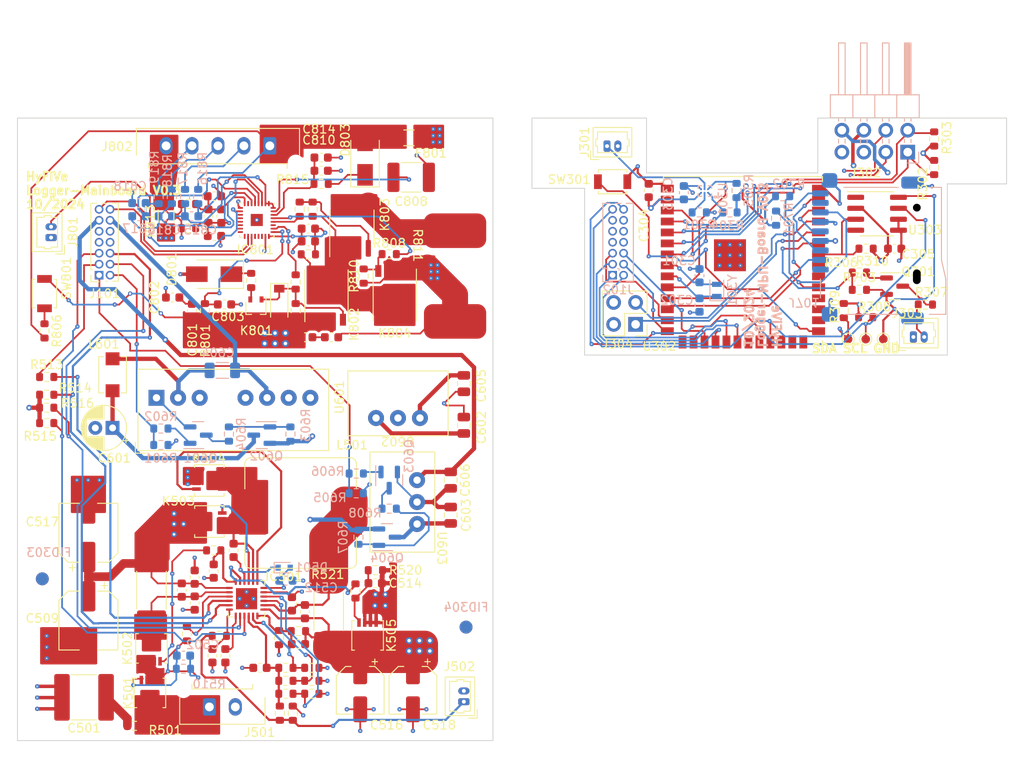
<source format=kicad_pcb>
(kicad_pcb (version 20240108) (generator "pcbnew") (generator_version "8.0")
  (layers (0 "F.Cu" signal) (1 "In1.Cu" power "In1.GND") (2 "In2.Cu" power "In2.PWR") (31 "B.Cu" signal) (34 "B.Paste" user) (35 "F.Paste" user) (36 "B.SilkS" user "B.Silkscreen") (37 "F.SilkS" user "F.Silkscreen") (38 "B.Mask" user) (39 "F.Mask" user) (44 "Edge.Cuts" user))
  (net 0 "")
  (net 1 "GND")
  (net 2 "+3V3")
  (net 3 "/MPU/I2C_BUS_SDA")
  (net 4 "/MPU/I2C_BUS_CLK")
  (net 5 "/MPU/Charge_Enable")
  (net 6 "/power/System+")
  (net 7 "+12V")
  (net 8 "+5V")
  (net 9 "/MPU/SD_V_SPI_CS")
  (net 10 "/MPU/SD_V_SPI_CLK")
  (net 11 "/MPU/SD_V_SPI_MISO")
  (net 12 "/MPU/~{PG}")
  (net 13 "/MPU/UART_RXD0")
  (net 14 "/MPU/UART_TXD0")
  (net 15 "/MPU/SD_V_SPI_MOSI")
  (net 16 "/MPU/~{STAT1}")
  (net 17 "Net-(C501-Pad1)")
  (net 18 "/MPU/SD_CARD_DETECT")
  (net 19 "Net-(C502-Pad2)")
  (net 20 "/power/Battery_Charger/VIN")
  (net 21 "Net-(C502-Pad1)")
  (net 22 "Net-(U302-IO15)")
  (net 23 "Net-(U302-IO16)")
  (net 24 "Net-(IC501-TS)")
  (net 25 "Net-(IC501-TTC)")
  (net 26 "Net-(IC501-VCC)")
  (net 27 "Net-(IC501-PH)")
  (net 28 "Net-(D501-K)")
  (net 29 "Net-(D501-A)")
  (net 30 "Net-(IC501-SRP)")
  (net 31 "/power/Battery_Charger/Thermistor")
  (net 32 "/power/Battery_Charger/VREF")
  (net 33 "/power/BMS/PACK+")
  (net 34 "/MPU/~{STAT2}")
  (net 35 "Net-(IC501-VFB)")
  (net 36 "/power/BMS/BAT_MINUS")
  (net 37 "Net-(C801-Pad2)")
  (net 38 "Net-(Q602-D)")
  (net 39 "Net-(Q604-D)")
  (net 40 "/power/BMS/BAT_PLUS_F")
  (net 41 "Net-(U601-+VIN)")
  (net 42 "Net-(IC801-Pack)")
  (net 43 "Net-(IC801-VCC)")
  (net 44 "Net-(IC801-PBI)")
  (net 45 "Net-(IC801-SRN)")
  (net 46 "Net-(IC801-BAT)")
  (net 47 "Net-(IC801-SRP)")
  (net 48 "Net-(IC801-VC4)")
  (net 49 "Net-(IC801-VC3)")
  (net 50 "/power/BMS/BAT_PLUS")
  (net 51 "Net-(IC801-VC2)")
  (net 52 "Net-(IC801-VC1)")
  (net 53 "Net-(D801-K)")
  (net 54 "Net-(D802-K)")
  (net 55 "Net-(D803-K)")
  (net 56 "Net-(IC501-ISET2)")
  (net 57 "Net-(IC501-CE)")
  (net 58 "Net-(IC501-~{ACDRV})")
  (net 59 "/MPU/I2C_SMBus_SDA")
  (net 60 "/MPU/I2C_SMBus_SCL")
  (net 61 "Net-(IC501-ISET1)")
  (net 62 "Net-(IC501-LODRV)")
  (net 63 "Net-(IC501-HIDRV)")
  (net 64 "Net-(IC501-~{BATDRV})")
  (net 65 "Net-(IC501-ACSET)")
  (net 68 "Net-(K801-Pad2)")
  (net 69 "Net-(IC801-TS1)")
  (net 72 "/power/Battery_Charger/ACP")
  (net 76 "/MPU/Interface_RST")
  (net 77 "/MPU/GPIO_Reserve_B2B")
  (net 78 "Net-(C514-Pad2)")
  (net 80 "Net-(C806-Pad2)")
  (net 82 "Net-(IC801-CHG)")
  (net 85 "Net-(IC801-PCHG)")
  (net 86 "Net-(IC801-DSG)")
  (net 90 "Net-(K803-Pad4)")
  (net 91 "Net-(K803-Pad5)")
  (net 92 "Net-(K802-Pad5)")
  (net 93 "Net-(K804-Pad4)")
  (net 94 "Net-(J301-Pin_1)")
  (net 95 "Net-(J303-Pin_2)")
  (net 98 "Net-(J802-Pin_3)")
  (net 99 "/MPU/RST")
  (net 100 "Net-(J802-Pin_4)")
  (net 101 "/MPU/LED_STATUS")
  (net 102 "/MPU/RTC_INTERRUPT")
  (net 103 "Net-(J802-Pin_2)")
  (net 104 "Net-(Q301-D)")
  (net 105 "/power/~{STAT1}")
  (net 106 "/power/~{PG}")
  (net 107 "/power/~{STAT2}")
  (net 108 "/power/I2C_SMBus_SDA")
  (net 109 "/power/I2C_SMBus_SCL")
  (net 110 "Net-(Q301-G)")
  (net 111 "Net-(Q601-G)")
  (net 112 "Net-(Q601-D)")
  (net 113 "Net-(Q602-G)")
  (net 114 "Net-(Q603-G)")
  (net 115 "Net-(Q603-D)")
  (net 116 "Net-(Q604-G)")
  (net 117 "/power/ENABLE_12V")
  (net 118 "/power/ENABLE_5V")
  (net 119 "Net-(U301-SEL)")
  (net 120 "/power/Charge_Enable")
  (net 121 "/MPU/ENABLE_12V")
  (net 122 "/MPU/ENABLE_5V")
  (net 123 "Net-(R806-Pad1)")
  (net 124 "Net-(U301-{slash}SRESET)")
  (net 125 "Net-(U302-IO0)")
  (footprint "Package_SO:SOIC-8_3.9x4.9mm_P1.27mm" (layer "F.Cu") (at 199.442877 89.308012)
    (property "Reference" "U303")
    (property "Value" "DS3231MZ")
  )
  (footprint "Capacitor_SMD:C_0603_1608Metric" (layer "F.Cu") (at 133.6465 91.0285)
    (property "Reference" "C805" (hide yes))
    (property "Value" "100pF 50V")
  )
  (footprint "Capacitor_SMD:C_0603_1608Metric" (layer "F.Cu") (at 131.75 134.475 -90)
    (property "Reference" "C513" (hide yes))
    (property "Value" "100nF 50V")
  )
  (footprint "Resistor_SMD:R_0603_1608Metric" (layer "F.Cu") (at 103.378 108.204)
    (property "Reference" "R513")
    (property "Value" "0")
  )
  (footprint "Resistor_SMD:R_2512_6332Metric" (layer "F.Cu") (at 115.5 132.875 -90)
    (property "Reference" "R517" (hide yes))
    (property "Value" "10m")
  )
  (footprint "Capacitor_SMD:C_0603_1608Metric" (layer "F.Cu") (at 122.7 130.675 -90)
    (property "Reference" "C510" (hide yes))
    (property "Value" "1µF 35V")
  )
  (footprint "Resistor_SMD:R_0603_1608Metric" (layer "F.Cu") (at 119.781511 90.9785 180)
    (property "Reference" "R812" (hide yes))
    (property "Value" "100")
  )
  (footprint "Capacitor_SMD:C_0603_1608Metric" (layer "F.Cu") (at 136.331511 103.6035 180)
    (property "Reference" "C807" (hide yes))
    (property "Value" "100nF 50V")
  )
  (footprint "Connector_PinHeader_2.54mm:PinHeader_2x02_P2.54mm_Vertical" (layer "F.Cu") (at 171.507877 102.113 180)
    (property "Reference" "J304")
    (property "Value" "Conn_02x02_Odd_Even")
  )
  (footprint "Resistor_SMD:R_0603_1608Metric" (layer "F.Cu") (at 198.172877 93.351012 180)
    (property "Reference" "R310")
    (property "Value" "10k")
  )
  (footprint "Capacitor_SMD:C_0603_1608Metric" (layer "F.Cu") (at 133.25 135.375 90)
    (property "Reference" "C515" (hide yes))
    (property "Value" "100nF 50V")
  )
  (footprint "Resistor_SMD:R_0603_1608Metric" (layer "F.Cu") (at 206.046877 83.953012 -90)
    (property "Reference" "R302")
    (property "Value" "10k")
  )
  (footprint "MountingHole:MountingHole_3.2mm_M3_ISO7380" (layer "F.Cu") (at 211.299 81.28)
    (property "Reference" "H305" (hide yes))
    (property "Value" "MountingHole")
  )
  (footprint "Resistor_SMD:R_0603_1608Metric" (layer "F.Cu") (at 134.049989 143.374994)
    (property "Reference" "R507" (hide yes))
    (property "Value" "10k")
  )
  (footprint "Capacitor_SMD:CP_Elec_6.3x5.4" (layer "F.Cu") (at 108.204 126.238 90)
    (property "Reference" "C517")
    (property "Value" "47µF 35V")
  )
  (footprint "Capacitor_SMD:C_0603_1608Metric" (layer "F.Cu") (at 123.581511 89.5785 -90)
    (property "Reference" "C811" (hide yes))
    (property "Value" "100pF 100V")
  )
  (footprint "Resistor_SMD:R_0603_1608Metric" (layer "F.Cu") (at 134.05 141.875)
    (property "Reference" "R509" (hide yes))
    (property "Value" "100k")
  )
  (footprint "Vishay:PowerPAK 1212-8 Single" (layer "F.Cu") (at 122.198012 124.940006 180)
    (property "Reference" "K503")
    (property "Value" "SiS412DN" (hide yes))
  )
  (footprint "Resistor_SMD:R_0603_1608Metric" (layer "F.Cu") (at 131.849993 147.125 -90)
    (property "Reference" "R505" (hide yes))
    (property "Value" "R_Therm_2")
  )
  (footprint "Diode_SMD:D_SMA" (layer "F.Cu") (at 122.7465 96.3035 180)
    (property "Reference" "D801")
    (property "Value" "SS1H10-E3/61T")
  )
  (footprint "Resistor_SMD:R_0603_1608Metric" (layer "F.Cu") (at 103.378 111.76)
    (property "Reference" "R516")
    (property "Value" "49,9k")
  )
  (footprint "Resistor_SMD:R_0603_1608Metric" (layer "F.Cu") (at 195.591877 100.521 -90)
    (property "Reference" "R309")
    (property "Value" "10k")
  )
  (footprint "Resistor_SMD:R_0603_1608Metric" (layer "F.Cu") (at 130.25 138.375 -90)
    (property "Reference" "R523" (hide yes))
    (property "Value" "49,9k")
  )
  (footprint "Package_TO_SOT_SMD:SOT-323_SC-70" (layer "F.Cu") (at 127.581511 100.2285 -90)
    (property "Reference" "K801")
    (property "Value" "2N7002KW")
  )
  (footprint "Sonstiges:Passmarke" (layer "F.Cu") (at 102.87 131.572)
    (property "Reference" "FID302" (hide yes))
    (property "Value" "Fiducial")
  )
  (footprint "Package_SO:SOIC-8_3.9x4.9mm_P1.27mm" (layer "F.Cu") (at 138.681511 90.8285 90)
    (property "Reference" "K803")
    (property "Value" "DMP6023LSS-13")
  )
  (footprint "Inductor_SMD:L_Bourns_SRP1245A" (layer "F.Cu") (at 132.749991 123.952)
    (property "Reference" "L501")
    (property "Value" "3,3µH")
  )
  (footprint "Capacitor_SMD:C_0805_2012Metric" (layer "F.Cu") (at 150.114 120.142 -90)
    (property "Reference" "C606")
    (property "Value" "47µF 10V")
  )
  (footprint "MountingHole:MountingHole_3.2mm_M3_ISO7380" (layer "F.Cu") (at 103.124 81.28)
    (property "Reference" "H301" (hide yes))
    (property "Value" "MountingHole")
  )
  (footprint "Capacitor_SMD:C_0603_1608Metric" (layer "F.Cu") (at 119 132.875 90)
    (property "Reference" "C505" (hide yes))
    (property "Value" "100nF 50V")
  )
  (footprint "Connector_Molex:Molex_PicoBlade_53047-0210_1x02_P1.25mm_Vertical" (layer "F.Cu") (at 168.200877 81.476)
    (property "Reference" "J301")
    (property "Value" "Conn_01x02")
  )
  (footprint "Capacitor_SMD:C_0603_1608Metric" (layer "F.Cu") (at 124.05 140.475 90)
    (property "Reference" "C508" (hide yes))
    (property "Value" "33nF 25V")
  )
  (footprint "Resistor_SMD:R_0603_1608Metric" (layer "F.Cu") (at 198.131877 101.283)
    (property "Reference" "R308")
    (property "Value" "10k")
  )
  (footprint "Capacitor_SMD:C_0603_1608Metric" (layer "F.Cu") (at 128.05 141.875 180)
    (property "Reference" "C504" (hide yes))
    (property "Value" "1µF 10V")
  )
  (footprint "Resistor_SMD:R_0603_1608Metric" (layer "F.Cu") (at 205.030877 99.822)
    (property "Reference" "R307")
    (property "Value" "75")
  )
  (footprint "MountingHole:MountingHole_3.2mm_M3_ISO7380" (layer "F.Cu") (at 151.892 131.064)
    (property "Reference" "H304" (hide yes))
    (property "Value" "MountingHole")
  )
  (footprint "Capacitor_SMD:C_0603_1608Metric" (layer "F.Cu") (at 120.181511 100.5285 90)
    (property "Reference" "C801")
    (property "Value" "100nF 50V")
  )
  (footprint "Resistor_SMD:R_0603_1608Metric" (layer "F.Cu") (at 135.128 85.852 180)
    (property "Reference" "R815")
    (property "Value" "100")
  )
  (footprint "Resistor_SMD:R_1206_3216Metric" (layer "F.Cu") (at 117.181511 89.5785 90)
    (property "Reference" "R813")
    (property "Value" "1m")
  )
  (footprint "Connector_Molex:Molex_PicoBlade_53047-0210_1x02_P1.25mm_Vertical" (layer "F.Cu") (at 203.643877 103.574)
    (property "Reference" "J303")
    (property "Value" "Conn_01x02")
  )
  (footprint "Diode_SMD:D_SOD-123" (layer "F.Cu") (at 130.281511 99.6285 -90)
    (property "Reference" "D802" (hide yes))
    (property "Value" "MMSZ5246B-7-F")
  )
  (footprint "Capacitor_SMD:C_0603_1608Metric" (layer "F.Cu") (at 133.3465 103.6035)
    (property "Reference" "C806" (hide yes))
    (property "Value" "100nF 50V")
  )
  (footprint "Resistor_SMD:R_0603_1608Metric" (layer "F.Cu") (at 134.1465 88.7785 -90)
    (property "Reference" "R807" (hide yes))
    (property "Value" "10M")
  )
  (footprint "Resistor_SMD:R_0603_1608Metric" (layer "F.Cu") (at 140.0465 96.52 -90)
    (property "Reference" "R810")
    (property "Value" "10M")
  )
  (footprint "Connector_Molex:Molex_PicoBlade_53047-0210_1x02_P1.25mm_Vertical" (layer "F.Cu") (at 103.886 92.065 90)
    (property "Reference" "J801")
    (property "Value" "Conn_01x02_Male")
  )
  (footprint "Resistor_SMD:R_0603_1608Metric" (layer "F.Cu") (at 139.1 132.975 90)
    (property "Reference" "R519" (hide yes))
    (property "Value" "1k")
  )
  (footprint "TestPoint:TestPoint_Pad_D1.0mm" (layer "F.Cu") (at 200.163877 103.823)
    (property "Reference" "TP303" (hide yes))
    (property "Value" "TestPoint")
  )
  (footprint "Capacitor_THT:CP_Radial_D5.0mm_P2.00mm" (layer "F.Cu") (at 111 114.1 180)
    (property "Reference" "C601")
    (property "Value" "10µF, 50V")
  )
  (footprint "Resistor_SMD:R_0603_1608Metric" (layer "F.Cu") (at 127.031511 97.0285 -90)
    (property "Reference" "R802" (hide yes))
    (property "Value" "10k")
  )
  (footprint "Capacitor_SMD:C_0603_1608Metric" (layer "F.Cu") (at 117.9465 99.0035 180)
    (property "Reference" "C802")
    (property "Value" "100nF 50V")
  )
  (footprint "Resistor_SMD:R_0603_1608Metric" (layer "F.Cu") (at 134.049989 144.874991)
    (property "Reference" "R503" (hide yes))
    (property "Value" "5.7k")
  )
  (footprint "MountingHole:MountingHole_3.2mm_M3_ISO7380" (layer "F.Cu") (at 162.531 81.28)
    (property "Reference" "H303" (hide yes))
    (property "Value" "MountingHole")
  )
  (footprint "Capacitor_SMD:C_0805_2012Metric" (layer "F.Cu") (at 150.114 124.206 90)
    (property "Reference" "C603")
    (property "Value" "22µF 30V")
  )
  (footprint "Resistor_SMD:R_0603_1608Metric" (layer "F.Cu") (at 131.05 141.875)
    (property "Reference" "R508" (hide yes))
    (property "Value" "232k")
  )
  (footprint "Capacitor_SMD:C_0603_1608Metric" (layer "F.Cu") (at 122.781511 87.2785 180)
    (property "Reference" "C813" (hide yes))
    (property "Value" "100nF 50V")
  )
  (footprint "Sonstiges:R_4527_11570Metric" (layer "F.Cu") (at 150.622 96.52 -90)
    (property "Reference" "R811")
    (property "Value" "46.4 5W")
  )
  (footprint "Resistor_SMD:R_0603_1608Metric" (layer "F.Cu") (at 119.781511 88.1785)
    (property "Reference" "R814" (hide yes))
    (property "Value" "100")
  )
  (footprint "Resistor_SMD:R_0603_1608Metric" (layer "F.Cu") (at 123.35 138.175)
    (property "Reference" "R511" (hide yes))
    (property "Value" "100")
  )
  (footprint "Vishay:PowerPAK 1212-8 Single" (layer "F.Cu") (at 115.499988 139.624988 90)
    (property "Reference" "K502")
    (property "Value" "SISH101DN-T1-GE3" (hide yes))
  )
  (footprint "Capacitor_SMD:C_0603_1608Metric" (layer "F.Cu") (at 141.375 132.075 180)
    (property "Reference" "C514")
    (property "Value" "100nF 50V")
  )
  (footprint "HER_Footprints:TI Q5B-Package" (layer "F.Cu") (at 143.6465 98.7035 90)
    (property "Reference" "K804")
    (property "Value" "CSD18540Q5B" (hide yes))
  )
  (footprint "Resistor_SMD:R_0603_1608Metric" (layer "F.Cu") (at 131.05 143.375)
    (property "Reference" "R506" (hide yes))
    (property "Value" "100k")
  )
  (footprint "Capacitor_SMD:C_0603_1608Metric" (layer "F.Cu") (at 135.128 84.328 180)
    (property "Reference" "C810")
    (property "Value" "100pF 50V")
  )
  (footprint "Vishay:PowerPAK 1212-8 Single" (layer "F.Cu") (at 115.316 144.78 -90)
    (property "Reference" "K501")
    (property "Value" "SISH101DN-T1-GE3" (hide yes))
  )
  (footprint "Resistor_SMD:R_0603_1608Metric" (layer "F.Cu") (at 197.395 96.114)
    (property "Reference" "R306")
    (property "Value" "47k")
  )
  (footprint "Capacitor_SMD:C_0603_1608Metric" (layer "F.Cu") (at 133.6465 92.5035)
    (property "Reference" "C804" (hide yes))
    (property "Value" "100pF 50V")
  )
  (footprint "Connector_Molex:Molex_PicoBlade_53047-0210_1x02_P1.25mm_Vertical" (layer "F.Cu") (at 151.638 145.796 90)
    (property "Reference" "J502")
    (property "Value" "Conn_01x02_Female")
  )
  (footprint "HER_Footprints:CC453232A" (layer "F.Cu") (at 110.998 107.95 90)
    (property "Reference" "L601")
    (property "Value" "10µH")
  )
  (footprint "Capacitor_SMD:C_0603_1608Metric" (layer "F.Cu") (at 123.9465 99.8035)
    (property "Reference" "C803")
    (property "Value" "10nF, 50V")
  )
  (footprint "Capacitor_SMD:C_0603_1608Metric" (layer "F.Cu") (at 135.128 82.804 180)
    (property "Reference" "C814")
    (property "Value" "100pF 50V")
  )
  (footprint "Capacitor_SMD:CP_Elec_5x5.3" (layer "F.Cu") (at 139.65 144.475 -90)
    (property "Reference" "C516")
    (property "Value" "20µF 35V")
  )
  (footprint "Capacitor_SMD:C_2220_5650Metric" (layer "F.Cu") (at 107.696 145.288 180)
    (property "Reference" "C501")
    (property "Value" "47µF 35V X7R")
  )
  (footprint "Resistor_SMD:R_2512_6332Metric" (layer "F.Cu") (at 136 135.375 90)
    (property "Reference" "R521")
    (property "Value" "10m")
  )
  (footprint "Resistor_SMD:R_0603_1608Metric" (layer "F.Cu") (at 130.349996 147.125 90)
    (property "Reference" "R504" (hide yes))
    (property "Value" "R_Therm_1")
  )
  (footprint "Resistor_SMD:R_0603_1608Metric" (layer "F.Cu") (at 132.6465 88.7785 90)
    (property "Reference" "R809" (hide yes))
    (property "Value" "10k")
  )
  (footprint "TestPoint:TestPoint_Pad_D1.0mm" (layer "F.Cu") (at 196.095877 103.823)
    (property "Reference" "TP302" (hide yes))
    (property "Value" "TestPoint")
  )
  (footprint "Resistor_SMD:R_0603_1608Metric" (layer "F.Cu") (at 206.046877 80.651012 90)
    (property "Reference" "R303")
    (property "Value" "10k")
  )
  (footprint "Package_TO_SOT_SMD:SOT-23" (layer "F.Cu") (at 201.474877 97.690012)
    (property "Reference" "Q301")
    (property "Value" "BSS138")
  )
  (footprint "HER_Footprints:DC_DC_Converter" (layer "F.Cu") (at 146.226 122.682 -90)
    (property "Reference" "U603")
    (property "Value" "OKI-78SR-5_1.5-W36-C")
  )
  (footprint "Capacitor_SMD:C_0603_1608Metric" (layer "F.Cu") (at 173.026877 86.614 90)
    (property "Reference" "C304")
    (property "Value" "100nF 50V")
  )
  (footprint "Connector_Molex:Molex_Micro-Fit_3.0_43650-0515_1x05_P3.00mm_Vertical" (layer "F.Cu") (at 129.19 81.441 180)
    (property "Reference" "J802")
    (property "Value" "Conn_01x05_Male")
  )
  (footprint "Connector_PinSocket_1.27mm:PinSocket_2x07_P1.27mm_Vertical" (layer "F.Cu") (at 109.439 96.414 180)
    (property "Reference" "J101")
    (property "Value" "SFMC-107-01-L-D")
  )
  (footprint "Resistor_SMD:R_0603_1608Metric" (layer "F.Cu") (at 119.6 137.922 90)
    (property "Reference" "R512" (hide yes))
    (property "Value" "1k")
  )
  (footprint "Capacitor_SMD:C_0603_1608Metric" (layer "F.Cu") (at 122.081511 89.5785 -90)
    (property "Reference" "C812" (hide yes))
    (property "Value" "100nF 50V")
  )
  (footprint "Connector_Molex:Molex_Micro-Fit_3.0_43650-0215_1x02_P3.00mm_Vertical" (layer "F.Cu") (at 122.198 146.397)
    (property "Reference" "J501")
    (property "Value" "Conn_01x02")
  )
  (footprint "MountingHole:MountingHole_3.2mm_M3_ISO7380" (layer "F.Cu") (at 151.892 81.28)
    (property "Reference" "H302" (hide yes))
    (property "Value" "MountingHole")
  )
  (footprint "Resistor_SMD:R_0603_1608Metric" (layer "F.Cu") (at 131.049995 144.875)
    (property "Reference" "R502" (hide yes))
    (property "Value" "10k")
  )
  (footprint "Capacitor_SMD:C_0603_1608Metric" (layer "F.Cu") (at 125 128.275 90)
    (property "Reference" "C511" (hide yes))
    (property "Value" "100nF 50V")
  )
  (footprint "Resistor_SMD:R_0603_1608Metric" (layer "F.Cu") (at 133.6465 94.0035 180)
    (property "Reference" "R805" (hide yes))
    (property "Value" "510")
  )
  (footprint "Resistor_SMD:R_0603_1608Metric" (layer "F.Cu") (at 197.395 98.114)
    (property "Reference" "R703")
    (property "Value" "1M")
  )
  (footprint "Capacitor_SMD:CP_Elec_6.3x5.4" (layer "F.Cu") (at 108.204 136.398 -90)
    (property "Reference" "C509")
    (property "Value" "47µF 35V")
  )
  (footprint "Resistor_SMD:R_0603_1608Metric" (layer "F.Cu") (at 113.538 148.59 180)
    (property "Reference" "R501")
    (property "Value" "100")
  )
  (footprint "Capacitor_SMD:C_0603_1608Metric" (layer "F.Cu") (at 132.5 139.125)
    (property "Reference" "C519" (hide yes))
    (property "Value" "22pF 35V")
  )
  (footprint "Resistor_SMD:R_0603_1608Metric" (layer "F.Cu") (at 103.124 102.87 -90)
    (property "Reference" "R806")
    (property "Value" "51")
  )
  (footprint "Sonstiges:Passmarke" (layer "F.Cu") (at 151.892 137.16)
    (property "Reference" "FID301" (hide yes))
    (property "Value" "Fiducial")
  )
  (footprint "Diode_SMD:D_SMA" (layer "F.Cu") (at 140.208 82.804 90)
    (property "Reference" "D803")
    (property "Value" "SS1H10-E3/61T" (hide yes))
  )
  (footprint "Button_Switch_SMD:SW_SPST_B3U-1000P" (layer "F.Cu") (at 168.848877 85.598)
    (property "Reference" "SW301")
    (property "Value" "SW_Push")
  )
  (footprint "Resistor_SMD:R_0603_1608Metric" (layer "F.Cu") (at 143.002 93.98 180)
    (property "Reference" "R808")
    (property "Value" "1k")
  )
  (footprint "Capacitor_SMD:C_0603_1608Metric" (layer "F.Cu") (at 120.5 131.375 -90)
    (property "Reference" "C507" (hide yes))
    (property "Value" "100nF 50V")
  )
  (footprint "Texas:RSM32 VQFN-32-1EP_4x4mm_P0.4mm_EP1.4x1.4mm_ThermalVias" (layer "F.Cu") (at 127.681511 90.0285 -90)
    (property "Reference" "IC801")
    (property "Value" "BQ40Z80")
  )
  (footprint "HER_Footprints:TI Q5B-Package" (layer "F.Cu") (at 135.7465 98.8035 -90)
    (property "Reference" "K802")
    (property "Value" "CSD18540Q5B" (hide yes))
  )
  (footprint "Resistor_SMD:R_0603_1608Metric" (layer "F.Cu") (at 132.181511 100.5285 -90)
    (property "Reference" "R803" (hide yes))
    (property "Value" "10M")
  )
  (footprint "Resistor_SMD:R_0603_1608Metric" (layer "F.Cu") (at 103.378 110.26)
    (property "Reference" "R514")
    (property "Value" "49,9k")
  )
  (footprint "Converter_DCDC:Converter_DCDC_XP_POWER-ITxxxxxS_THT" (layer "F.Cu") (at 116.078 110.614 90)
    (property "Reference" "U601")
    (property "Value" "SPBW06F-12")
  )
  (footprint "Resistor_SMD:R_0603_1608Metric" (layer "F.Cu") (at 132.181511 97.2035 -90)
    (property "Reference" "R804" (hide yes))
    (property "Value" "4,81k")
  )
  (footprint "Vishay:PowerPAK 1212-8 Single" (layer "F.Cu") (at 122.198012 120.190003)
    (property "Reference" "K504")
    (property "Value" "SiS412DN" (hide yes))
  )
  (footprint "Capacitor_SMD:C_1812_4532Metric" (layer "F.Cu") (at 145.542 85.09)
    (property "Reference" "C808")
    (property "Value" "2,2µF 100V")
  )
  (footprint "TestPoint:TestPoint_Pad_D1.0mm" (layer "F.Cu") (at 198.131877 103.823)
    (property "Reference" "TP301" (hide yes))
    (property "Value" "TestPoint")
  )
  (footprint "Capacitor_SMD:C_0603_1608Metric" (layer "F.Cu") (at 122.55 140.475 90)
    (property "Reference" "C506" (hide yes))
    (property "Value" "100nF 50V")
  )
  (footprint "Resistor_SMD:R_0603_1608Metric" (layer "F.Cu") (at 103.378 113.538)
    (property "Reference" "R515")
    (property "Value" "49,9k")
  )
  (footprint "HER_Footprints:ESP32-S3-WROOM-1U" (layer "F.Cu") (at 174.924877 104.403012)
    (property "Reference" "U302")
    (property "Value" "ESP32-S3-WROOM-1U")
  )
  (footprint "Button_Switch_SMD:SW_SPST_B3U-1000P" (layer "F.Cu") (at 103.124 98.552 90)
    (property "Reference" "SW801")
    (property "Value" "SW_Push")
  )
  (footprint "Capacitor_SMD:C_0603_1608Metric" (layer "F.Cu") (at 120.5 134.375 90)
    (property "Reference" "C503" (hide yes))
    (property "Value" "100nF 50V")
  )
  (footprint "HER_Footprints:DC_DC_Converter" (layer "F.Cu") (at 144.018 112.952 180)
    (property "Reference" "U602")
    (property "Value" "OKI-78SR-3.3_1.5-W36-C")
  )
  (footprint "Capacitor_SMD:C_0603_1608Metric" (layer "F.Cu") (at 122.781511 91.8785 180)
    (property "Reference" "C809" (hide yes))
    (property "Value" "100nF 50V")
  )
  (footprint "Capacitor_SMD:C_0805_2012Metric" (layer "F.Cu") (at 151.638 108.966 -90)
    (property "Reference" "C605")
    (property "Value" "47µF 10V")
  )
  (footprint "Resistor_SMD:R_0603_1608Metric" (layer "F.Cu") (at 122.7 128.275 180)
    (property "Reference" "R518" (hide yes))
    (property "Value" "10")
  )
  (footprint "Capacitor_SMD:CP_Elec_5x5.3" (layer "F.Cu") (at 145.75 144.475 -90)
    (property "Reference" "C518")
    (property "Value" "20µF 35V")
  )
  (footprint "Package_DFN_QFN:VQFN-24-1EP_4x4mm_P0.5mm_EP2.45x2.45mm" (layer "F.Cu") (at 126.5 133.875)
    (property "Reference" "IC501")
    (property "Value" "BQ24618")
  )
  (footprint "Resistor_SMD:R_0603_1608Metric" (layer "F.Cu") (at 132.5 137.625 180)
    (property "Reference" "R522" (hide yes))
    (property "Value" "357k")
  )
  (footprint "Fuse:Fuse_1206_3216Metric" (layer "F.Cu") (at 145.288 80.518 180)
    (property "Reference" "F801")
    (property "Value" "12A")
  )
  (footprint "Vishay:PowerPAK 1212-8 Single" (layer "F.Cu") (at 140.499989 138.124991 -90)
    (property "Reference" "K505")
    (property "Value" "SISH101DN-T1-GE3" (hide yes))
  )
  (footprint "Resistor_SMD:R_0603_1608Metric" (layer "F.Cu") (at 121.681511 100.5285 -90)
    (property "Reference" "R801")
    (property "Value" "1,1k")
  )
  (footprint "MountingHole:MountingHole_3.2mm_M3_ISO7380" (layer "F.Cu") (at 103.124 118.872)
    (property "Reference" "H306" (hide yes))
    (property "Value" "MountingHole")
  )
  (footprint "Resistor_SMD:R_0603_1608Metric" (layer "F.Cu") (at 141.4 130.575 180)
    (property "Reference" "R520")
    (property "Value" "100k")
  )
  (footprint "Capacitor_SMD:C_0805_2012Metric" (layer "F.Cu") (at 151.638 113.792 90)
    (property "Reference" "C602")
    (property "Value" "22µF 30V")
  )
  (footprint "Capacitor_SMD:C_0603_1608Metric" (layer "F.Cu") (at 201.474877 93.351012)
    (property "Reference" "C305")
    (property "Value" "100nF 50V")
  )
  (footprint "Capacitor_SMD:C_0603_1608Metric" (layer "B.Cu") (at 114.046 88.075 180)
    (property "Reference" "C818")
    (property "Value" "100nF 50V")
  )
  (footprint "Resistor_SMD:R_0603_1608Metric" (layer "B.Cu") (at 116.332 87.313 -90)
    (property "Reference" "R819")
    (property "Value" "499")
  )
  (footprint "Capacitor_SMD:C_0603_1608Metric" (layer "B.Cu") (at 178.900881 99.877008 -90)
    (property "Reference" "C302")
    (property "Value" "20pF")
  )
  (footprint "Crystal:Crystal_SMD_TXC_9HT11-2Pin_2.0x1.2mm" (layer "B.Cu") (at 180.900877 98.177012 90)
    (property "Reference" "Y301")
    (property "Value" "Crystal")
  )
  (footprint "Connector_PinHeader_1.27mm:PinHeader_2x07_P1.27mm_Vertical" (layer "B.Cu") (at 168.845877 96.414012)
    (property "Reference" "J102")
    (property "Value" "FTS-107-01-F-D")
  )
  (footprint "Resistor_SMD:R_0603_1608Metric" (layer "B.Cu") (at 119.38 87.313 -90)
    (property "Reference" "R817")
    (property "Value" "499")
  )
  (footprint "Resistor_SMD:R_0603_1608Metric" (layer "B.Cu") (at 116.586 116.078 180)
    (property "Reference" "R601")
    (property "Value" "2k7")
  )
  (footprint "Resistor_SMD:R_0603_1608Metric" (layer "B.Cu") (at 183.186877 86.614 90)
    (property "Reference" "R305")
    (property "Value" "10k")
  )
  (footprint "Package_TO_SOT_SMD:SOT-23" (layer "B.Cu") (at 120.904 114.932)
    (property "Reference" "Q601")
    (property "Value" "BSS123")
  )
  (footprint "Resistor_SMD:R_0603_1608Metric" (layer "B.Cu") (at 117.856 87.313 -90)
    (property "Reference" "R818")
    (property "Value" "499")
  )
  (footprint "Package_TO_SOT_SMD:SOT-23" (layer "B.Cu") (at 142.748 126.746)
    (property "Reference" "Q604")
    (property "Value" "IRLML5203TRPBF")
  )
  (footprint "Sonstiges:Passmarke" (layer "B.Cu") (at 102.87 131.572 180)
    (property "Reference" "FID303")
    (property "Value" "Fiducial")
  )
  (footprint "Package_TO_SOT_SMD:SOT-23" (layer "B.Cu") (at 128.27 114.932 180)
    (property "Reference" "Q602")
    (property "Value" "IRLML5203TRPBF")
  )
  (footprint "Resistor_SMD:R_0603_1608Metric" (layer "B.Cu") (at 182.424877 89.154 180)
    (property "Reference" "R304")
    (property "Value" "10k")
  )
  (footprint "Resistor_SMD:R_0603_1608Metric" (layer "B.Cu") (at 188.520877 87.276012)
    (property "Reference" "R702")
    (property "Value" "10k")
  )
  (footprint "Resistor_SMD:R_0603_1608Metric" (layer "B.Cu") (at 139.192 121.666 180)
    (property "Reference" "R605")
    (property "Value" "2k7")
  )
  (footprint "MAX6071ANT25_T:WLP-6" (layer "B.Cu") (at 179.884877 86.868 90)
    (property "Reference" "U301")
    (property "Value" "MAX16125WTEG00+T")
  )
  (footprint "Capacitor_SMD:C_0603_1608Metric" (layer "B.Cu") (at 119.2 140.462 180)
    (property "Reference" "C502")
    (property "Value" "100nF 50V")
  )
  (footprint "Resistor_SMD:R_0603_1608Metric" (layer "B.Cu") (at 139.192 119.38)
    (property "Reference" "R606")
    (property "Value" "47k")
  )
  (footprint "Diode_SMD:D_SOD-523" (layer "B.Cu") (at 130.85 130.275)
    (property "Reference" "D501")
    (property "Value" "BAT54W")
  )
  (footprint "Resistor_SMD:R_0603_1608Metric" (layer "B.Cu") (at 119.2 141.986 180)
    (property "Reference" "R510")
    (property "Value" "100k")
  )
  (footprint "Resistor_SMD:R_0603_1608Metric" (layer "B.Cu") (at 131.572 114.808 -90)
    (property "Reference" "R603")
    (property "Value" "680k")
  )
  (footprint "Capacitor_SMD:C_0603_1608Metric" (layer "B.Cu") (at 114.046 89.599)
    (property "Reference" "C817")
    (property "Value" "100nF 50V")
  )
  (footprint "Resistor_SMD:R_0603_1608Metric" (layer "B.Cu") (at 139.446 126.746 90)
    (property "Reference" "R607")
    (property "Value" "680k")
  )
  (footprint "Resistor_SMD:R_0603_1608Metric" (layer "B.Cu") (at 120.904 87.313 -90)
    (property "Reference" "R816")
    (property "Value" "499")
  )
  (footprint "Capacitor_SMD:C_0603_1608Metric" (layer "B.Cu") (at 117.094 89.599 180)
    (property "Reference" "C816")
    (property "Value" "100nF 50V")
  )
  (footprint "Connector_PinHeader_2.54mm:PinHeader_2x04_P2.54mm_Horizontal" (layer "B.Cu") (at 202.988877 82.175012 90)
    (property "Reference" "J302")
    (property "Value" "Conn_02x04_Counter_Clockwise")
  )
  (footprint "Capacitor_SMD:C_0603_1608Metric" (layer "B.Cu") (at 120.142 89.599 180)
    (property "Reference" "C815")
    (property "Value" "100nF 50V")
  )
  (footprint "Capacitor_SMD:C_1206_3216Metric" (layer "B.Cu") (at 123.698 107.442)
    (property "Reference" "C604")
    (property "Value" "150pF, 2kV")
  )
  (footprint "Capacitor_SMD:C_0603_1608Metric" (layer "B.Cu") (at 178.900881 96.47699 90)
    (property "Reference" "C301")
    (property "Value" "20pF")
  )
  (footprint "Resistor_SMD:R_0603_1608Metric" (layer "B.Cu") (at 143.002 123.444)
    (property "Reference" "R608")
    (property "Value" "1k")
  )
  (footprint "Capacitor_SMD:C_0603_1608Metric" (layer "B.Cu") (at 131.05 131.775)
    (property "Reference" "C512")
    (property "Value" "1µF 35V")
  )
  (footprint "Package_TO_SOT_SMD:SOT-23" (layer "B.Cu") (at 143.002 120.142 -90)
    (property "Reference" "Q603")
    (property "Value" "BSS123")
  )
  (footprint "Resistor_SMD:R_0603_1608Metric" (layer "B.Cu") (at 178.868877 89.154)
    (property "Reference" "R301")
    (property "Value" "100k")
  )
  (footprint "Sonstiges:Passmarke" (layer "B.Cu") (at 151.892 137.16 180)
    (property "Reference" "FID304")
    (property "Value" "Fiducial")
  )
  (footprint "Resistor_SMD:R_0603_1608Metric" (layer "B.Cu") (at 187.758877 89.816012 -90)
    (property "Reference" "R701")
    (property "Value" "10k")
  )
  (footprint "Capacitor_SMD:C_0603_1608Metric" (layer "B.Cu") (at 177.090877 86.868 90)
    (property "Reference" "C303")
    (property "Value" "100nF 50V")
  )
  (footprint "Resistor_SMD:R_0603_1608Metric" (layer "B.Cu") (at 116.586 114.17)
    (property "Reference" "R602")
    (property "Value" "47k")
  )
  (footprint "Resistor_SMD:R_0603_1608Metric" (layer "B.Cu") (at 124.46 114.808 90)
    (property "Reference" "R604")
    (property "Value" "1k")
  )
  (footprint "HER_Footprints:SD_CARD_693071020811" (layer "B.Cu") (at 192.891877 93.551012 -90)
    (property "Reference" "J701")
    (property "Value" "Micro_SD_Card_Det")
  )
  (gr_line (start 172.772877 84.582) (end 192.584877 84.582) (stroke (width 0.1)) (layer "Edge.Cuts"))
  (gr_line (start 207.548877 78.232) (end 214.428877 78.232) (stroke (width 0.1)) (layer "Edge.Cuts"))
  (gr_line (start 192.584877 78.232) (end 207.548877 78.232) (stroke (width 0.1)) (layer "Edge.Cuts"))
  (gr_line (start 214.428877 78.232) (end 214.428877 85.852) (stroke (width 0.1)) (layer "Edge.Cuts"))
  (gr_line (start 155 78.232) (end 155 150.3) (stroke (width 0.1)) (layer "Edge.Cuts"))
  (gr_line (start 159.512 78.232) (end 159.512 86.36) (stroke (width 0.1)) (layer "Edge.Cuts"))
  (gr_line (start 214.428877 85.852) (end 207.570877 85.852) (stroke (width 0.1)) (layer "Edge.Cuts"))
  (gr_line (start 172.772877 84.582) (end 172.772877 78.232) (stroke (width 0.1)) (layer "Edge.Cuts"))
  (gr_line (start 207.570877 105.664) (end 165.608 105.664) (stroke (width 0.1)) (layer "Edge.Cuts"))
  (gr_line (start 165.572877 78.232) (end 172.772877 78.232) (stroke (width 0.1)) (layer "Edge.Cuts"))
  (gr_line (start 100 78.232) (end 155 78.232) (stroke (width 0.1)) (layer "Edge.Cuts"))
  (gr_line (start 192.584877 84.582) (end 192.584877 78.232) (stroke (width 0.1)) (layer "Edge.Cuts"))
  (gr_line (start 207.570877 85.852) (end 207.570877 105.664) (stroke (width 0.1)) (layer "Edge.Cuts"))
  (gr_line (start 165.608 105.664) (end 165.608 86.36) (stroke (width 0.1)) (layer "Edge.Cuts"))
  (gr_line (start 155 150.3) (end 100 150.3) (stroke (width 0.1)) (layer "Edge.Cuts"))
  (gr_line (start 100 150.3) (end 100 78.232) (stroke (width 0.1)) (layer "Edge.Cuts"))
  (gr_line (start 159.512 86.36) (end 165.608 86.36) (stroke (width 0.1)) (layer "Edge.Cuts"))
  (gr_line (start 165.572877 78.232) (end 159.512 78.232) (stroke (width 0.1)) (layer "Edge.Cuts"))
  (gr_text "HyFiVe\nLogger-MPU-Board V0.3\n10/2024" (at 186.182 104.902 270) (layer "B.SilkS") (effects (font (size 1 1) (thickness 0.25)) (justify left mirror)))
  (gr_text "HyFiVe\nLogger-Mainboard V0.3\n10/2024" (at 100.838 86.614 0) (layer "F.SilkS") (effects (font (size 1 1) (thickness 0.25)) (justify left)))
  (gr_text "SDA SCL GND" (at 191.77 104.902 0) (layer "F.SilkS") (effects (font (size 1 1) (thickness 0.25)) (justify left)))
  (segment (start 118.981511 91.0035) (end 118.981511 92.0785) (width 0.2) (layer "F.Cu") (net 1))
  (segment (start 134.875 144.875) (end 135.85 144.875) (width 0.2) (layer "F.Cu") (net 1))
  (segment (start 131.175 133.125) (end 131.75 133.7) (width 0.2) (layer "F.Cu") (net 1))
  (segment (start 200.537377 98.640012) (end 200.537377 99.3925) (width 0.25) (layer "F.Cu") (net 1))
  (segment (start 174.620865 85.839) (end 175.174877 86.393012) (width 0.25) (layer "F.Cu") (net 1))
  (segment (start 117.1465 97.9035) (end 117.1715 97.9285) (width 0.2) (layer "F.Cu") (net 1))
  (segment (start 104.528 145.318) (end 102.278 145.318) (width 0.4) (layer "F.Cu") (net 1))
  (segment (start 134.875 141.875) (end 135.85 141.875) (width 0.2) (layer "F.Cu") (net 1))
  (segment (start 134.875 143.375) (end 135.85 143.375) (width 0.2) (layer "F.Cu") (net 1))
  (segment (start 128.681511 91.9285) (end 128.681511 93.502489) (width 0.2) (layer "F.Cu") (net 1))
  (segment (start 200.537377 99.3925) (end 201.474877 100.33) (width 0.25) (layer "F.Cu") (net 1))
  (segment (start 139.65 146.675) (end 139.65 149.175) (width 0.2) (layer "F.Cu") (net 1))
  (segment (start 149.606 111.506) (end 149.352 111.252) (width 0.2) (layer "F.Cu") (net 1))
  (segment (start 139.65 146.675) (end 141.2 146.675) (width 0.2) (layer "F.Cu") (net 1))
  (segment (start 171.756877 83.82) (end 171.756877 84.569) (width 0.25) (layer "F.Cu") (net 1))
  (segment (start 171.756877 84.569) (end 173.026877 85.839) (width 0.25) (layer "F.Cu") (net 1))
  (segment (start 117.181511 91.041) (end 117.181511 90.1785) (width 0.2) (layer "F.Cu") (net 1))
  (segment (start 122.6665 86.078489) (end 123.556511 86.9685) (width 0.2) (layer "F.Cu") (net 1))
  (segment (start 202.249877 91.545012) (end 201.917877 91.213012) (width 0.25) (layer "F.Cu") (net 1))
  (segment (start 135.903 82.804) (end 137.414 82.804) (width 0.2) (layer "F.Cu") (net 1))
  (segment (start 135.903 84.328) (end 137.414 84.328) (width 0.2) (layer "F.Cu") (net 1))
  (segment (start 104.478 144.018) (end 102.278 144.018) (width 0.4) (layer "F.Cu") (net 1))
  (segment (start 145.75 146.675) (end 147.3 146.675) (width 0.2) (layer "F.Cu") (net 1))
  (segment (start 125.5465 88.393489) (end 125.781511 88.6285) (width 0.2) (layer "F.Cu") (net 1))
  (segment (start 104.478 146.618) (end 102.278 146.618) (width 0.4) (layer "F.Cu") (net 1))
  (segment (start 123.481511 91.9535) (end 123.481511 92.9785) (width 0.2) (layer "F.Cu") (net 1))
  (segment (start 132.9 133.0495) (end 132.4005 133.0495) (width 0.2) (layer "F.Cu") (net 1))
  (segment (start 126 141.875) (end 127.275 141.875) (width 0.2) (layer "F.Cu") (net 1))
  (segment (start 145.75 146.675) (end 144.2 146.675) (width 0.2) (layer "F.Cu") (net 1))
  (segment (start 193.379889 86.393012) (end 195.124877 88.138) (width 0.25) (layer "F.Cu") (net 1))
  (segment (start 124.05 142.275) (end 124.05 141.35) (width 0.25) (layer "F.Cu") (net 1))
  (segment (start 132.8715 91.0285) (end 132.8715 92.5035) (width 0.2) (layer "F.Cu") (net 1))
  (segment (start 130.25 140.375) (end 130.25 139.2) (width 0.25) (layer "F.Cu") (net 1))
  (segment (start 122.675 131.475) (end 121.6 131.475) (width 0.2) (layer "F.Cu") (net 1))
  (segment (start 150.114 123.256) (end 148.656 123.256) (width 0.5) (layer "F.Cu") (net 1))
  (segment (start 201.917877 91.213012) (end 201.917877 89.943012) (width 0.25) (layer "F.Cu") (net 1))
  (segment (start 120.5 135.15) (end 119.125 135.15) (width 0.2) (layer "F.Cu") (net 1))
  (segment (start 200.163877 103.823) (end 200.163877 101.641) (width 0.25) (layer "F.Cu") (net 1))
  (segment (start 131.925 146.25) (end 133.05 147.375) (width 0.2) (layer "F.Cu") (net 1))
  (segment (start 202.249877 94.475) (end 201.982877 94.742) (width 0.25) (layer "F.Cu") (net 1))
  (segment (start 198.22 98.114) (end 200.011365 98.114) (width 0.2) (layer "F.Cu") (net 1))
  (segment (start 131.854706 93.405305) (end 132.756511 92.5035) (width 0.2) (layer "F.Cu") (net 1))
  (segment (start 125.5465 87.903) (end 125.5465 88.393489) (width 0.2) (layer "F.Cu") (net 1))
  (segment (start 200.011365 98.114) (end 200.537377 98.640012) (width 0.2) (layer "F.Cu") (net 1))
  (segment (start 173.026877 85.839) (end 174.620865 85.839) (width 0.25) (layer "F.Cu") (net 1))
  (segment (start 125.8465 99.8035) (end 124.7215 99.8035) (width 0.2) (layer "F.Cu") (net 1))
  (segment (start 117.1715 97.9285) (end 117.1715 99.0035) (width 0.2) (layer "F.Cu") (net 1))
  (segment (start 118.8465 96.3035) (end 120.7465 96.3035) (width 0.4) (layer "F.Cu") (net 1))
  (segment (start 132.4005 133.0495) (end 131.75 133.7) (width 0.2) (layer "F.Cu") (net 1))
  (segment (start 117.181511 90.1785) (end 117.581511 89.7785) (width 0.2) (layer "F.Cu") (net 1))
  (segment (start 120.5 130.6) (end 120.5 129.125) (width 0.25) (layer "F.Cu") (net 1))
  (segment (start 151.638 112.842) (end 151.638 111.506) (width 0.2) (layer "F.Cu") (net 1))
  (segment (start 122.55 141.25) (end 122.55 142.275) (width 0.2) (layer "F.Cu") (net 1))
  (segment (start 192.670481 86.393012) (end 193.379889 86.393012) (width 0.25) (layer "F.Cu") (net 1))
  (segment (start 202.249877 93.351012) (end 202.249877 94.475) (width 0.25) (layer "F.Cu") (net 1))
  (segment (start 170.548877 85.028) (end 171.756877 83.82) (width 0.25) (layer "F.Cu") (net 1))
  (segment (start 145.75 146.675) (end 145.75 149.175) (width 0.2) (layer "F.Cu") (net 1))
  (segment (start 150.688 109.916) (end 149.352 111.252) (width 0.2) (layer "F.Cu") (net 1))
  (segment (start 117.581511 89.7785) (end 118.581511 89.7785) (width 0.2) (layer "F.Cu") (net 1))
  (segment (start 118.956511 90.1535) (end 118.956511 90.9785) (width 0.2) (layer "F.Cu") (net 1))
  (segment (start 147.592 83.838) (end 146.304 82.55) (width 0.2) (layer "F.Cu") (net 1))
  (segment (start 146.304 82.55) (end 146.1825 82.55) (width 0.2) (layer "F.Cu") (net 1))
  (segment (start 149.672 121.092) (end 148.082 122.682) (width 0.5) (layer "F.Cu") (net 1))
  (segment (start 151.638 111.506) (end 149.606 111.506) (width 0.2) (layer "F.Cu") (net 1))
  (segment (start 128.681511 93.502489) (end 128.57 93.614) (width 0.2) (layer "F.Cu") (net 1))
  (segment (start 202.249877 93.351012) (end 202.249877 91.545012) (width 0.25) (layer "F.Cu") (net 1))
  (segment (start 139.65 146.675) (end 138.1 146.675) (width 0.2) (layer "F.Cu") (net 1))
  (segment (start 128.4875 133.125) (end 131.175 133.125) (width 0.2) (layer "F.Cu") (net 1))
  (segment (start 118.581511 89.7785) (end 118.956511 90.1535) (width 0.2) (layer "F.Cu") (net 1))
  (segment (start 151.638 109.916) (end 150.688 109.916) (width 0.2) (layer "F.Cu") (net 1))
  (segment (start 148.656 123.256) (end 148.082 122.682) (width 0.5) (layer "F.Cu") (net 1))
  (segment (start 200.163877 101.641) (end 201.474877 100.33) (width 0.25) (layer "F.Cu") (net 1))
  (segment (start 148.082 122.682) (end 146.226 122.682) (width 0.5) (layer "F.Cu") (net 1))
  (segment (start 131.854706 93.745294) (end 131.854706 93.405305) (width 0.2) (layer "F.Cu") (net 1))
  (via (at 130.25 140.375) (size 0.5) (drill 0.15) (layers "F.Cu" "B.Cu") (net 1))
  (via (at 182.424877 95.298) (size 0.5) (drill 0.15) (layers "F.Cu" "B.Cu") (net 1))
  (via (at 102.278 144.018) (size 0.5) (drill 0.15) (layers "F.Cu" "B.Cu") (net 1))
  (via (at 119.698 120.6061) (size 0.5) (drill 0.15) (layers "F.Cu" "B.Cu") (net 1))
  (via (at 118.364 115.57) (size 0.5) (drill 0.15) (layers "F.Cu" "B.Cu") (net 1))
  (via (at 123.481511 92.9785) (size 0.5) (drill 0.15) (layers "F.Cu" "B.Cu") (net 1))
  (via (at 120.5 129.125) (size 0.5) (drill 0.15) (layers "F.Cu" "B.Cu") (net 1))
  (via (at 118.8465 96.3035) (size 0.5) (drill 0.15) (layers "F.Cu" "B.Cu") (net 1))
  (via (at 201.982877 94.742) (size 0.5) (drill 0.15) (layers "F.Cu" "B.Cu") (net 1))
  (via (at 103.378 138.176) (size 0.5) (drill 0.15) (layers "F.Cu" "B.Cu") (net 1))
  (via (at 145.75 149.175) (size 0.5) (drill 0.15) (layers "F.Cu" "B.Cu") (net 1))
  (via (at 119.698 119.84) (size 0.5) (drill 0.15) (layers "F.Cu" "B.Cu") (net 1))
  (via (at 177.800878 100.739501) (size 0.5) (drill 0.15) (layers "F.Cu" "B.Cu") (net 1))
  (via (at 125.7 133.875) (size 0.5) (drill 0.15) (layers "F.Cu" "B.Cu") (net 1))
  (via (at 135.85 141.875) (size 0.5) (drill 0.15) (layers "F.Cu" "B.Cu") (net 1))
  (via (at 124.05 142.275) (size 0.5) (drill 0.15) (layers "F.Cu" "B.Cu") (net 1))
  (via (at 128.57 93.614) (size 0.5) (drill 0.15) (layers "F.Cu" "B.Cu") (net 1))
  (via (at 106.874 120.142) (size 0.5) (drill 0.15) (layers "F.Cu" "B.Cu") (net 1))
  (via (at 205.792877 86.106) (size 0.5) (drill 0.15) (layers "F.Cu" "B.Cu") (net 1))
  (via (at 139.65 149.175) (size 0.5) (drill 0.15) (layers "F.Cu" "B.Cu") (net 1))
  (via (at 119.698 119.14) (size 0.5) (drill 0.15) (layers "F.Cu" "B.Cu") (net 1))
  (via (at 194.108877 99.314) (size 0.5) (drill 0.15) (layers "F.Cu" "B.Cu") (net 1))
  (via (at 137.414 84.328) (size 0.5) (drill 0.15) (layers "F.Cu" "B.Cu") (net 1))
  (via (at 125.5465 87.903) (size 0.5) (drill 0.15) (layers "F.Cu" "B.Cu") (net 1))
  (via (at 103.378 139.476) (size 0.5) (drill 0.15) (layers "F.Cu" "B.Cu") (net 1))
  (via (at 117.8315 92.1285) (size 0.5) (drill 0.15) (layers "F.Cu" "B.Cu") (net 1))
  (via (at 131.854706 93.745294) (size 0.5) (drill 0.15) (layers "F.Cu" "B.Cu") (net 1))
  (via (at 122.55 142.275) (size 0.5) (drill 0.15) (layers "F.Cu" "B.Cu") (net 1))
  (via (at 182.424877 94.113012) (size 0.5) (drill 0.15) (layers "F.Cu" "B.Cu") (net 1))
  (via (at 117.1815 92.1285) (size 0.5) (drill 0.15) (layers "F.Cu" "B.Cu") (net 1))
  (via (at 146.1825 82.55) (size 0.5) (drill 0.15) (layers "F.Cu" "B.Cu") (net 1))
  (via (at 178.106877 86.868) (size 0.5) (drill 0.15) (layers "F.Cu" "B.Cu") (net 1))
  (via (at 117.1465 97.9035) (size 0.5) (drill 0.15) (layers "F.Cu" "B.Cu") (net 1))
  (via (at 133.05 147.375) (size 0.5) (drill 0.15) (layers "F.Cu" "B.Cu") (net 1))
  (via (at 183.624877 95.298) (size 0.5) (drill 0.15) (layers "F.Cu" "B.Cu") (net 1))
  (via (at 171.756877 83.82) (size 0.5) (drill 0.15) (layers "F.Cu" "B.Cu") (net 1))
  (via (at 149.352 111.252) (size 0.5) (drill 0.15) (layers "F.Cu" "B.Cu") (net 1))
  (via (at 147.3 146.675) (size 0.5) (drill 0.15) (layers "F.Cu" "B.Cu") (net 1))
  (via (at 119.125 135.15) (size 0.5) (drill 0.15) (layers "F.Cu" "B.Cu") (net 1))
  (via (at 102.278 145.318) (size 0.5) (drill 0.15) (layers "F.Cu" "B.Cu") (net 1))
  (via (at 137.414 82.804) (size 0.5) (drill 0.15) (layers "F.Cu" "B.Cu") (net 1))
  (via (at 122.6665 86.078489) (size 0.5) (drill 0.15) (layers "F.Cu" "B.Cu") (net 1))
  (via (at 133.05 131.775) (size 0.5) (drill 0.15) (layers "F.Cu" "B.Cu") (net 1))
  (via (at 121.6 131.475) (size 0.5) (drill 0.15) (layers "F.Cu" "B.Cu") (net 1))
  (via (at 102.278 146.618) (size 0.5) (drill 0.15) (layers "F.Cu" "B.Cu") (net 1))
  (via (at 116.5315 92.1035) (size 0.5) (drill 0.15) (layers "F.Cu" "B.Cu") (net 1))
  (via (at 181.224877 92.898) (size 0.5) (drill 0.15) (layers "F.Cu" "B.Cu") (net 1))
  (via (at 126.5 133.075) (size 0.5) (drill 0.15) (layers "F.Cu" "B.Cu") (net 1))
  (via (at 201.474877 100.33) (size 0.5) (drill 0.15) (layers "F.Cu" "B.Cu") (net 1))
  (via (at 125.8465 99.8035) (size 0.5) (drill 0.15) (layers "F.Cu" "B.Cu") (net 1))
  (via (at 108.174 120.142) (size 0.5) (drill 0.15) (layers "F.Cu" "B.Cu") (net 1))
  (via (at 181.224877 95.298) (size 0.5) (drill 0.15) (layers "F.Cu" "B.Cu") (net 1))
  (via (at 140.716 120.65) (size 0.5) (drill 0.15) (layers "F.Cu" "B.Cu") (net 1))
  (via (at 109.474 120.142) (size 0.5) (drill 0.15) (layers "F.Cu" "B.Cu") (net 1))
  (via (at 132.9 133.0495) (size 0.5) (drill 0.15) (layers "F.Cu" "B.Cu") (net 1))
  (via (at 182.424877 92.898) (size 0.5) (drill 0.15) (layers "F.Cu" "B.Cu") (net 1))
  (via (at 183.624877 92.898) (size 0.5) (drill 0.15) (layers "F.Cu" "B.Cu") (net 1))
  (via (at 181.224877 94.113012) (size 0.5) (drill 0.15) (layers "F.Cu" "B.Cu") (net 1))
  (via (at 194.616877 90.424) (size 0.5) (drill 0.15) (layers "F.Cu" "B.Cu") (net 1))
  (via (at 195.124877 88.138) (size 0.5) (drill 0.15) (layers "F.Cu" "B.Cu") (net 1))
  (via (at 141.2 146.675) (size 0.5) (drill 0.15) (layers "F.Cu" "B.Cu") (net 1))
  (via (at 180.646877 89.154) (size 0.5) (drill 0.15) (layers "F.Cu" "B.Cu") (net 1))
  (via (at 177.800878 95.677001) (size 0.5) (drill 0.15) (layers "F.Cu" "B.Cu") (net 1))
  (via (at 183.624877 94.113012) (size 0.5) (drill 0.15) (layers "F.Cu" "B.Cu") (net 1))
  (via (at 135.85 143.375) (size 0.5) (drill 0.15) (layers "F.Cu" "B.Cu") (net 1))
  (via (at 103.378 140.776) (size 0.5) (drill 0.15) (layers "F.Cu" "B.Cu") (net 1))
  (via (at 127.3 133.875) (size 0.5) (drill 0.15) (layers "F.Cu" "B.Cu") (net 1))
  (via (at 118.981511 92.0785) (size 0.5) (drill 0.15) (layers "F.Cu" "B.Cu") (net 1))
  (via (at 135.85 144.875) (size 0.5) (drill 0.15) (layers "F.Cu" "B.Cu") (net 1))
  (via (at 113.284 86.868) (size 0.5) (drill 0.15) (layers "F.Cu" "B.Cu") (net 1))
  (via (at 138.1 146.675) (size 0.5) (drill 0.15) (layers "F.Cu" "B.Cu") (net 1))
  (via (at 144.2 146.675) (size 0.5) (drill 0.15) (layers "F.Cu" "B.Cu") (net 1))
  (via (at 126 141.875) (size 0.5) (drill 0.15) (layers "F.Cu" "B.Cu") (net 1))
  (via (at 126.5 134.675) (size 0.5) (drill 0.15) (layers "F.Cu" "B.Cu") (net 1))
  (segment (start 140.017 121.349) (end 140.716 120.65) (width 0.2) (layer "B.Cu") (net 1))
  (segment (start 203.946865 86.106) (end 205.792877 86.106) (width 0.25) (layer "B.Cu") (net 1))
  (segment (start 117.856 116.078) (end 118.364 115.57) (width 0.2) (layer "B.Cu") (net 1))
  (segment (start 193.941877 100.951012) (end 193.941877 99.481) (width 0.25) (layer "B.Cu") (net 1))
  (segment (start 195.124877 86.634012) (end 195.124877 88.138) (width 0.25) (layer "B.Cu") (net 1))
  (segment (start 179.693877 89.154) (end 180.646877 89.154) (width 0.25) (layer "B.Cu") (net 1))
  (segment (start 202.545889 101.401012) (end 201.474877 100.33) (width 0.25) (layer "B.Cu") (net 1))
  (segment (start 193.941877 99.481) (end 194.108877 99.314) (width 0.25) (layer "B.Cu") (net 1))
  (segment (start 192.891877 90.251012) (end 194.443889 90.251012) (width 0.25) (layer "B.Cu") (net 1))
  (segment (start 143.952 119.2045) (end 143.952 120.408) (width 0.2) (layer "B.Cu") (net 1))
  (segment (start 178.701 86.093) (end 177.090877 86.093) (width 0.2) (layer "B.Cu") (net 1))
  (segment (start 193.941877 85.451012) (end 195.124877 86.634012) (width 0.25) (layer "B.Cu") (net 1))
  (segment (start 178.900878 100.739501) (end 177.800878 100.739501) (width 0.2) (layer "B.Cu") (net 1))
  (segment (start 179.084877 86.468) (end 179.076 86.468) (width 0.2) (layer "B.Cu") (net 1))
  (segment (start 119.446 113.982) (end 116.078 110.614) (width 0.2) (layer "B.Cu") (net 1))
  (segment (start 143.952 120.408) (end 146.226 122.682) (width 0.2) (layer "B.Cu") (net 1))
  (segment (start 131.825 131.775) (end 133.05 131.775) (width 0.2) (layer "B.Cu") (net 1))
  (segment (start 179.076 86.468) (end 178.701 86.093) (width 0.2) (layer "B.Cu") (net 1))
  (segment (start 113.271 86.881) (end 113.284 86.868) (width 0.2) (layer "B.Cu") (net 1))
  (segment (start 177.331877 86.093) (end 178.106877 86.868) (width 0.2) (layer "B.Cu") (net 1))
  (segment (start 117.411 116.078) (end 117.856 116.078) (width 0.2) (layer "B.Cu") (net 1))
  (segment (start 113.271 88.075) (end 113.271 86.881) (width 0.2) (layer "B.Cu") (net 1))
  (segment (start 194.443889 90.251012) (end 194.616877 90.424) (width 0.25) (layer "B.Cu") (net 1))
  (segment (start 178.838378 95.677001) (end 177.800878 95.677001) (width 0.2) (layer "B.Cu") (net 1))
  (segment (start 200.699877 91.681) (end 197.691889 88.673012) (width 0.25) (layer "F.Cu") (net 2))
  (segment (start 195.591877 99.696) (end 197.284877 99.696) (width 0.25) (layer "F.Cu") (net 2))
  (segment (start 150.048 108.016) (end 146.558 111.506) (width 0.5) (layer "F.Cu") (net 2))
  (segment (start 184.27 86.242395) (end 183.882366 86.630029) (width 0.25) (layer "F.Cu") (net 2))
  (segment (start 197.306877 101.283) (end 197.306877 99.926) (width 0.25) (layer "F.Cu") (net 2))
  (segment (start 206.046877 81.476012) (end 205.596865 81.476012) (width 0.25) (layer "F.Cu") (net 2))
  (segment (start 175.174877 87.663012) (end 174.263865 87.663012) (width 0.25) (layer "F.Cu") (net 2))
  (segment (start 102.553 111.76) (end 101.346 111.76) (width 0.5) (layer "F.Cu") (net 2))
  (segment (start 198.997877 93.789) (end 199.950877 94.742) (width 0.25) (layer "F.Cu") (net 2))
  (segment (start 197.284877 99.696) (end 197.410877 99.822) (width 0.25) (layer "F.Cu") (net 2))
  (segment (start 205.596865 81.476012) (end 204.776877 82.296) (width 0.25) (layer "F.Cu") (net 2))
  (segment (start 205.608889 83.128012) (end 204.776877 82.296) (width 0.25) (layer "F.Cu") (net 2))
  (segment (start 183.882366 87.563489) (end 186.488877 90.17) (width 0.25) (layer "F.Cu") (net 2))
  (segment (start 200.699877 93.993) (end 199.950877 94.742) (width 0.25) (layer "F.Cu") (net 2))
  (segment (start 102.553 110.26) (end 102.553 113.538) (width 0.5) (layer "F.Cu") (net 2))
  (segment (start 173.026877 87.389) (end 173.026877 88.392) (width 0.25) (layer "F.Cu") (net 2))
  (segment (start 174.263865 87.663012) (end 173.280877 88.646) (width 0.25) (layer "F.Cu") (net 2))
  (segment (start 184.27 86.10652) (end 184.27 86.242395) (width 0.25) (layer "F.Cu") (net 2))
  (segment (start 151.638 108.016) (end 150.048 108.016) (width 0.5) (layer "F.Cu") (net 2))
  (segment (start 200.699877 93.351012) (end 200.699877 93.993) (width 0.25) (layer "F.Cu") (net 2))
  (segment (start 198.997877 93.351012) (end 198.997877 93.789) (width 0.25) (layer "F.Cu") (net 2))
  (segment (start 173.026877 88.392) (end 173.280877 88.646) (width 0.25) (layer "F.Cu") (net 2))
  (segment (start 206.046877 83.128012) (end 205.608889 83.128012) (width 0.25) (layer "F.Cu") (net 2))
  (segment (start 200.699877 93.351012) (end 200.699877 91.681) (width 0.25) (layer "F.Cu") (net 2))
  (segment (start 197.306877 99.926) (end 197.410877 99.822) (width 0.25) (layer "F.Cu") (net 2))
  (segment (start 183.882366 86.630029) (end 183.882366 87.563489) (width 0.25) (layer "F.Cu") (net 2))
  (segment (start 146.558 111.506) (end 146.558 112.952) (width 0.5) (layer "F.Cu") (net 2))
  (via (at 173.280877 88.646) (size 0.65) (drill 0.3) (layers "F.Cu" "B.Cu") (net 2))
  (via (at 194.611889 92.451012) (size 0.65) (drill 0.3) (layers "F.Cu" "B.Cu") (net 2))
  (via (at 101.346 111.76) (size 0.65) (drill 0.3) (layers "F.Cu" "B.Cu") (net 2))
  (via (at 184.27 86.10652) (size 0.65) (drill 0.3) (layers "F.Cu" "B.Cu") (net 2))
  (via (at 204.776877 82.296) (size 0.65) (drill 0.3) (layers "F.Cu" "B.Cu") (net 2))
  (via (at 199.950877 94.742) (size 0.65) (drill 0.3) (layers "F.Cu" "B.Cu") (net 2))
  (via (at 186.488877 90.17) (size 0.65) (drill 0.3) (layers "F.Cu" "B.Cu") (net 2))
  (via (at 197.410877 99.822) (size 0.65) (drill 0.3) (layers "F.Cu" "B.Cu") (net 2))
  (via (at 200.666404 84.539526) (size 0.65) (drill 0.3) (layers "F.Cu" "B.Cu") (net 2))
  (segment (start 184.27 86.242395) (end 183.186877 87.325518) (width 0.25) (layer "B.Cu") (net 2))
  (segment (start 187.758877 90.641012) (end 186.959889 90.641012) (width 0.25) (layer "B.Cu") (net 2))
  (segment (start 179.084877 86.868) (end 178.322877 87.63) (width 0.2) (layer "B.Cu") (net 2))
  (segment (start 199.158388 81.507511) (end 199.158388 83.031511) (width 0.4) (layer "B.Cu") (net 2))
  (segment (start 184.27 86.10652) (end 184.27 86.242395) (width 0.25) (layer "B.Cu") (net 2))
  (segment (start 196.659366 80.925501) (end 198.576378 80.925501) (width 0.4) (layer "B.Cu") (net 2))
  (segment (start 198.576378 80.925501) (end 199.158388 81.507511) (width 0.4) (layer "B.Cu") (net 2))
  (segment (start 174.283877 87.643) (end 173.280877 88.646) (width 0.2) (layer "B.Cu") (net 2))
  (segment (start 186.488877 88.483012) (end 186.488877 90.17) (width 0.25) (layer "B.Cu") (net 2))
  (segment (start 183.186877 87.439) (end 183.186877 89.091) (width 0.25) (layer "B.Cu") (net 2))
  (segment (start 186.959889 90.641012) (end 186.488877 90.17) (width 0.25) (layer "B.Cu") (net 2))
  (segment (start 178.322877 87.63) (end 177.103877 87.63) (width 0.2) (layer "B.Cu") (net 2))
  (segment (start 199.158388 83.031511) (end 200.666404 84.539526) (width 0.4) (layer "B.Cu") (net 2))
  (segment (start 177.090877 87.643) (end 174.283877 87.643) (width 0.2) (layer "B.Cu") (net 2))
  (segment (start 192.891877 92.451012) (end 194.611889 92.451012) (width 0.25) (layer "B.Cu") (net 2))
  (segment (start 187.695877 87.276012) (end 186.488877 88.483012) (width 0.25) (layer "B.Cu") (net 2))
  (segment (start 177.103877 87.63) (end 177.090877 87.643) (width 0.2) (layer "B.Cu") (net 2))
  (segment (start 195.368877 79.635012) (end 196.659366 80.925501) (width 0.4) (layer "B.Cu") (net 2))
  (segment (start 201.258388 85.693501) (end 190.846794 85.693501) (width 0.2) (layer "F.Cu") (net 3))
  (segment (start 190.688295 85.852) (end 190.044877 85.852) (width 0.2) (layer "F.Cu") (net 3))
  (segment (start 202.988877 83.963012) (end 201.258388 85.693501) (width 0.2) (layer "F.Cu") (net 3))
  (segment (start 205.254877 84.778012) (end 202.988877 82.512012) (width 0.2) (layer "F.Cu") (net 3))
  (segment (start 175.174877 90.203012) (end 177.244877 90.203012) (width 0.2) (layer "F.Cu") (net 3))
  (segment (start 206.046877 84.778012) (end 205.254877 84.778012) (width 0.2) (layer "F.Cu") (net 3))
  (segment (start 189.790877 86.868) (end 184.456877 86.868) (width 0.2) (layer "F.Cu") (net 3))
  (segment (start 189.790877 86.106) (end 189.790877 86.868) (width 0.2) (layer "F.Cu") (net 3))
  (segment (start 202.988877 82.512012) (end 202.988877 83.963012) (width 0.2) (layer "F.Cu") (net 3))
  (segment (start 190.044877 85.852) (end 189.790877 86.106) (width 0.2) (layer "F.Cu") (net 3))
  (segment (start 190.846794 85.693501) (end 190.688295 85.852) (width 0.2) (layer "F.Cu") (net 3))
  (via (at 177.244877 90.203012) (size 0.5) (drill 0.15) (layers "F.Cu" "B.Cu") (net 3))
  (via (at 184.456877 86.868) (size 0.5) (drill 0.15) (layers "F.Cu" "B.Cu") (net 3))
  (segment (start 183.161409 90.58248) (end 184.456877 89.287012) (width 0.2) (layer "B.Cu") (net 3))
  (segment (start 177.624345 90.58248) (end 183.161409 90.58248) (width 0.2) (layer "B.Cu") (net 3))
  (segment (start 184.456877 89.287012) (end 184.456877 86.868) (width 0.2) (layer "B.Cu") (net 3))
  (segment (start 177.244877 90.203012) (end 177.624345 90.58248) (width 0.2) (layer "B.Cu") (net 3))
  (segment (start 201.728877 81.232012) (end 201.728877 84.715012) (width 0.2) (layer "F.Cu") (net 4))
  (segment (start 201.099908 85.343981) (end 189.028896 85.343981) (width 0.2) (layer "F.Cu") (net 4))
  (segment (start 201.728877 84.715012) (end 201.099908 85.343981) (width 0.2) (layer "F.Cu") (net 4))
  (segment (start 176.936877 91.473012) (end 177.090877 91.319012) (width 0.2) (layer "F.Cu") (net 4))
  (segment (start 185.472877 86.36) (end 185.218877 86.106) (width 0.2) (layer "F.Cu") (net 4))
  (segment (start 202.988877 79.972012) (end 201.728877 81.232012) (width 0.2) (layer "F.Cu") (net 4))
  (segment (start 189.028896 85.343981) (end 188.012877 86.36) (width 0.2) (layer "F.Cu") (net 4))
  (segment (start 205.900877 79.972012) (end 202.988877 79.972012) (width 0.2) (layer "F.Cu") (net 4))
  (segment (start 188.012877 86.36) (end 185.472877 86.36) (width 0.2) (layer "F.Cu") (net 4))
  (segment (start 175.174877 91.473012) (end 176.936877 91.473012) (width 0.2) (layer "F.Cu") (net 4))
  (via (at 185.218877 86.106) (size 0.5) (drill 0.15) (layers "F.Cu" "B.Cu") (net 4))
  (via (at 177.090877 91.319012) (size 0.5) (drill 0.15) (layers "F.Cu" "B.Cu") (net 4))
  (segment (start 179.097409 90.932) (end 183.306185 90.932) (width 0.2) (layer "B.Cu") (net 4))
  (segment (start 177.090877 91.319012) (end 178.710397 91.319012) (width 0.2) (layer "B.Cu") (net 4))
  (segment (start 185.218877 89.019308) (end 185.218877 86.106) (width 0.2) (layer "B.Cu") (net 4))
  (segment (start 178.710397 91.319012) (end 179.097409 90.932) (width 0.2) (layer "B.Cu") (net 4))
  (segment (start 183.306185 90.932) (end 185.218877 89.019308) (width 0.2) (layer "B.Cu") (net 4))
  (segment (start 180.749877 103.154012) (end 181.154877 102.749012) (width 0.2) (layer "F.Cu") (net 5))
  (segment (start 180.749877 104.153012) (end 180.749877 103.154012) (width 0.2) (layer "F.Cu") (net 5))
  (via (at 181.154877 102.749012) (size 0.5) (drill 0.15) (layers "F.Cu" "B.Cu") (net 5))
  (segment (start 179.303838 104.331039) (end 180.830877 102.804) (width 0.2) (layer "B.Cu") (net 5))
  (segment (start 166.993839 103.546567) (end 167.778316 104.331039) (width 0.2) (layer "B.Cu") (net 5))
  (segment (start 166.993838 96.288945) (end 166.993839 103.546567) (width 0.2) (layer "B.Cu") (net 5))
  (segment (start 168.138771 95.144012) (end 166.993838 96.288945) (width 0.2) (layer "B.Cu") (net 5))
  (segment (start 167.778316 104.331039) (end 179.303838 104.331039) (width 0.2) (layer "B.Cu") (net 5))
  (segment (start 180.830877 102.804) (end 180.885865 102.749012) (width 0.2) (layer "B.Cu") (net 5))
  (segment (start 180.885865 102.749012) (end 181.154877 102.749012) (width 0.2) (layer "B.Cu") (net 5))
  (segment (start 168.845877 95.144012) (end 168.138771 95.144012) (width 0.2) (layer "B.Cu") (net 5))
  (segment (start 119 132.1) (end 120.45 132.1) (width 0.2) (layer "F.Cu") (net 6))
  (segment (start 124.5125 132.625) (end 121.75 132.625) (width 0.2) (layer "F.Cu") (net 6))
  (segment (start 143.268 114.742) (end 141.478 112.952) (width 0.5) (layer "F.Cu") (net 6))
  (segment (start 121.275 132.15) (end 120.5 132.15) (width 0.2) (layer "F.Cu") (net 6))
  (segment (start 110.744 131.318) (end 112.268 129.794) (width 1) (layer "F.Cu") (net 6))
  (segment (start 112.268 129.794) (end 115.3815 129.794) (width 1) (layer "F.Cu") (net 6))
  (segment (start 115.5 131.375) (end 116.225 132.1) (width 0.2) (layer "F.Cu") (net 6))
  (segment (start 121.75 132.625) (end 121.275 132.15) (width 0.2) (layer "F.Cu") (net 6))
  (segment (start 108.204 131.318) (end 108.204 129.038) (width 1) (layer "F.Cu") (net 6))
  (segment (start 108.204 131.318) (end 110.744 131.318) (width 1) (layer "F.Cu") (net 6))
  (segment (start 108.204 133.598) (end 108.204 131.318) (width 1) (layer "F.Cu") (net 6))
  (segment (start 151.638 114.742) (end 143.268 114.742) (width 0.5) (layer "F.Cu") (net 6))
  (segment (start 115.5 129.9125) (end 115.5 131.375) (width 0.2) (layer "F.Cu") (net 6))
  (segment (start 116.225 132.1) (end 118.5 132.1) (width 0.2) (layer "F.Cu") (net 6))
  (segment (start 140.1698 136.63275) (end 141.4906 136.63275) (width 0.25) (layer "F.Cu") (net 6))
  (segment (start 115.3815 129.794) (end 115.5 129.9125) (width 1) (layer "F.Cu") (net 6))
  (via (at 141.3995 133.375) (size 0.65) (drill 0.3) (layers "F.Cu" "B.Cu") (net 6))
  (via (at 142.55 133.375) (size 0.65) (drill 0.3) (layers "F.Cu" "B.Cu") (net 6))
  (via (at 118.11 124.022) (size 0.65) (drill 0.3) (layers "F.Cu" "B.Cu") (net 6))
  (via (at 119.21 125.222) (size 0.65) (drill 0.3) (layers "F.Cu" "B.Cu") (net 6))
  (via (at 118.11 125.222) (size 0.65) (drill 0.3) (layers "F.Cu" "B.Cu") (net 6))
  (via (at 141.35 134.675) (size 0.65) (drill 0.3) (layers "F.Cu" "B.Cu") (net 6))
  (via (at 118.11 126.422) (size 0.65) (drill 0.3) (layers "F.Cu" "B.Cu") (net 6))
  (via (at 134.112 115.062) (size 0.65) (drill 0.3) (layers "F.Cu" "B.Cu") (net 6))
  (via (at 142.55 134.675) (size 0.65) (drill 0.3) (layers "F.Cu" "B.Cu") (net 6))
  (via (at 133.858 124.714) (size 0.65) (drill 0.3) (layers "F.Cu" "B.Cu") (net 6))
  (segment (start 133.858 124.714) (end 137.414 124.714) (width 0.5) (layer "B.Cu") (net 6))
  (segment (start 133.541 115.633) (end 134.112 115.062) (width 0.5) (layer "B.Cu") (net 6))
  (segment (start 131.323 115.882) (end 131.572 115.633) (width 0.5) (layer "B.Cu") (net 6))
  (segment (start 129.2075 115.882) (end 131.323 115.882) (width 0.5) (layer "B.Cu") (net 6))
  (segment (start 137.414 124.714) (end 138.621 125.921) (width 0.5) (layer "B.Cu") (net 6))
  (segment (start 141.8105 125.796) (end 139.571 125.796) (width 0.5) (layer "B.Cu") (net 6))
  (segment (start 131.572 115.633) (end 133.541 115.633) (width 0.5) (layer "B.Cu") (net 6))
  (segment (start 138.621 125.921) (end 139.446 125.921) (width 0.5) (layer "B.Cu") (net 6))
  (segment (start 196.648877 80.895012) (end 196.648877 83.655688) (width 0.4) (layer "F.Cu") (net 7))
  (segment (start 197.908877 79.635012) (end 196.721689 80.8222) (width 0.4) (layer "F.Cu") (net 7))
  (segment (start 196.648877 83.655688) (end 196.721689 83.7285) (width 0.4) (layer "F.Cu") (net 7))
  (segment (start 196.721689 80.8222) (end 196.648877 80.895012) (width 0.4) (layer "F.Cu") (net 7))
  (via (at 196.721689 83.7285) (size 0.65) (drill 0.3) (layers "F.Cu" "B.Cu") (net 7))
  (segment (start 125.173 104.262188) (end 110.974812 90.064) (width 0.5) (layer "B.Cu") (net 7))
  (segment (start 126.746 107.442) (end 128.778 109.474) (width 0.5) (layer "B.Cu") (net 7))
  (segment (start 125.173 107.442) (end 125.173 104.262188) (width 0.5) (layer "B.Cu") (net 7))
  (segment (start 110.974812 90.064) (end 110.709 90.064) (width 0.5) (layer "B.Cu") (net 7))
  (segment (start 125.173 107.442) (end 126.746 107.442) (width 0.5) (layer "B.Cu") (net 7))
  (segment (start 128.778 109.474) (end 128.778 110.614) (width 0.5) (layer "B.Cu") (net 7))
  (segment (start 151.384 105.664) (end 118.872 105.664) (width 0.5) (layer "F.Cu") (net 8))
  (segment (start 118.872 105.664) (end 117.094 103.886) (width 0.5) (layer "F.Cu") (net 8))
  (segment (start 152.81252 107.09252) (end 151.384 105.664) (width 0.5) (layer "F.Cu") (net 8))
  (segment (start 150.114 119.192) (end 147.176 119.192) (width 0.5) (layer "F.Cu") (net 8))
  (segment (start 147.176 119.192) (end 146.226 120.142) (width 0.5) (layer "F.Cu") (net 8))
  (segment (start 150.114 119.192) (end 152.81252 116.49348) (width 0.5) (layer "F.Cu") (net 8))
  (segment (start 152.81252 116.49348) (end 152.81252 107.09252) (width 0.5) (layer "F.Cu") (net 8))
  (via (at 117.094 103.886) (size 0.65) (drill 0.3) (layers "F.Cu" "B.Cu") (net 8))
  (segment (start 107.188 97.028) (end 107.188 92.119188) (width 0.5) (layer "B.Cu") (net 8))
  (segment (start 109.243188 90.064) (end 109.439 90.064) (width 0.5) (layer "B.Cu") (net 8))
  (segment (start 107.188 92.119188) (end 109.243188 90.064) (width 0.5) (layer "B.Cu") (net 8))
  (segment (start 111.252 98.044) (end 108.204 98.044) (width 0.5) (layer "B.Cu") (net 8))
  (segment (start 117.094 103.886) (end 111.252 98.044) (width 0.5) (layer "B.Cu") (net 8))
  (segment (start 108.204 98.044) (end 107.188 97.028) (width 0.5) (layer "B.Cu") (net 8))
  (segment (start 187.096877 99.093012) (end 190.044877 96.145012) (width 0.2) (layer "F.Cu") (net 9))
  (segment (start 175.174877 99.093012) (end 187.096877 99.093012) (width 0.2) (layer "F.Cu") (net 9))
  (via (at 190.044877 96.145012) (size 0.5) (drill 0.15) (layers "F.Cu" "B.Cu") (net 9))
  (segment (start 191.538877 94.651012) (end 190.044877 96.145012) (width 0.2) (layer "B.Cu") (net 9))
  (segment (start 192.891877 94.651012) (end 191.538877 94.651012) (width 0.2) (layer "B.Cu") (net 9))
  (segment (start 191.535865 88.933012) (end 190.552877 89.916) (width 0.2) (layer "F.Cu") (net 10))
  (segment (start 192.674877 88.933012) (end 191.535865 88.933012) (width 0.2) (layer "F.Cu") (net 10))
  (via (at 190.552877 89.916) (size 0.5) (drill 0.15) (layers "F.Cu" "B.Cu") (net 10))
  (segment (start 190.552877 89.916) (end 191.987889 91.351012) (width 0.2) (layer "B.Cu") (net 10))
  (segment (start 191.987889 91.351012) (end 192.891877 91.351012) (width 0.2) (layer "B.Cu") (net 10))
  (segment (start 192.674877 97.823012) (end 190.960877 97.823012) (width 0.2) (layer "F.Cu") (net 11))
  (segment (start 190.960877 97.823012) (end 190.370285 97.23242) (width 0.2) (layer "F.Cu") (net 11))
  (via (at 190.370285 97.23242) (size 0.5) (drill 0.15) (layers "F.Cu" "B.Cu") (net 11))
  (segment (start 192.891877 89.151012) (end 194.867889 89.151012) (width 0.2) (layer "B.Cu") (net 11))
  (segment (start 192.96083 97.23242) (end 190.370285 97.23242) (width 0.2) (layer "B.Cu") (net 11))
  (segment (start 195.886877 90.17) (end 195.886877 94.306373) (width 0.2) (layer "B.Cu") (net 11))
  (segment (start 187.758877 88.991012) (end 189.291366 90.523501) (width 0.2) (layer "B.Cu") (net 11))
  (segment (start 194.867889 89.151012) (end 195.886877 90.17) (width 0.2) (layer "B.Cu") (net 11))
  (segment (start 195.886877 94.306373) (end 192.96083 97.23242) (width 0.2) (layer "B.Cu") (net 11))
  (segment (start 189.291366 96.153501) (end 190.370285 97.23242) (width 0.2) (layer "B.Cu") (net 11))
  (segment (start 189.291366 90.523501) (end 189.291366 96.153501) (width 0.2) (layer "B.Cu") (net 11))
  (segment (start 174.874877 102.903012) (end 173.534877 101.563012) (width 0.2) (layer "F.Cu") (net 12))
  (segment (start 173.534877 101.563012) (end 173.534877 100.463012) (width 0.2) (layer "F.Cu") (net 12))
  (via (at 173.534877 100.463012) (size 0.5) (drill 0.15) (layers "F.Cu" "B.Cu") (net 12))
  (segment (start 170.115877 95.144012) (end 173.534877 98.563012) (width 0.2) (layer "B.Cu") (net 12))
  (segment (start 173.534877 98.563012) (end 173.534877 100.463012) (width 0.2) (layer "B.Cu") (net 12))
  (segment (start 190.298877 92.456) (end 191.314877 91.44) (width 0.2) (layer "F.Cu") (net 13))
  (segment (start 191.314877 91.44) (end 191.347889 91.473012) (width 0.2) (layer "F.Cu") (net 13))
  (segment (start 188.520877 92.456) (end 190.298877 92.456) (width 0.2) (layer "F.Cu") (net 13))
  (segment (start 191.347889 91.473012) (end 192.674877 91.473012) (width 0.2) (layer "F.Cu") (net 13))
  (via (at 188.520877 92.456) (size 0.5) (drill 0.15) (layers "F.Cu" "B.Cu") (net 13))
  (segment (start 187.758877 92.71) (end 188.012877 92.456) (width 0.2) (layer "B.Cu") (net 13))
  (segment (start 171.919829 101.701048) (end 180.037829 101.701048) (width 0.2) (layer "B.Cu") (net 13))
  (segment (start 187.758877 93.98) (end 187.758877 92.71) (width 0.2) (layer "B.Cu") (net 13))
  (segment (start 188.012877 92.456) (end 188.520877 92.456) (width 0.2) (layer "B.Cu") (net 13))
  (segment (start 180.037829 101.701048) (end 187.758877 93.98) (width 0.2) (layer "B.Cu") (net 13))
  (segment (start 191.347889 90.203012) (end 192.674877 90.203012) (width 0.2) (layer "F.Cu") (net 14))
  (segment (start 189.790877 91.694) (end 191.314877 90.17) (width 0.2) (layer "F.Cu") (net 14))
  (segment (start 188.774877 91.694) (end 189.790877 91.694) (width 0.2) (layer "F.Cu") (net 14))
  (segment (start 191.314877 90.17) (end 191.347889 90.203012) (width 0.2) (layer "F.Cu") (net 14))
  (via (at 188.774877 91.694) (size 0.5) (drill 0.15) (layers "F.Cu" "B.Cu") (net 14))
  (segment (start 171.507877 99.573) (end 173.286405 101.351528) (width 0.2) (layer "B.Cu") (net 14))
  (segment (start 187.250877 92.202) (end 187.758877 91.694) (width 0.2) (layer "B.Cu") (net 14))
  (segment (start 179.879349 101.351528) (end 187.250877 93.98) (width 0.2) (layer "B.Cu") (net 14))
  (segment (start 187.758877 91.694) (end 188.774877 91.694) (width 0.2) (layer "B.Cu") (net 14))
  (segment (start 173.286405 101.351528) (end 179.879349 101.351528) (width 0.2) (layer "B.Cu") (net 14))
  (segment (start 187.250877 93.98) (end 187.250877 92.202) (width 0.2) (layer "B.Cu") (net 14))
  (segment (start 191.789865 87.663012) (end 192.674877 87.663012) (width 0.2) (layer "F.Cu") (net 15))
  (segment (start 191.060877 88.392) (end 191.789865 87.663012) (width 0.2) (layer "F.Cu") (net 15))
  (via (at 191.060877 88.392) (size 0.5) (drill 0.15) (layers "F.Cu" "B.Cu") (net 15))
  (segment (start 189.790877 89.916) (end 189.790877 89.662) (width 0.2) (layer "B.Cu") (net 15))
  (segment (start 190.140397 90.26552) (end 189.790877 89.916) (width 0.2) (layer "B.Cu") (net 15))
  (segment (start 192.370805 93.551012) (end 190.140397 91.320604) (width 0.2) (layer "B.Cu") (net 15))
  (segment (start 190.140397 91.320604) (end 190.140397 90.26552) (width 0.2) (layer "B.Cu") (net 15))
  (segment (start 189.790877 89.662) (end 191.060877 88.392) (width 0.2) (layer "B.Cu") (net 15))
  (segment (start 177.090877 102.87) (end 176.836877 102.616) (width 0.2) (layer "F.Cu") (net 16))
  (segment (start 179.479877 104.153012) (end 179.479877 103.106012) (width 0.2) (layer "F.Cu") (net 16))
  (segment (start 179.479877 103.106012) (end 179.243865 102.87) (width 0.2) (layer "F.Cu") (net 16))
  (segment (start 176.836877 102.616) (end 176.836877 100.463012) (width 0.2) (layer "F.Cu") (net 16))
  (segment (start 179.243865 102.87) (end 177.090877 102.87) (width 0.2) (layer "F.Cu") (net 16))
  (via (at 176.836877 100.463012) (size 0.5) (drill 0.15) (layers "F.Cu" "B.Cu") (net 16))
  (segment (start 170.115877 93.874012) (end 176.704877 100.463012) (width 0.2) (layer "B.Cu") (net 16))
  (segment (start 176.704877 100.463012) (end 176.836877 100.463012) (width 0.2) (layer "B.Cu") (net 16))
  (segment (start 112.713 148.59) (end 112.713 147.755) (width 1) (layer "F.Cu") (net 17))
  (segment (start 112.713 147.755) (end 110.246 145.288) (width 1) (layer "F.Cu") (net 17))
  (segment (start 190.552877 96.343428) (end 190.552877 95.637012) (width 0.2) (layer "F.Cu") (net 18))
  (segment (start 175.174877 100.363012) (end 175.574388 99.963501) (width 0.2) (layer "F.Cu") (net 18))
  (segment (start 186.932804 99.963501) (end 190.552877 96.343428) (width 0.2) (layer "F.Cu") (net 18))
  (segment (start 175.574388 99.963501) (end 186.932804 99.963501) (width 0.2) (layer "F.Cu") (net 18))
  (segment (start 190.552877 95.637012) (end 189.790877 94.875012) (width 0.2) (layer "F.Cu") (net 18))
  (via (at 189.790877 94.875012) (size 0.5) (drill 0.15) (layers "F.Cu" "B.Cu") (net 18))
  (segment (start 189.790877 90.528717) (end 189.790877 94.875012) (width 0.2) (layer "B.Cu") (net 18))
  (segment (start 188.849518 89.587358) (end 189.790877 90.528717) (width 0.2) (layer "B.Cu") (net 18))
  (segment (start 188.849518 87.772371) (end 188.849518 89.587358) (width 0.2) (layer "B.Cu") (net 18))
  (segment (start 191.485865 86.951012) (end 189.536877 88.9) (width 0.2) (layer "B.Cu") (net 18))
  (segment (start 189.536877 88.9) (end 188.849518 88.9) (width 0.2) (layer "B.Cu") (net 18))
  (segment (start 189.345877 87.276012) (end 188.849518 87.772371) (width 0.2) (layer "B.Cu") (net 18))
  (segment (start 192.891877 86.951012) (end 191.485865 86.951012) (width 0.2) (layer "B.Cu") (net 18))
  (segment (start 113.54225 143.13275) (end 114.5094 143.13275) (width 0.2) (layer "F.Cu") (net 19))
  (segment (start 118.618 139.446) (end 116.94675 141.11725) (width 0.2) (layer "F.Cu") (net 19))
  (segment (start 119.317 138.747) (end 119.6 138.747) (width 0.2) (layer "F.Cu") (net 19))
  (segment (start 113.4 143.875) (end 113.4 143.275) (width 0.2) (layer "F.Cu") (net 19))
  (segment (start 118.618 139.446) (end 119.317 138.747) (width 0.2) (layer "F.Cu") (net 19))
  (segment (start 116.94675 141.11725) (end 116.4906 141.11725) (width 0.2) (layer "F.Cu") (net 19))
  (segment (start 113.4 143.275) (end 113.54225 143.13275) (width 0.2) (layer "F.Cu") (net 19))
  (via (at 113.4 143.875) (size 0.5) (drill 0.15) (layers "F.Cu" "B.Cu") (net 19))
  (via (at 118.618 139.446) (size 0.5) (drill 0.15) (layers "F.Cu" "B.Cu") (net 19))
  (segment (start 118.618 139.446) (end 118.425 139.639) (width 0.2) (layer "B.Cu") (net 19))
  (segment (start 118.375 142.775) (end 118.375 141.325) (width 0.2) (layer "B.Cu") (net 19))
  (segment (start 118.425 139.639) (end 118.425 141.275) (width 0.2) (layer "B.Cu") (net 19))
  (segment (start 113.4 143.875) (end 117.745 143.875) (width 0.2) (layer "B.Cu") (net 19))
  (segment (start 117.745 143.875) (end 118.375 143.245) (width 0.2) (layer "B.Cu") (net 19))
  (segment (start 118.375 143.245) (end 118.375 142.775) (width 0.2) (layer "B.Cu") (net 19))
  (segment (start 120.177 142.275) (end 117.4 142.275) (width 0.2) (layer "F.Cu") (net 21))
  (segment (start 117.9 129.575) (end 117.9 130.975) (width 0.2) (layer "F.Cu") (net 21))
  (segment (start 121.875 128.275) (end 119.2 128.275) (width 0.2) (layer "F.Cu") (net 21))
  (segment (start 116.542246 143.132754) (end 117.4 142.275) (width 0.2) (layer "F.Cu") (net 21))
  (segment (start 116.490588 143.132754) (end 116.542246 143.132754) (width 0.2) (layer "F.Cu") (net 21))
  (segment (start 120.904 143.002) (end 120.177 142.275) (width 0.2) (layer "F.Cu") (net 21))
  (segment (start 117.9 134.475) (end 117.9 139.275) (width 0.2) (layer "F.Cu") (net 21))
  (segment (start 117.9 129.575) (end 119.2 128.275) (width 0.2) (layer "F.Cu") (net 21))
  (via (at 117.4 142.275) (size 0.5) (drill 0.15) (layers "F.Cu" "B.Cu") (net 21))
  (via (at 120.904 143.002) (size 0.5) (drill 0.15) (layers "F.Cu" "B.Cu") (net 21))
  (via (at 117.9 134.475) (size 0.5) (drill 0.15) (layers "F.Cu" "B.Cu") (net 21))
  (via (at 117.9 130.975) (size 0.5) (drill 0.15) (layers "F.Cu" "B.Cu") (net 21))
  (via (at 117.9 139.275) (size 0.5) (drill 0.15) (layers "F.Cu" "B.Cu") (net 21))
  (segment (start 120.904 143.002) (end 120.677 142.775) (width 0.2) (layer "B.Cu") (net 21))
  (segment (start 117.4 139.775) (end 117.9 139.275) (width 0.2) (layer "B.Cu") (net 21))
  (segment (start 120.677 142.775) (end 120.025 142.775) (width 0.2) (layer "B.Cu") (net 21))
  (segment (start 119.975 140.462) (end 119.975 142.725) (width 0.2) (layer "B.Cu") (net 21))
  (segment (start 117.9 130.975) (end 117.9 134.475) (width 0.2) (layer "B.Cu") (net 21))
  (segment (start 117.4 142.275) (end 117.4 139.775) (width 0.2) (layer "B.Cu") (net 21))
  (segment (start 175.174877 95.283012) (end 176.228877 95.283012) (width 0.2) (layer "F.Cu") (net 22))
  (segment (start 176.228877 95.283012) (end 176.582877 95.637012) (width 0.2) (layer "F.Cu") (net 22))
  (via (at 176.582877 95.637012) (size 0.5) (drill 0.15) (layers "F.Cu" "B.Cu") (net 22))
  (segment (start 178.197855 97.25199) (end 178.900881 97.25199) (width 0.2) (layer "B.Cu") (net 22))
  (segment (start 176.582877 95.637012) (end 178.197855 97.25199) (width 0.2) (layer "B.Cu") (net 22))
  (segment (start 179.125903 97.477012) (end 180.900877 97.477012) (width 0.2) (layer "B.Cu") (net 22))
  (segment (start 176.228877 96.553012) (end 176.582877 96.907012) (width 0.2) (layer "F.Cu") (net 23))
  (segment (start 175.174877 96.553012) (end 176.228877 96.553012) (width 0.2) (layer "F.Cu") (net 23))
  (via (at 176.582877 96.907012) (size 0.5) (drill 0.15) (layers "F.Cu" "B.Cu") (net 23))
  (segment (start 179.125877 98.877012) (end 180.900877 98.877012) (width 0.2) (layer "B.Cu") (net 23))
  (segment (start 176.582877 96.907012) (end 178.777873 99.102008) (width 0.2) (layer "B.Cu") (net 23))
  (segment (start 124.275 135.95) (end 124.275 138.175) (width 0.2) (layer "F.Cu") (net 24))
  (segment (start 124.5125 135.7125) (end 124.275 135.95) (width 0.2) (layer "F.Cu") (net 24))
  (segment (start 122.65 139.7) (end 124.175 138.175) (width 0.2) (layer "F.Cu") (net 24))
  (segment (start 124.5125 135.125) (end 124.5125 135.7125) (width 0.2) (layer "F.Cu") (net 24))
  (segment (start 124.05 139.7) (end 124.675 139.7) (width 0.2) (layer "F.Cu") (net 25))
  (segment (start 124.9 139.475) (end 124.9 137.025) (width 0.2) (layer "F.Cu") (net 25))
  (segment (start 125.25 136.675) (end 125.25 135.8625) (width 0.2) (layer "F.Cu") (net 25))
  (segment (start 124.675 139.7) (end 124.9 139.475) (width 0.2) (layer "F.Cu") (net 25))
  (segment (start 124.9 137.025) (end 125.25 136.675) (width 0.2) (layer "F.Cu") (net 25))
  (segment (start 123.8 131.475) (end 123.8 128.55) (width 0.25) (layer "F.Cu") (net 26))
  (segment (start 124.2125 131.8875) (end 123.8 131.475) (width 0.25) (layer "F.Cu") (net 26))
  (segment (start 123.8 128.55) (end 123.525 128.275) (width 0.25) (layer "F.Cu") (net 26))
  (segment (start 122.7 129.1) (end 123.525 128.275) (width 0.25) (layer "F.Cu") (net 26))
  (segment (start 125.25 131.8875) (end 124.2125 131.8875) (width 0.25) (layer "F.Cu") (net 26))
  (segment (start 122.7 129.9) (end 122.7 129.1) (width 0.25) (layer "F.Cu") (net 26))
  (segment (start 125 125.375) (end 124.9906 125.3656) (width 0.25) (layer "F.Cu") (net 27))
  (segment (start 125 125.375) (end 125 127.5) (width 0.25) (layer "F.Cu") (net 27))
  (segment (start 124.9906 125.3656) (end 123.74225 125.3656) (width 0.25) (layer "F.Cu") (net 27))
  (segment (start 127.25 131.8875) (end 127.25 128.225) (width 0.25) (layer "F.Cu") (net 27))
  (segment (start 126.525 127.5) (end 127.25 128.225) (width 0.25) (layer "F.Cu") (net 27))
  (segment (start 125 127.5) (end 126.525 127.5) (width 0.25) (layer "F.Cu") (net 27))
  (segment (start 125.8 130.525) (end 126.25 130.975) (width 0.25) (layer "F.Cu") (net 28))
  (segment (start 125 129.05) (end 125.8 129.85) (width 0.2) (layer "F.Cu") (net 28))
  (segment (start 126.25 130.975) (end 126.25 131.8875) (width 0.25) (layer "F.Cu") (net 28))
  (segment (start 125.8 129.85) (end 125.8 130.525) (width 0.2) (layer "F.Cu") (net 28))
  (via (at 125.8 130.525) (size 0.5) (drill 0.15) (layers "F.Cu" "B.Cu") (net 28))
  (segment (start 128.85 130.775) (end 126.05 130.775) (width 0.2) (layer "B.Cu") (net 28))
  (segment (start 126.05 130.775) (end 125.8 130.525) (width 0.2) (layer "B.Cu") (net 28))
  (segment (start 130.15 130.275) (end 129.35 130.275) (width 0.25) (layer "B.Cu") (net 28))
  (segment (start 129.35 130.275) (end 128.85 130.775) (width 0.25) (layer "B.Cu") (net 28))
  (segment (start 130.773 132.625) (end 130.81 132.588) (width 0.2) (layer "F.Cu") (net 29))
  (segment (start 128.4875 132.625) (end 130.773 132.625) (width 0.2) (layer "F.Cu") (net 29))
  (via (at 130.81 132.588) (size 0.5) (drill 0.15) (layers "F.Cu" "B.Cu") (net 29))
  (segment (start 130.81 132.588) (end 130.81 132.31) (width 0.2) (layer "B.Cu") (net 29))
  (segment (start 130.81 132.31) (end 130.275 131.775) (width 0.2) (layer "B.Cu") (net 29))
  (segment (start 130.275 131.55) (end 131.55 130.275) (width 0.2) (layer "B.Cu") (net 29))
  (segment (start 131.75 135.25) (end 132.4 134.6) (width 0.25) (layer "F.Cu") (net 30))
  (segment (start 129.7 134.625) (end 130.325 135.25) (width 0.25) (layer "F.Cu") (net 30))
  (segment (start 132.4 134.6) (end 133.25 134.6) (width 0.25) (layer "F.Cu") (net 30))
  (segment (start 136 133.875) (end 135.3 134.575) (width 0.25) (layer "F.Cu") (net 30))
  (segment (start 135.3 134.575) (end 133.25 134.575) (width 0.25) (layer "F.Cu") (net 30))
  (segment (start 130.325 135.25) (end 131.75 135.25) (width 0.25) (layer "F.Cu") (net 30))
  (segment (start 136 132.4125) (end 136 133.875) (width 0.25) (layer "F.Cu") (net 30))
  (segment (start 128.4875 134.625) (end 129.7 134.625) (width 0.25) (layer "F.Cu") (net 30))
  (segment (start 132.499993 148.6) (end 131.849993 147.95) (width 0.25) (layer "F.Cu") (net 31))
  (segment (start 121.727 143.002) (end 124.206 143.002) (width 0.25) (layer "F.Cu") (net 31))
  (segment (start 121.8 138.175) (end 121.3 138.675) (width 0.25) (layer "F.Cu") (net 31))
  (segment (start 136.5 148.6) (end 132.499993 148.6) (width 0.25) (layer "F.Cu") (net 31))
  (segment (start 121.3 142.575) (end 121.727 143.002) (width 0.25) (layer "F.Cu") (net 31))
  (segment (start 124.206 143.002) (end 129.104 147.9) (width 0.25) (layer "F.Cu") (net 31))
  (segment (start 129.104 147.9) (end 131.85 147.9) (width 0.25) (layer "F.Cu") (net 31))
  (segment (start 121.3 138.675) (end 121.3 142.575) (width 0.25) (layer "F.Cu") (net 31))
  (segment (start 122.525 138.175) (end 121.8 138.175) (width 0.25) (layer "F.Cu") (net 31))
  (via (at 136.5 148.6) (size 0.5) (drill 0.15) (layers "F.Cu" "B.Cu") (net 31))
  (segment (start 136.5 148.6) (end 137.2 147.9) (width 0.25) (layer "B.Cu") (net 31))
  (segment (start 137.2 147.9) (end 149.534 147.9) (width 0.25) (layer "B.Cu") (net 31))
  (segment (start 149.534 147.9) (end 151.638 145.796) (width 0.25) (layer "B.Cu") (net 31))
  (segment (start 127.29952 137.12452) (end 126.75 136.575) (width 0.25) (layer "F.Cu") (net 32))
  (segment (start 130.225 144.875) (end 130.225 146.125) (width 0.25) (layer "F.Cu") (net 32))
  (segment (start 128.825 141.875) (end 130.225 141.875) (width 0.25) (layer "F.Cu") (net 32))
  (segment (start 128.75 138.12452) (end 127.75 137.12452) (width 0.25) (layer "F.Cu") (net 32))
  (segment (start 126.75 136.575) (end 126.75 135.8625) (width 0.25) (layer "F.Cu") (net 32))
  (segment (start 128.75 141.8) (end 128.75 138.12452) (width 0.25) (layer "F.Cu") (net 32))
  (segment (start 127.75 137.12452) (end 127.29952 137.12452) (width 0.25) (layer "F.Cu") (net 32))
  (segment (start 130.225 143.375) (end 130.225 144.875) (width 0.25) (layer "F.Cu") (net 32))
  (segment (start 130.225 141.875) (end 130.225 143.375) (width 0.25) (layer "F.Cu") (net 32))
  (segment (start 133.25 136.125) (end 135.25 136.125) (width 0.25) (layer "F.Cu") (net 33))
  (segment (start 135.25 136.125) (end 136 136.875) (width 0.25) (layer "F.Cu") (net 33))
  (segment (start 120.181511 101.3035) (end 117.0515 101.3035) (width 0.2) (layer "F.Cu") (net 33))
  (segment (start 130.2 136.15) (end 129.175 135.125) (width 0.25) (layer "F.Cu") (net 33))
  (segment (start 129.175 135.125) (end 128.4875 135.125) (width 0.25) (layer "F.Cu") (net 33))
  (segment (start 111.76 99.822) (end 111.252 99.822) (width 0.2) (layer "F.Cu") (net 33))
  (segment (start 134.0375 138.3375) (end 133.325 137.625) (width 0.25) (layer "F.Cu") (net 33))
  (segment (start 133.325 137.625) (end 133.325 139.075) (width 0.25) (layer "F.Cu") (net 33))
  (segment (start 133.25 136.15) (end 130.2 136.15) (width 0.25) (layer "F.Cu") (net 33))
  (segment (start 136 136.875) (end 136 138.3375) (width 0.25) (layer "F.Cu") (net 33))
  (segment (start 103.456 96.852) (end 105.918 99.314) (width 0.2) (layer "F.Cu") (net 33))
  (segment (start 117.0515 101.3035) (end 116.586 100.838) (width 0.2) (layer "F.Cu") (net 33))
  (segment (start 136 138.3375) (end 134.0375 138.3375) (width 0.25) (layer "F.Cu") (net 33))
  (segment (start 113.03 98.552) (end 111.76 99.822) (width 0.2) (layer "F.Cu") (net 33))
  (via (at 146.5 139.925) (size 0.8) (drill 0.4) (layers "F.Cu" "B.Cu") (net 33))
  (via (at 147.7 139.925) (size 0.8) (drill 0.4) (layers "F.Cu" "B.Cu") (net 33))
  (via (at 129.794 104.324) (size 0.8) (drill 0.4) (layers "F.Cu" "B.Cu") (net 33))
  (via (at 116.586 100.838) (size 0.5) (drill 0.25) (layers "F.Cu" "B.Cu") (net 33))
  (via (at 146.5 138.725) (size 0.8) (drill 0.4) (layers "F.Cu" "B.Cu") (net 33))
  (via (at 128.594 103.124) (size 0.8) (drill 0.4) (layers "F.Cu" "B.Cu") (net 33))
  (via (at 113.03 98.552) (size 0.5) (drill 0.25) (layers "F.Cu" "B.Cu") (net 33))
  (via (at 130.994 104.324) (size 0.8) (drill 0.4) (layers "F.Cu" "B.Cu") (net 33))
  (via (at 128.594 104.324) (size 0.8) (drill 0.4) (layers "F.Cu" "B.Cu") (net 33))
  (via (at 145.3 139.925) (size 0.8) (drill 0.4) (layers "F.Cu" "B.Cu") (net 33))
  (via (at 111.252 99.822) (size 0.5) (drill 0.15) (layers "F.Cu" "B.Cu") (net 33))
  (via (at 129.794 103.124) (size 0.8) (drill 0.4) (layers "F.Cu" "B.Cu") (net 33))
  (via (at 147.7 138.725) (size 0.8) (drill 0.4) (layers "F.Cu" "B.Cu") (net 33))
  (via (at 105.918 99.314) (size 0.5) (drill 0.15) (layers "F.Cu" "B.Cu") (net 33))
  (via (at 145.3 138.725) (size 0.8) (drill 0.4) (layers "F.Cu" "B.Cu") (net 33))
  (via (at 130.994 103.124) (size 0.8) (drill 0.4) (layers "F.Cu" "B.Cu") (net 33))
  (segment (start 106.426 99.822) (end 111.252 99.822) (width 0.2) (layer "B.Cu") (net 33))
  (segment (start 114.3 98.552) (end 113.03 98.552) (width 0.2) (layer "B.Cu") (net 33))
  (segment (start 105.918 99.314) (end 106.426 99.822) (width 0.2) (layer "B.Cu") (net 33))
  (segment (start 116.586 100.838) (end 114.3 98.552) (width 0.2) (layer "B.Cu") (net 33))
  (segment (start 174.175366 101.062523) (end 174.745855 101.633012) (width 0.2) (layer "F.Cu") (net 34))
  (segment (start 168.096366 97.163523) (end 171.505388 97.163523) (width 0.2) (layer "F.Cu") (net 34))
  (segment (start 168.845877 93.874012) (end 168.096366 94.623523) (width 0.2) (layer "F.Cu") (net 34))
  (segment (start 171.505388 97.163523) (end 174.175366 99.833501) (width 0.2) (layer "F.Cu") (net 34))
  (segment (start 168.096366 94.623523) (end 168.096366 97.163523) (width 0.2) (layer "F.Cu") (net 34))
  (segment (start 174.175366 99.833501) (end 174.175366 101.062523) (width 0.2) (layer "F.Cu") (net 34))
  (segment (start 128.9375 135.8625) (end 127.75 135.8625) (width 0.25) (layer "F.Cu") (net 35))
  (segment (start 129.825 137.55) (end 130.25 137.55) (width 0.25) (layer "F.Cu") (net 35))
  (segment (start 128.9375 135.8625) (end 129.15 136.075) (width 0.25) (layer "F.Cu") (net 35))
  (segment (start 129.15 136.875) (end 129.825 137.55) (width 0.25) (layer "F.Cu") (net 35))
  (segment (start 129.15 136.075) (end 129.15 136.875) (width 0.25) (layer "F.Cu") (net 35))
  (segment (start 131.675 137.625) (end 130.325 137.625) (width 0.25) (layer "F.Cu") (net 35))
  (segment (start 131.675 137.625) (end 131.675 139.075) (width 0.25) (layer "F.Cu") (net 35))
  (segment (start 117.181511 88.116) (end 117.181511 88.9785) (width 0.2) (layer "F.Cu") (net 36))
  (segment (start 117.181511 88.9785) (end 117.581511 89.3785) (width 0.2) (layer "F.Cu") (net 36))
  (segment (start 117.581511 89.3785) (end 118.581511 89.3785) (width 0.2) (layer "F.Cu") (net 36))
  (segment (start 118.581511 89.3785) (end 118.956511 89.0035) (width 0.2) (layer "F.Cu") (net 36))
  (segment (start 118.956511 89.0035) (end 118.956511 88.0785) (width 0.2) (layer "F.Cu") (net 36))
  (segment (start 119.4465 99.7285) (end 118.7215 99.0035) (width 0.2) (layer "F.Cu") (net 37))
  (segment (start 120.181511 99.7285) (end 119.4465 99.7285) (width 0.2) (layer "F.Cu") (net 37))
  (segment (start 110.998 109.8) (end 110.998 114.098) (width 0.5) (layer "F.Cu") (net 38))
  (segment (start 114.502 117.602) (end 111 114.1) (width 0.5) (layer "B.Cu") (net 38))
  (segment (start 127.3325 114.932) (end 127.3325 115.7455) (width 0.5) (layer "B.Cu") (net 38))
  (segment (start 125.476 117.602) (end 114.502 117.602) (width 0.5) (layer "B.Cu") (net 38))
  (segment (start 127.3325 115.7455) (end 125.476 117.602) (width 0.5) (layer "B.Cu") (net 38))
  (segment (start 150.114 125.156) (end 146.292 125.156) (width 0.5) (layer "F.Cu") (net 39))
  (segment (start 144.702 126.746) (end 146.226 125.222) (width 0.5) (layer "B.Cu") (net 39))
  (segment (start 143.6855 126.746) (end 144.702 126.746) (width 0.5) (layer "B.Cu") (net 39))
  (segment (start 140.293 97.282) (end 141.933022 97.282) (width 0.2) (layer "F.Cu") (net 40))
  (segment (start 150.622 98.718989) (end 147.431511 95.5285) (width 3) (layer "F.Cu") (net 40))
  (segment (start 150.622 101.77) (end 150.622 98.718989) (width 3) (layer "F.Cu") (net 40))
  (segment (start 137.106511 103.6035) (end 137.531511 103.1785) (width 0.2) (layer "F.Cu") (net 40))
  (segment (start 141.933022 97.282) (end 143.0115 96.203522) (width 0.2) (layer "F.Cu") (net 40))
  (segment (start 146.581511 103.1785) (end 147.431511 102.3285) (width 0.2) (layer "F.Cu") (net 40))
  (segment (start 137.531511 103.1785) (end 146.581511 103.1785) (width 0.2) (layer "F.Cu") (net 40))
  (via (at 147.828 95.25) (size 0.5) (drill 0.15) (layers "F.Cu" "B.Cu") (net 40))
  (via (at 148.59 96.012) (size 0.5) (drill 0.15) (layers "F.Cu" "B.Cu") (net 40))
  (via (at 148.844 80.264) (size 0.5) (drill 0.15) (layers "F.Cu" "B.Cu") (net 40))
  (via (at 148.844 81.026) (size 0.5) (drill 0.15) (layers "F.Cu" "B.Cu") (net 40))
  (via (at 148.59 95.25) (size 0.5) (drill 0.15) (layers "F.Cu" "B.Cu") (net 40))
  (via (at 148.082 81.026) (size 0.5) (drill 0.15) (layers "F.Cu" "B.Cu") (net 40))
  (via (at 148.082 79.502) (size 0.5) (drill 0.15) (layers "F.Cu" "B.Cu") (net 40))
  (via (at 148.59 96.774) (size 0.5) (drill 0.15) (layers "F.Cu" "B.Cu") (net 40))
  (via (at 147.828 96.012) (size 0.5) (drill 0.15) (layers "F.Cu" "B.Cu") (net 40))
  (via (at 148.844 79.502) (size 0.5) (drill 0.15) (layers "F.Cu" "B.Cu") (net 40))
  (via (at 147.828 96.774) (size 0.5) (drill 0.15) (layers "F.Cu" "B.Cu") (net 40))
  (via (at 148.082 80.264) (size 0.5) (drill 0.15) (layers "F.Cu" "B.Cu") (net 40))
  (segment (start 116.006 106.1) (end 118.618 108.712) (width 0.5) (layer "F.Cu") (net 41))
  (segment (start 110.998 106.1) (end 116.006 106.1) (width 0.5) (layer "F.Cu") (net 41))
  (segment (start 118.618 108.712) (end 118.618 110.614) (width 0.5) (layer "F.Cu") (net 41))
  (segment (start 122.223 107.442) (end 119.888 107.442) (width 0.5) (layer "B.Cu") (net 41))
  (segment (start 118.618 108.712) (end 118.618 110.614) (width 0.5) (layer "B.Cu") (net 41))
  (segment (start 119.888 107.442) (end 118.618 108.712) (width 0.5) (layer "B.Cu") (net 41))
  (segment (start 130.582011 91.4285) (end 130.631511 91.379) (width 0.2) (layer "F.Cu") (net 42))
  (segment (start 123.1715 99.8035) (end 121.781511 99.8035) (width 0.2) (layer "F.Cu") (net 42))
  (segment (start 122.0465 98.5035) (end 121.681511 98.868489) (width 0.2) (layer "F.Cu") (net 42))
  (segment (start 129.581511 91.4285) (end 130.582011 91.4285) (width 0.2) (layer "F.Cu") (net 42))
  (segment (start 130.631511 93.9285) (end 129.831511 94.7285) (width 0.2) (layer "F.Cu") (net 42))
  (segment (start 121.681511 98.868489) (end 121.681511 99.7035) (width 0.2) (layer "F.Cu") (net 42))
  (segment (start 130.631511 92.478) (end 130.631511 93.9285) (width 0.2) (layer "F.Cu") (net 42))
  (segment (start 123.3465 98.5035) (end 122.0465 98.5035) (width 0.2) (layer "F.Cu") (net 42))
  (segment (start 129.831511 94.7285) (end 126.5215 94.7285) (width 0.2) (layer "F.Cu") (net 42))
  (via (at 126.5215 94.7285) (size 0.5) (drill 0.15) (layers "F.Cu" "B.Cu") (net 42))
  (via (at 130.631511 92.478) (size 0.5) (drill 0.15) (layers "F.Cu" "B.Cu") (net 42))
  (via (at 130.631511 91.379) (size 0.5) (drill 0.15) (layers "F.Cu" "B.Cu") (net 42))
  (via (at 123.3465 98.5035) (size 0.5) (drill 0.15) (layers "F.Cu" "B.Cu") (net 42))
  (segment (start 130.631511 91.379) (end 130.631511 92.478) (width 0.2) (layer "B.Cu") (net 42))
  (segment (start 125.5215 94.7285) (end 123.3465 96.9035) (width 0.2) (layer "B.Cu") (net 42))
  (segment (start 123.3465 96.9035) (end 123.3465 98.5035) (width 0.2) (layer "B.Cu") (net 42))
  (segment (start 126.5215 94.7285) (end 125.5215 94.7285) (width 0.2) (layer "B.Cu") (net 42))
  (segment (start 135.1215 91.0285) (end 134.4215 91.0285) (width 0.2) (layer "F.Cu") (net 43))
  (segment (start 134.4215 92.5035) (end 134.4215 93.9535) (width 0.2) (layer "F.Cu") (net 43))
  (segment (start 134.4215 91.0285) (end 134.4215 92.5035) (width 0.2) (layer "F.Cu") (net 43))
  (segment (start 135.5965 91.5035) (end 135.1215 91.0285) (width 0.2) (layer "F.Cu") (net 43))
  (segment (start 131.8465 91.9285) (end 129.081511 91.9285) (width 0.2) (layer "F.Cu") (net 43))
  (via (at 135.5965 91.5035) (size 0.5) (drill 0.15) (layers "F.Cu" "B.Cu") (net 43))
  (via (at 131.8465 91.9285) (size 0.5) (drill 0.15) (layers "F.Cu" "B.Cu") (net 43))
  (segment (start 135.5965 91.5035) (end 135.1715 91.9285) (width 0.2) (layer "B.Cu") (net 43))
  (segment (start 135.1715 91.9285) (end 131.8465 91.9285) (width 0.2) (layer "B.Cu") (net 43))
  (segment (start 129.905096 89.0285) (end 130.1465 88.787096) (width 0.2) (layer "F.Cu") (net 44))
  (segment (start 130.2965 85.6035) (end 130.556 85.344) (width 0.2) (layer "F.Cu") (net 44))
  (segment (start 143.492 85.09) (end 145.034 85.09) (width 0.2) (layer "F.Cu") (net 44))
  (segment (start 130.2965 88.6035) (end 130.2965 85.6035) (width 0.2) (layer "F.Cu") (net 44))
  (segment (start 130.556 85.344) (end 132.334 85.344) (width 0.2) (layer "F.Cu") (net 44))
  (segment (start 129.581511 89.0285) (end 129.905096 89.0285) (width 0.2) (layer "F.Cu") (net 44))
  (segment (start 130.1465 88.7535) (end 130.2965 88.6035) (width 0.2) (layer "F.Cu") (net 44))
  (segment (start 130.1465 88.787096) (end 130.1465 88.7535) (width 0.2) (layer "F.Cu") (net 44))
  (segment (start 145.034 85.09) (end 145.288 85.344) (width 0.2) (layer "F.Cu") (net 44))
  (via (at 145.288 85.344) (size 0.5) (drill 0.15) (layers "F.Cu" "B.Cu") (net 44))
  (via (at 132.334 85.344) (size 0.5) (drill 0.15) (layers "F.Cu" "B.Cu") (net 44))
  (segment (start 132.334 85.344) (end 145.288 85.344) (width 0.2) (layer "B.Cu") (net 44))
  (segment (start 122.006511 91.5785) (end 122.006511 90.1285) (width 0.2) (layer "F.Cu") (net 45))
  (segment (start 124.456511 90.3535) (end 123.581511 90.3535) (width 0.2) (layer "F.Cu") (net 45))
  (segment (start 126.250306 86.903) (end 127.081511 87.734205) (width 0.2) (layer "F.Cu") (net 45))
  (segment (start 124.481511 90.3785) (end 124.456511 90.3535) (width 0.2) (layer "F.Cu") (net 45))
  (segment (start 127.081511 87.734205) (end 127.081511 88.1285) (width 0.2) (layer "F.Cu") (net 45))
  (segment (start 122.081511 90.3535) (end 123.581511 90.3535) (width 0.2) (layer "F.Cu") (net 45))
  (segment (start 124.750211 86.903) (end 126.250306 86.903) (width 0.2) (layer "F.Cu") (net 45))
  (segment (start 121.231511 90.3535) (end 122.081511 90.3535) (width 0.2) (layer "F.Cu") (net 45))
  (segment (start 120.606511 90.9785) (end 121.231511 90.3535) (width 0.2) (layer "F.Cu") (net 45))
  (via (at 124.750211 86.903) (size 0.5) (drill 0.15) (layers "F.Cu" "B.Cu") (net 45))
  (via (at 124.481511 90.3785) (size 0.5) (drill 0.15) (layers "F.Cu" "B.Cu") (net 45))
  (segment (start 123.9815 87.671711) (end 123.9815 89.878489) (width 0.2) (layer "B.Cu") (net 45))
  (segment (start 124.750211 86.903) (end 123.9815 87.671711) (width 0.2) (layer "B.Cu") (net 45))
  (segment (start 123.9815 89.878489) (end 124.481511 90.3785) (width 0.2) (layer "B.Cu") (net 45))
  (segment (start 129.999391 89.4285) (end 129.581511 89.4285) (width 0.2) (layer "F.Cu") (net 46))
  (segment (start 131.3315 86.3465) (end 130.81 86.868) (width 0.2) (layer "F.Cu") (net 46))
  (segment (start 134.353 84.328) (end 134.353 82.804) (width 0.2) (layer "F.Cu") (net 46))
  (segment (start 130.81 86.868) (end 130.81 88.617891) (width 0.2) (layer "F.Cu") (net 46))
  (segment (start 134.303 85.852) (end 133.8085 86.3465) (width 0.2) (layer "F.Cu") (net 46))
  (segment (start 130.81 88.617891) (end 129.999391 89.4285) (width 0.2) (layer "F.Cu") (net 46))
  (segment (start 134.303 85.852) (end 134.303 84.378) (width 0.2) (layer "F.Cu") (net 46))
  (segment (start 133.8085 86.3465) (end 131.3315 86.3465) (width 0.2) (layer "F.Cu") (net 46))
  (segment (start 120.606511 88.1785) (end 121.231511 88.8035) (width 0.2) (layer "F.Cu") (net 47))
  (segment (start 126.281511 88.1285) (end 126.281511 87.538511) (width 0.2) (layer "F.Cu") (net 47))
  (segment (start 124.981511 87.4035) (end 123.581511 88.8035) (width 0.2) (layer "F.Cu") (net 47))
  (segment (start 126.281511 87.538511) (end 126.1465 87.4035) (width 0.2) (layer "F.Cu") (net 47))
  (segment (start 126.1465 87.4035) (end 124.981511 87.4035) (width 0.2) (layer "F.Cu") (net 47))
  (segment (start 122.081511 88.8035) (end 122.081511 87.3535) (width 0.2) (layer "F.Cu") (net 47))
  (segment (start 121.231511 88.8035) (end 122.081511 88.8035) (width 0.2) (layer "F.Cu") (net 47))
  (segment (start 122.081511 88.8035) (end 123.581511 88.8035) (width 0.2) (layer "F.Cu") (net 47))
  (segment (start 128.065009 85.393009) (end 127.762 85.09) (width 0.2) (layer "F.Cu") (net 48))
  (segment (start 129.581511 88.6285) (end 129.581511 88.288511) (width 0.2) (layer "F.Cu") (net 48))
  (segment (start 129.4215 88.1285) (end 129.081511 88.1285) (width 0.2) (layer "F.Cu") (net 48))
  (segment (start 128.681511 88.1285) (end 128.681511 85.9785) (width 0.2) (layer "F.Cu") (net 48))
  (segment (start 129.081511 88.1285) (end 128.681511 88.1285) (width 0.2) (layer "F.Cu") (net 48))
  (segment (start 128.09602 85.393009) (end 128.065009 85.393009) (width 0.2) (layer "F.Cu") (net 48))
  (segment (start 129.581511 88.288511) (end 129.4215 88.1285) (width 0.2) (layer "F.Cu") (net 48))
  (segment (start 128.681511 85.9785) (end 128.09602 85.393009) (width 0.2) (layer "F.Cu") (net 48))
  (via (at 127.762 85.09) (size 0.5) (drill 0.15) (layers "F.Cu" "B.Cu") (net 48))
  (segment (start 123.444 85.09) (end 127.762 85.09) (width 0.2) (layer "B.Cu") (net 48))
  (segment (start 123.166011 87.349989) (end 123.166011 85.367989) (width 0.2) (layer "B.Cu") (net 48))
  (segment (start 120.917 89.599) (end 123.166011 87.349989) (width 0.2) (layer "B.Cu") (net 48))
  (segment (start 123.166011 85.367989) (end 123.444 85.09) (width 0.2) (layer "B.Cu") (net 48))
  (segment (start 120.904 88.138) (end 120.904 89.586) (width 0.2) (layer "B.Cu") (net 48))
  (segment (start 124.968 84.836) (end 126.273296 84.836) (width 0.2) (layer "F.Cu") (net 49))
  (segment (start 128.281511 86.844215) (end 128.281511 88.1285) (width 0.2) (layer "F.Cu") (net 49))
  (segment (start 126.273296 84.836) (end 128.281511 86.844215) (width 0.2) (layer "F.Cu") (net 49))
  (segment (start 124.206 85.598) (end 124.968 84.836) (width 0.2) (layer "F.Cu") (net 49))
  (via (at 124.206 85.598) (size 0.5) (drill 0.15) (layers "F.Cu" "B.Cu") (net 49))
  (segment (start 120.09152 90.32352) (end 119.367 89.599) (width 0.2) (layer "B.Cu") (net 49))
  (segment (start 124.206 85.598) (end 123.63198 86.17202) (width 0.2) (layer "B.Cu") (net 49))
  (segment (start 123.63198 88.20402) (end 121.51248 90.32352) (width 0.2) (layer "B.Cu") (net 49))
  (segment (start 121.51248 90.32352) (end 120.09152 90.32352) (width 0.2) (layer "B.Cu") (net 49))
  (segment (start 119.367 89.599) (end 117.869 89.599) (width 0.2) (layer "B.Cu") (net 49))
  (segment (start 123.63198 86.17202) (end 123.63198 88.20402) (width 0.2) (layer "B.Cu") (net 49))
  (segment (start 119.38 88.138) (end 119.38 89.586) (width 0.2) (layer "B.Cu") (net 49))
  (segment (start 101.6 86.36) (end 108.204 79.756) (width 0.2) (layer "F.Cu") (net 50))
  (segment (start 101.6 102.171) (end 101.6 86.36) (width 0.2) (layer "F.Cu") (net 50))
  (segment (start 127.762 79.756) (end 129.19 81.184) (width 0.2) (layer "F.Cu") (net 50))
  (segment (start 108.204 79.756) (end 127.762 79.756) (width 0.2) (layer "F.Cu") (net 50))
  (segment (start 103.124 103.695) (end 101.6 102.171) (width 0.2) (layer "F.Cu") (net 50))
  (segment (start 129.19 81.441) (end 126.049 84.582) (width 0.2) (layer "B.Cu") (net 50))
  (segment (start 126.049 84.582) (end 121.666 84.582) (width 0.2) (layer "B.Cu") (net 50))
  (segment (start 121.666 84.582) (end 120.904 85.344) (width 0.2) (layer "B.Cu") (net 50))
  (segment (start 120.904 85.344) (end 120.904 86.488) (width 0.2) (layer "B.Cu") (net 50))
  (segment (start 127.881511 86.938511) (end 127.881511 88.1285) (width 0.2) (layer "F.Cu") (net 51))
  (segment (start 126.287 85.344) (end 127.881511 86.938511) (width 0.2) (layer "F.Cu") (net 51))
  (segment (start 125.476 85.344) (end 126.287 85.344) (width 0.2) (layer "F.Cu") (net 51))
  (segment (start 125.222 85.598) (end 125.476 85.344) (width 0.2) (layer "F.Cu") (net 51))
  (via (at 125.222 85.598) (size 0.5) (drill 0.15) (layers "F.Cu" "B.Cu") (net 51))
  (segment (start 113.271 90.157) (end 113.271 89.599) (width 0.2) (layer "B.Cu") (net 51))
  (segment (start 116.332 90.678) (end 116.078 90.932) (width 0.2) (layer "B.Cu") (net 51))
  (segment (start 124.688416 90.878011) (end 121.862229 90.878011) (width 0.2) (layer "B.Cu") (net 51))
  (segment (start 116.078 90.932) (end 114.046 90.932) (width 0.2) (layer "B.Cu") (net 51))
  (segment (start 121.657257 90.673039) (end 117.393039 90.673039) (width 0.2) (layer "B.Cu") (net 51))
  (segment (start 114.046 90.932) (end 113.271 90.157) (width 0.2) (layer "B.Cu") (net 51))
  (segment (start 124.33102 89.521593) (end 124.981022 90.171595) (width 0.2) (layer "B.Cu") (net 51))
  (segment (start 124.33102 88.028607) (end 124.33102 89.521593) (width 0.2) (layer "B.Cu") (net 51))
  (segment (start 116.332 89.612) (end 116.332 90.678) (width 0.2) (layer "B.Cu") (net 51))
  (segment (start 116.319 89.599) (end 117.393039 90.673039) (width 0.2) (layer "B.Cu") (net 51))
  (segment (start 124.981022 90.585405) (end 124.688416 90.878011) (width 0.2) (layer "B.Cu") (net 51))
  (segment (start 125.249722 86.696095) (end 125.249722 87.109905) (width 0.2) (layer "B.Cu") (net 51))
  (segment (start 124.981022 90.171595) (end 124.981022 90.585405) (width 0.2) (layer "B.Cu") (net 51))
  (segment (start 117.856 88.138) (end 116.395 89.599) (width 0.2) (layer "B.Cu") (net 51))
  (segment (start 125.222 85.598) (end 125.222 86.668373) (width 0.2) (layer "B.Cu") (net 51))
  (segment (start 125.249722 87.109905) (end 124.33102 88.028607) (width 0.2) (layer "B.Cu") (net 51))
  (segment (start 125.222 86.668373) (end 125.249722 86.696095) (width 0.2) (layer "B.Cu") (net 51))
  (segment (start 121.862229 90.878011) (end 121.657257 90.673039) (width 0.2) (layer "B.Cu") (net 51))
  (segment (start 123.9955 86.4035) (end 122.936 85.344) (width 0.2) (layer "F.Cu") (net 52))
  (segment (start 122.936 85.344) (end 122.174 85.344) (width 0.2) (layer "F.Cu") (net 52))
  (segment (start 126.5465 86.4035) (end 123.9955 86.4035) (width 0.2) (layer "F.Cu") (net 52))
  (segment (start 127.481511 88.1285) (end 127.481511 87.338511) (width 0.2) (layer "F.Cu") (net 52))
  (segment (start 127.481511 87.338511) (end 126.5465 86.4035) (width 0.2) (layer "F.Cu") (net 52))
  (via (at 122.174 85.344) (size 0.5) (drill 0.15) (layers "F.Cu" "B.Cu") (net 52))
  (segment (start 113.97052 88.74852) (end 113.97052 87.45148) (width 0.2) (layer "B.Cu") (net 52))
  (segment (start 121.92 86.653427) (end 121.92 85.344) (width 0.2) (layer "B.Cu") (net 52))
  (segment (start 121.92 85.344) (end 122.174 85.344) (width 0.2) (layer "B.Cu") (net 52))
  (segment (start 116.332 88.138) (end 114.884 88.138) (width 0.2) (layer "B.Cu") (net 52))
  (segment (start 113.97052 87.45148) (end 114.3 87.122) (width 0.2) (layer "B.Cu") (net 52))
  (segment (start 114.36552 87.18752) (end 121.385907 87.18752) (width 0.2) (layer "B.Cu") (net 52))
  (segment (start 114.821 88.075) (end 114.821 89.599) (width 0.2) (layer "B.Cu") (net 52))
  (segment (start 114.821 89.599) (end 113.97052 88.74852) (width 0.2) (layer "B.Cu") (net 52))
  (segment (start 121.385907 87.18752) (end 121.92 86.653427) (width 0.2) (layer "B.Cu") (net 52))
  (segment (start 114.3 87.122) (end 114.36552 87.18752) (width 0.2) (layer "B.Cu") (net 52))
  (segment (start 127.031511 96.2035) (end 125.881511 96.2035) (width 0.2) (layer "F.Cu") (net 53))
  (segment (start 133.3465 100.2035) (end 132.8465 99.7035) (width 0.2) (layer "F.Cu") (net 54))
  (segment (start 128.231511 99.2285) (end 130.031511 99.2285) (width 0.2) (layer "F.Cu") (net 54))
  (segment (start 132.8465 99.7035) (end 132.181511 99.7035) (width 0.2) (layer "F.Cu") (net 54))
  (segment (start 130.031511 99.2285) (end 130.281511 98.9785) (width 0.2) (layer "F.Cu") (net 54))
  (segment (start 137.6515 101.5735) (end 137.6515 100.6085) (width 0.2) (layer "F.Cu") (net 54))
  (segment (start 132.181511 99.7035) (end 132.181511 98.0285) (width 0.2) (layer "F.Cu") (net 54))
  (segment (start 132.131511 97.9785) (end 130.281511 97.9785) (width 0.2) (layer "F.Cu") (net 54))
  (segment (start 137.6515 100.6085) (end 137.2465 100.2035) (width 0.2) (layer "F.Cu") (net 54))
  (segment (start 130.281511 98.9785) (end 130.281511 97.9785) (width 0.2) (layer "F.Cu") (net 54))
  (segment (start 137.2465 100.2035) (end 133.3465 100.2035) (width 0.2) (layer "F.Cu") (net 54))
  (segment (start 137.16 85.852) (end 138.208 84.804) (width 0.2) (layer "F.Cu") (net 55))
  (segment (start 135.953 85.852) (end 137.16 85.852) (width 0.2) (layer "F.Cu") (net 55))
  (segment (start 138.208 84.804) (end 140.208 84.804) (width 0.2) (layer "F.Cu") (net 55))
  (segment (start 133.225 143.375) (end 133.75 143.375) (width 0.2) (layer "F.Cu") (net 56))
  (segment (start 131.875 143.375) (end 133.225 143.375) (width 0.2) (layer "F.Cu") (net 56))
  (segment (start 133.65 140.375) (end 134.05 140.775) (width 0.2) (layer "F.Cu") (net 56))
  (segment (start 133.65 140.375) (end 133.35 140.375) (width 0.2) (layer "F.Cu") (net 56))
  (segment (start 130.506233 134.618767) (end 130.012466 134.125) (width 0.2) (layer "F.Cu") (net 56))
  (segment (start 130.012466 134.125) (end 128.4875 134.125) (width 0.2) (layer "F.Cu") (net 56))
  (segment (start 134.05 143.075) (end 134.05 140.775) (width 0.2) (layer "F.Cu") (net 56))
  (segment (start 133.75 143.375) (end 134.05 143.075) (width 0.2) (layer "F.Cu") (net 56))
  (via (at 130.506233 134.618767) (size 0.5) (drill 0.15) (layers "F.Cu" "B.Cu") (net 56))
  (via (at 133.35 140.375) (size 0.5) (drill 0.15) (layers "F.Cu" "B.Cu") (net 56))
  (segment (start 133.25 140.375) (end 133.35 140.375) (width 0.2) (layer "B.Cu") (net 56))
  (segment (start 130.506233 137.631233) (end 133.25 140.375) (width 0.2) (layer "B.Cu") (net 56))
  (segment (start 130.506233 134.618767) (end 130.506233 137.631233) (width 0.2) (layer "B.Cu") (net 56))
  (segment (start 122.575 134.125) (end 122.15 134.55) (width 0.25) (layer "F.Cu") (net 57))
  (segment (start 122.1 134.6) (end 122.1 135.55) (width 0.25) (layer "F.Cu") (net 57))
  (segment (start 104.203 108.204) (end 106.934 108.204) (width 0.2) (layer "F.Cu") (net 57))
  (segment (start 124.5125 134.125) (end 122.575 134.125) (width 0.25) (layer "F.Cu") (net 57))
  (segment (start 122.15 134.55) (end 122.1 134.6) (width 0.2) (layer "F.Cu") (net 57))
  (via (at 122.1 135.55) (size 0.5) (drill 0.15) (layers "F.Cu" "B.Cu") (net 57))
  (via (at 106.934 108.204) (size 0.5) (drill 0.15) (layers "F.Cu" "B.Cu") (net 57))
  (segment (start 121.575489 136.074511) (end 122.1 135.55) (width 0.25) (layer "B.Cu") (net 57))
  (segment (start 110.744 135.566511) (end 110.744 118.11) (width 0.25) (layer "B.Cu") (net 57))
  (segment (start 111.252 136.074511) (end 110.744 135.566511) (width 0.25) (layer "B.Cu") (net 57))
  (segment (start 106.934 114.3) (end 106.934 108.204) (width 0.25) (layer "B.Cu") (net 57))
  (segment (start 110.744 118.11) (end 106.934 114.3) (width 0.25) (layer "B.Cu") (net 57))
  (segment (start 111.252 136.074511) (end 121.575489 136.074511) (width 0.25) (layer "B.Cu") (net 57))
  (segment (start 121.45 137.122) (end 121.45 134.325) (width 0.2) (layer "F.Cu") (net 58))
  (segment (start 120.65 137.922) (end 121.45 137.122) (width 0.2) (layer "F.Cu") (net 58))
  (segment (start 120.65 137.922) (end 120.425 137.922) (width 0.2) (layer "F.Cu") (net 58))
  (segment (start 122.15 133.625) (end 124.5125 133.625) (width 0.2) (layer "F.Cu") (net 58))
  (segment (start 121.45 134.325) (end 122.15 133.625) (width 0.2) (layer "F.Cu") (net 58))
  (segment (start 120.425 137.922) (end 119.6 137.097) (width 0.2) (layer "F.Cu") (net 58))
  (via (at 120.65 137.922) (size 0.5) (drill 0.15) (layers "F.Cu" "B.Cu") (net 58))
  (segment (start 202.293883 88.779012) (end 202.735012 88.779012) (width 0.2) (layer "F.Cu") (net 59))
  (segment (start 204.005012 90.049012) (end 205.030877 90.049012) (width 0.2) (layer "F.Cu") (net 59))
  (segment (start 202.735012 88.779012) (end 204.005012 90.049012) (width 0.2) (layer "F.Cu") (net 59))
  (segment (start 187.099877 101.836012) (end 186.996877 101.733012) (width 0.2) (layer "F.Cu") (net 59))
  (segment (start 196.095877 101.85) (end 196.095877 103.823) (width 0.2) (layer "F.Cu") (net 59))
  (segment (start 195.124877 102.616) (end 195.124877 102.852) (width 0.2) (layer "F.Cu") (net 59))
  (segment (start 195.591877 101.346) (end 196.095877 101.85) (width 0.2) (layer "F.Cu") (net 59))
  (segment (start 195.124877 102.852) (end 196.095877 103.823) (width 0.2) (layer "F.Cu") (net 59))
  (segment (start 187.099877 104.153012) (end 187.099877 101.836012) (width 0.2) (layer "F.Cu") (net 59))
  (via (at 195.124877 102.616) (size 0.5) (drill 0.15) (layers "F.Cu" "B.Cu") (net 59))
  (via (at 186.996877 101.733012) (size 0.5) (drill 0.15) (layers "F.Cu" "B.Cu") (net 59))
  (via (at 205.030877 90.049012) (size 0.5) (drill 0.15) (layers "F.Cu" "B.Cu") (net 59))
  (segment (start 168.845877 88.794012) (end 166.644319 90.99557) (width 0.2) (layer "B.Cu") (net 59))
  (segment (start 205.030877 90.049012) (end 205.030877 93.859012) (width 0.2) (layer "B.Cu") (net 59))
  (segment (start 167.633541 104.680559) (end 182.52533 104.680559) (width 0.2) (layer "B.Cu") (net 59))
  (segment (start 185.472877 101.733012) (end 186.996877 101.733012) (width 0.2) (layer "B.Cu") (net 59))
  (segment (start 205.030877 93.859012) (end 195.378877 103.511012) (width 0.2) (layer "B.Cu") (net 59))
  (segment (start 188.774877 103.511012) (end 186.996877 101.733012) (width 0.2) (layer "B.Cu") (net 59))
  (segment (start 166.64432 103.691345) (end 167.633541 104.680559) (width 0.2) (layer "B.Cu") (net 59))
  (segment (start 195.378877 102.87) (end 195.124877 102.616) (width 0.2) (layer "B.Cu") (net 59))
  (segment (start 166.644319 90.99557) (end 166.64432 103.691345) (width 0.2) (layer "B.Cu") (net 59))
  (segment (start 182.52533 104.680559) (end 185.472877 101.733012) (width 0.2) (layer "B.Cu") (net 59))
  (segment (start 195.378877 103.511012) (end 195.378877 102.87) (width 0.2) (layer "B.Cu") (net 59))
  (segment (start 195.378877 103.511012) (end 188.774877 103.511012) (width 0.2) (layer "B.Cu") (net 59))
  (segment (start 172.264877 104.394) (end 173.534877 103.124) (width 0.2) (layer "F.Cu") (net 60))
  (segment (start 184.323865 101.092) (end 185.726877 102.495012) (width 0.2) (layer "F.Cu") (net 60))
  (segment (start 178.106877 102.362) (end 180.138877 102.362) (width 0.2) (layer "F.Cu") (net 60))
  (segment (start 166.422877 104.394) (end 172.264877 104.394) (width 0.2) (layer "F.Cu") (net 60))
  (segment (start 185.829877 104.153012) (end 185.829877 102.598012) (width 0.2) (layer "F.Cu") (net 60))
  (segment (start 202.335883 87.255012) (end 206.046877 87.255012) (width 0.2) (layer "F.Cu") (net 60))
  (segment (start 185.829877 102.598012) (end 185.726877 102.495012) (width 0.2) (layer "F.Cu") (net 60))
  (segment (start 181.408877 101.092) (end 184.323865 101.092) (width 0.2) (layer "F.Cu") (net 60))
  (segment (start 198.893877 101.283) (end 198.131877 102.045) (width 0.2) (layer "F.Cu") (net 60))
  (segment (start 180.138877 102.362) (end 181.408877 101.092) (width 0.2) (layer "F.Cu") (net 60))
  (segment (start 198.131877 103.823) (end 198.131877 102.045) (width 0.2) (layer "F.Cu") (net 60))
  (via (at 185.726877 102.495012) (size 0.5) (drill 0.15) (layers "F.Cu" "B.Cu") (net 60))
  (via (at 198.131877 102.045) (size 0.5) (drill 0.15) (layers "F.Cu" "B.Cu") (net 60))
  (via (at 178.106877 102.362) (size 0.5) (drill 0.15) (layers "F.Cu" "B.Cu") (net 60))
  (via (at 206.046877 87.255012) (size 0.5) (drill 0.15) (layers "F.Cu" "B.Cu") (net 60))
  (via (at 173.534877 103.124) (size 0.5) (drill 0.15) (layers "F.Cu" "B.Cu") (net 60))
  (via (at 166.422877 104.394) (size 0.5) (drill 0.15) (layers "F.Cu" "B.Cu") (net 60))
  (segment (start 195.378877 104.394) (end 187.625865 104.394) (width 0.2) (layer "B.Cu") (net 60))
  (segment (start 206.046877 98.177012) (end 205.030877 99.193012) (width 0.2) (layer "B.Cu") (net 60))
  (segment (start 166.294801 104.265924) (end 166.422877 104.394) (width 0.2) (layer "B.Cu") (net 60))
  (segment (start 166.2948 89.959257) (end 166.294801 104.265924) (width 0.2) (layer "B.Cu") (net 60))
  (segment (start 205.030877 99.193012) (end 201.474877 99.193012) (width 0.2) (layer "B.Cu") (net 60))
  (segment (start 187.625865 104.394) (end 185.726877 102.495012) (width 0.2) (layer "B.Cu") (net 60))
  (segment (start 177.344877 103.124) (end 178.106877 102.362) (width 0.2) (layer "B.Cu") (net 60))
  (segment (start 201.474877 99.193012) (end 198.622889 102.045) (width 0.2) (layer "B.Cu") (net 60))
  (segment (start 168.209556 88.044501) (end 166.2948 89.959257) (width 0.2) (layer "B.Cu") (net 60))
  (segment (start 198.622889 102.045) (end 197.727877 102.045) (width 0.2) (layer "B.Cu") (net 60))
  (segment (start 173.534877 103.124) (end 177.344877 103.124) (width 0.2) (layer "B.Cu") (net 60))
  (segment (start 206.046877 87.255012) (end 206.046877 98.177012) (width 0.2) (layer "B.Cu") (net 60))
  (segment (start 169.366366 88.044501) (end 168.209556 88.044501) (width 0.2) (layer "B.Cu") (net 60))
  (segment (start 170.115877 88.794012) (end 169.366366 88.044501) (width 0.2) (layer "B.Cu") (net 60))
  (segment (start 197.727877 102.045) (end 195.378877 104.394) (width 0.2) (layer "B.Cu") (net 60))
  (segment (start 127.25 135.8625) (end 127.25 136.297328) (width 0.25) (layer "F.Cu") (net 61))
  (segment (start 131.875 140.7) (end 131.45 140.275) (width 0.2) (layer "F.Cu") (net 61))
  (segment (start 131.875 141.875) (end 133.225 141.875) (width 0.2) (layer "F.Cu") (net 61))
  (segment (start 131.875 141.875) (end 131.875 140.7) (width 0.2) (layer "F.Cu") (net 61))
  (segment (start 127.627672 136.675) (end 128.45 136.675) (width 0.25) (layer "F.Cu") (net 61))
  (segment (start 127.25 136.297328) (end 127.627672 136.675) (width 0.25) (layer "F.Cu") (net 61))
  (via (at 131.45 140.275) (size 0.5) (drill 0.15) (layers "F.Cu" "B.Cu") (net 61))
  (via (at 128.45 136.675) (size 0.5) (drill 0.15) (layers "F.Cu" "B.Cu") (net 61))
  (segment (start 131.45 139.675) (end 131.45 140.275) (width 0.25) (layer "B.Cu") (net 61))
  (segment (start 128.45 136.675) (end 131.45 139.675) (width 0.25) (layer "B.Cu") (net 61))
  (segment (start 130.5 125.625) (end 130.5 119.125) (width 0.25) (layer "F.Cu") (net 62))
  (segment (start 118.5 120.625) (end 119.05 121.175) (width 0.25) (layer "F.Cu") (net 62))
  (segment (start 127.75 131.8875) (end 127.75 128.375) (width 0.25) (layer "F.Cu") (net 62))
  (segment (start 128.25 116.875) (end 119.25 116.875) (width 0.25) (layer "F.Cu") (net 62))
  (segment (start 127.75 128.375) (end 130.5 125.625) (width 0.25) (layer "F.Cu") (net 62))
  (segment (start 130.5 119.125) (end 128.25 116.875) (width 0.25) (layer "F.Cu") (net 62))
  (segment (start 119.05 121.175) (end 120.574175 121.175) (width 0.25) (layer "F.Cu") (net 62))
  (segment (start 118.5 117.625) (end 118.5 120.625) (width 0.25) (layer "F.Cu") (net 62))
  (segment (start 119.25 116.875) (end 118.5 117.625) (width 0.25) (layer "F.Cu") (net 62))
  (segment (start 126.75 128.537466) (end 126.75 131.8875) (width 0.25) (layer "F.Cu") (net 63))
  (segment (start 126.493767 128.281233) (end 126.75 128.537466) (width 0.25) (layer "F.Cu") (net 63))
  (segment (start 123.698 123.19) (end 123.698 123.94165) (width 0.25) (layer "F.Cu") (net 63))
  (via (at 126.493767 128.281233) (size 0.5) (drill 0.15) (layers "F.Cu" "B.Cu") (net 63))
  (via (at 123.698 123.19) (size 0.5) (drill 0.15) (layers "F.Cu" "B.Cu") (net 63))
  (segment (start 124.448 123.19) (end 123.698 123.19) (width 0.25) (layer "B.Cu") (net 63))
  (segment (start 126.5 125.23) (end 124.46 123.19) (width 0.25) (layer "B.Cu") (net 63))
  (segment (start 126.5 128.275) (end 126.5 125.23) (width 0.25) (layer "B.Cu") (net 63))
  (segment (start 126.493767 128.281233) (end 126.5 128.275) (width 0.25) (layer "B.Cu") (net 63))
  (segment (start 138.2 133.2) (end 139.1 132.3) (width 0.25) (layer "F.Cu") (net 64))
  (segment (start 124.7 130.402672) (end 125.75 131.452672) (width 0.25) (layer "F.Cu") (net 64))
  (segment (start 125.75 131.452672) (end 125.75 131.8875) (width 0.25) (layer "F.Cu") (net 64))
  (segment (start 124.7 130.275) (end 124.7 130.402672) (width 0.25) (layer "F.Cu") (net 64))
  (via (at 138.2 133.2) (size 0.5) (drill 0.15) (layers "F.Cu" "B.Cu") (net 64))
  (via (at 124.7 130.275) (size 0.5) (drill 0.15) (layers "F.Cu" "B.Cu") (net 64))
  (segment (start 132.143011 132.524989) (end 131.318 133.35) (width 0.25) (layer "B.Cu") (net 64))
  (segment (start 137.899989 132.524989) (end 132.143011 132.524989) (width 0.25) (layer "B.Cu") (net 64))
  (segment (start 131.318 133.35) (end 131.218489 133.250489) (width 0.25) (layer "B.Cu") (net 64))
  (segment (start 138.2 132.825) (end 137.899989 132.524989) (width 0.25) (layer "B.Cu") (net 64))
  (segment (start 124.7 131.2) (end 124.7 130.275) (width 0.25) (layer "B.Cu") (net 64))
  (segment (start 129.694489 133.250489) (end 128.219 131.775) (width 0.25) (layer "B.Cu") (net 64))
  (segment (start 138.2 133.2) (end 138.2 132.825) (width 0.25) (layer "B.Cu") (net 64))
  (segment (start 125.275 131.775) (end 124.7 131.2) (width 0.25) (layer "B.Cu") (net 64))
  (segment (start 128.219 131.775) (end 125.275 131.775) (width 0.25) (layer "B.Cu") (net 64))
  (segment (start 131.218489 133.250489) (end 129.694489 133.250489) (width 0.25) (layer "B.Cu") (net 64))
  (segment (start 128.4875 133.625) (end 130.4 133.625) (width 0.2) (layer "F.Cu") (net 65))
  (segment (start 131.875 144.875) (end 133.225 144.875) (width 0.2) (layer "F.Cu") (net 65))
  (segment (start 130.4 133.625) (end 130.55 133.775) (width 0.2) (layer "F.Cu") (net 65))
  (segment (start 133.25 146.275) (end 133.25 144.9) (width 0.2) (layer "F.Cu") (net 65))
  (via (at 130.55 133.775) (size 0.5) (drill 0.15) (layers "F.Cu" "B.Cu") (net 65))
  (via (at 133.25 146.275) (size 0.5) (drill 0.15) (layers "F.Cu" "B.Cu") (net 65))
  (segment (start 131.055744 134.280744) (end 131.055744 137.369256) (width 0.2) (layer "B.Cu") (net 65))
  (segment (start 131.055744 137.369256) (end 131.05 137.375) (width 0.2) (layer "B.Cu") (net 65))
  (segment (start 134.75 140.997873) (end 134.75 144.775) (width 0.2) (layer "B.Cu") (net 65))
  (segment (start 130.55 133.775) (end 131.055744 134.280744) (width 0.2) (layer "B.Cu") (net 65))
  (segment (start 131.05 137.375) (end 131.127127 137.375) (width 0.2) (layer "B.Cu") (net 65))
  (segment (start 134.75 144.775) (end 133.25 146.275) (width 0.2) (layer "B.Cu") (net 65))
  (segment (start 131.127127 137.375) (end 134.75 140.997873) (width 0.2) (layer "B.Cu") (net 65))
  (segment (start 127.031511 97.8535) (end 127.031511 99.1285) (width 0.2) (layer "F.Cu") (net 68))
  (segment (start 103.886 90.17) (end 103.886 90.815) (width 0.2) (layer "F.Cu") (net 69))
  (segment (start 125.781511 89.0285) (end 125.1715 89.0285) (width 0.2) (layer "F.Cu") (net 69))
  (segment (start 108.458 85.598) (end 103.886 90.17) (width 0.2) (layer "F.Cu") (net 69))
  (segment (start 113.538 85.598) (end 108.458 85.598) (width 0.2) (layer "F.Cu") (net 69))
  (segment (start 115.316 91.948) (end 115.316 87.376) (width 0.2) (layer "F.Cu") (net 69))
  (segment (start 115.316 87.376) (end 113.538 85.598) (width 0.2) (layer "F.Cu") (net 69))
  (segment (start 125.1715 89.0285) (end 124.9465 88.8035) (width 0.2) (layer "F.Cu") (net 69))
  (via (at 115.316 91.948) (size 0.5) (drill 0.15) (layers "F.Cu" "B.Cu") (net 69))
  (via (at 124.9465 88.8035) (size 0.5) (drill 0.15) (layers "F.Cu" "B.Cu") (net 69))
  (segment (start 124.7065 91.8335) (end 125.3665 91.1735) (width 0.2) (layer "B.Cu") (net 69))
  (segment (start 123.920095 91.8335) (end 124.7065 91.8335) (width 0.2) (layer "B.Cu") (net 69))
  (segment (start 125.3665 89.2235) (end 124.9465 88.8035) (width 0.2) (layer "B.Cu") (net 69))
  (segment (start 122.720095 93.0335) (end 123.920095 91.8335) (width 0.2) (layer "B.Cu") (net 69))
  (segment (start 122.720095 93.0335) (end 116.4015 93.0335) (width 0.2) (layer "B.Cu") (net 69))
  (segment (start 116.4015 93.0335) (end 115.316 91.948) (width 0.2) (layer "B.Cu") (net 69))
  (segment (start 125.3665 91.1735) (end 125.3665 89.2235) (width 0.2) (layer "B.Cu") (net 69))
  (segment (start 115.5 134.35) (end 115.5 135.8375) (width 0.2) (layer "F.Cu") (net 72))
  (segment (start 116.2 133.65) (end 115.5 134.35) (width 0.2) (layer "F.Cu") (net 72))
  (segment (start 119 133.65) (end 120.45 133.65) (width 0.2) (layer "F.Cu") (net 72))
  (segment (start 118.5 133.65) (end 116.2 133.65) (width 0.2) (layer "F.Cu") (net 72))
  (segment (start 121.275 133.6) (end 120.5 133.6) (width 0.2) (layer "F.Cu") (net 72))
  (segment (start 124.5125 133.125) (end 121.75 133.125) (width 0.2) (layer "F.Cu") (net 72))
  (segment (start 121.75 133.125) (end 121.275 133.6) (width 0.2) (layer "F.Cu") (net 72))
  (segment (start 199.538396 84.351789) (end 199.054185 84.836) (width 0.2) (layer "F.Cu") (net 76))
  (segment (start 199.054185 84.836) (end 196.394877 84.836) (width 0.2) (layer "F.Cu") (net 76))
  (segment (start 199.538397 84.245603) (end 199.538396 84.351789) (width 0.2) (layer "F.Cu") (net 76))
  (segment (start 200.448877 82.512012) (end 200.448877 83.335123) (width 0.2) (layer "F.Cu") (net 76))
  (segment (start 176.936877 94.013012) (end 177.090877 93.859012) (width 0.2) (layer "F.Cu") (net 76))
  (segment (start 175.174877 94.013012) (end 176.936877 94.013012) (width 0.2) (layer "F.Cu") (net 76))
  (segment (start 200.448877 83.335123) (end 199.538397 84.245603) (width 0.2) (layer "F.Cu") (net 76))
  (via (at 190.552877 86.36) (size 0.5) (drill 0.15) (layers "F.Cu" "B.Cu") (net 76))
  (via (at 177.090877 93.859012) (size 0.5) (drill 0.15) (layers "F.Cu" "B.Cu") (net 76))
  (via (at 196.394877 84.836) (size 0.5) (drill 0.15) (layers "F.Cu" "B.Cu") (net 76))
  (segment (start 179.496185 91.694) (end 177.331173 93.859012) (width 0.2) (layer "B.Cu") (net 76))
  (segment (start 186.234877 87.376) (end 186.234877 87.696512) (width 0.2) (layer "B.Cu") (net 76))
  (segment (start 187.250877 86.36) (end 186.234877 87.376) (width 0.2) (layer "B.Cu") (net 76))
  (segment (start 177.331173 93.859012) (end 177.090877 93.859012) (width 0.2) (layer "B.Cu") (net 76))
  (segment (start 183.532776 91.694) (end 186.013436 89.21334) (width 0.2) (layer "B.Cu") (net 76))
  (segment (start 186.234877 87.696512) (end 186.013437 87.917952) (width 0.2) (layer "B.Cu") (net 76))
  (segment (start 183.532776 91.694) (end 179.496185 91.694) (width 0.2) (layer "B.Cu") (net 76))
  (segment (start 186.013437 87.917952) (end 186.013436 89.21334) (width 0.2) (layer "B.Cu") (net 76))
  (segment (start 190.552877 86.36) (end 187.250877 86.36) (width 0.2) (layer "B.Cu") (net 76))
  (segment (start 175.174877 92.743012) (end 176.936877 92.743012) (width 0.2) (layer "F.Cu") (net 77))
  (segment (start 176.936877 92.743012) (end 177.090877 92.589012) (width 0.2) (layer "F.Cu") (net 77))
  (segment (start 199.067889 84.328) (end 195.632877 84.328) (width 0.2) (layer "F.Cu") (net 77))
  (segment (start 200.448877 79.972012) (end 199.188877 81.232012) (width 0.2) (layer "F.Cu") (net 77))
  (segment (start 199.188877 84.207012) (end 199.067889 84.328) (width 0.2) (layer "F.Cu") (net 77))
  (segment (start 199.188877 81.232012) (end 199.188877 84.207012) (width 0.2) (layer "F.Cu") (net 77))
  (via (at 177.090877 92.589012) (size 0.5) (drill 0.15) (layers "F.Cu" "B.Cu") (net 77))
  (via (at 189.282877 85.8605) (size 0.5) (drill 0.15) (layers "F.Cu" "B.Cu") (net 77))
  (via (at 195.632877 84.328) (size 0.5) (drill 0.15) (layers "F.Cu" "B.Cu") (net 77))
  (segment (start 179.35141 91.34448) (end 178.106877 92.589012) (width 0.2) (layer "B.Cu") (net 77))
  (segment (start 189.282877 85.8605) (end 186.613389 85.8605) (width 0.2) (layer "B.Cu") (net 77))
  (segment (start 186.613389 85.8605) (end 185.663917 86.809972) (width 0.2) (layer "B.Cu") (net 77))
  (segment (start 185.663917 86.809972) (end 185.663917 89.068563) (width 0.2) (layer "B.Cu") (net 77))
  (segment (start 178.106877 92.589012) (end 177.090877 92.589012) (width 0.2) (layer "B.Cu") (net 77))
  (segment (start 185.663917 89.068563) (end 183.388 91.34448) (width 0.2) (layer "B.Cu") (net 77))
  (segment (start 183.388 91.34448) (end 179.35141 91.34448) (width 0.2) (layer "B.Cu") (net 77))
  (segment (start 139.125 133.8) (end 140.6 132.325) (width 0.2) (layer "F.Cu") (net 78))
  (segment (start 139 135.875) (end 139 133.9) (width 0.2) (layer "F.Cu") (net 78))
  (segment (start 139.5094 136.3844) (end 139 135.875) (width 0.2) (layer "F.Cu") (net 78))
  (segment (start 140.575 130.575) (end 140.575 132.05) (width 0.2) (layer "F.Cu") (net 78))
  (segment (start 134.1215 103.6035) (end 135.556511 103.6035) (width 0.2) (layer "F.Cu") (net 80))
  (segment (start 131.5465 89.729) (end 131.44652 89.82898) (width 0.2) (layer "F.Cu") (net 82))
  (segment (start 145.431511 93.6285) (end 145.080011 93.98) (width 0.2) (layer "F.Cu") (net 82))
  (segment (start 145.080011 93.98) (end 143.827 93.98) (width 0.2) (layer "F.Cu") (net 82))
  (segment (start 131.44652 89.82898) (end 129.581991 89.82898) (width 0.2) (layer "F.Cu") (net 82))
  (via (at 131.5465 89.729) (size 0.5) (drill 0.15) (layers "F.Cu" "B.Cu") (net 82))
  (via (at 145.431511 93.6285) (size 0.5) (drill 0.15) (layers "F.Cu" "B.Cu") (net 82))
  (segment (start 131.5465 89.729) (end 131.647 89.6285) (width 0.2) (layer "B.Cu") (net 82))
  (segment (start 145.431511 93.3285) (end 145.431511 93.6285) (width 0.2) (layer "B.Cu") (net 82))
  (segment (start 131.647 89.6285) (end 141.731511 89.6285) (width 0.2) (layer "B.Cu") (net 82))
  (segment (start 141.731511 89.6285) (end 145.431511 93.3285) (width 0.2) (layer "B.Cu") (net 82))
  (segment (start 129.581511 90.2285) (end 132.0215 90.2285) (width 0.2) (layer "F.Cu") (net 85))
  (segment (start 132.0215 90.2285) (end 132.6465 89.6035) (width 0.2) (layer "F.Cu") (net 85))
  (segment (start 130.859127 90.829489) (end 130.174817 90.829489) (width 0.2) (layer "F.Cu") (net 86))
  (segment (start 131.331511 91.301873) (end 130.859127 90.829489) (width 0.2) (layer "F.Cu") (net 86))
  (segment (start 131.331511 93.9285) (end 132.181511 94.7785) (width 0.2) (layer "F.Cu") (net 86))
  (segment (start 129.975806 91.0285) (end 129.581511 91.0285) (width 0.2) (layer "F.Cu") (net 86))
  (segment (start 131.331511 92.5285) (end 131.331511 93.9285) (width 0.2) (layer "F.Cu") (net 86))
  (segment (start 132.181511 94.7785) (end 132.181511 96.3785) (width 0.2) (layer "F.Cu") (net 86))
  (segment (start 130.174817 90.829489) (end 129.975806 91.0285) (width 0.2) (layer "F.Cu") (net 86))
  (segment (start 131.331511 91.3285) (end 131.331511 91.301873) (width 0.2) (layer "F.Cu") (net 86))
  (via (at 131.331511 91.3285) (size 0.5) (drill 0.15) (layers "F.Cu" "B.Cu") (net 86))
  (via (at 131.331511 92.5285) (size 0.5) (drill 0.15) (layers "F.Cu" "B.Cu") (net 86))
  (segment (start 131.331511 92.5285) (end 131.331511 91.3285) (width 0.2) (layer "B.Cu") (net 86))
  (segment (start 134.1465 87.9535) (end 132.6465 87.9535) (width 0.2) (layer "F.Cu") (net 90))
  (segment (start 139.6465 90.7035) (end 136.8965 90.7035) (width 0.2) (layer "F.Cu") (net 90))
  (segment (start 135.131511 88.938511) (end 135.131511 88.138511) (width 0.2) (layer "F.Cu") (net 90))
  (segment (start 140.586511 93.3035) (end 140.586511 91.643511) (width 0.2) (layer "F.Cu") (net 90))
  (segment (start 140.586511 91.643511) (end 139.6465 90.7035) (width 0.2) (layer "F.Cu") (net 90))
  (segment (start 134.9465 87.9535) (end 134.1465 87.9535) (width 0.2) (layer "F.Cu") (net 90))
  (segment (start 136.8965 90.7035) (end 135.131511 88.938511) (width 0.2) (layer "F.Cu") (net 90))
  (segment (start 135.131511 88.138511) (end 134.9465 87.9535) (width 0.2) (layer "F.Cu") (net 90))
  (segment (start 150.452 91.44) (end 143.673011 91.44) (width 3) (layer "F.Cu") (net 91))
  (segment (start 143.673011 91.44) (end 140.586511 88.3535) (width 3) (layer "F.Cu") (net 91))
  (segment (start 135.1465 89.6035) (end 134.1465 89.6035) (width 0.2) (layer "F.Cu") (net 92))
  (segment (start 133.8415 95.6425) (end 133.8415 95.0235) (width 0.2) (layer "F.Cu") (net 92))
  (segment (start 133.8415 95.0235) (end 132.8215 94.0035) (width 0.2) (layer "F.Cu") (net 92))
  (segment (start 136.776511 91.233511) (end 135.1465 89.6035) (width 0.2) (layer "F.Cu") (net 92))
  (segment (start 136.776511 93.3035) (end 136.776511 91.233511) (width 0.2) (layer "F.Cu") (net 92))
  (segment (start 141.7415 95.563511) (end 141.7415 94.4155) (width 0.2) (layer "F.Cu") (net 93))
  (segment (start 141.7415 94.4155) (end 142.131511 94.025489) (width 0.2) (layer "F.Cu") (net 93))
  (segment (start 140.167 95.758) (end 141.547011 95.758) (width 0.2) (layer "F.Cu") (net 93))
  (segment (start 179.484877 85.758877) (end 178.816 85.09) (width 0.2) (layer "B.Cu") (net 94))
  (segment (start 179.484877 86.468) (end 179.484877 85.758877) (width 0.2) (layer "B.Cu") (net 94))
  (segment (start 178.816 85.09) (end 171.814877 85.09) (width 0.2) (layer "B.Cu") (net 94))
  (segment (start 171.814877 85.09) (end 168.200877 81.476) (width 0.2) (layer "B.Cu") (net 94))
  (segment (start 204.050784 99.977093) (end 204.050784 102.62448) (width 0.2) (layer "F.Cu") (net 95))
  (segment (start 204.050784 102.62448) (end 204.893877 103.467573) (width 0.2) (layer "F.Cu") (net 95))
  (segment (start 119.634 83.058) (end 117.856 84.836) (width 0.2) (layer "B.Cu") (net 98))
  (segment (start 121.573 83.058) (end 119.634 83.058) (width 0.2) (layer "B.Cu") (net 98))
  (segment (start 117.856 84.836) (end 117.856 86.488) (width 0.2) (layer "B.Cu") (net 98))
  (segment (start 123.19 81.441) (end 121.573 83.058) (width 0.2) (layer "B.Cu") (net 98))
  (segment (start 176.865889 88.933012) (end 178.106877 90.174) (width 0.2) (layer "F.Cu") (net 99))
  (segment (start 178.106877 90.174) (end 178.106877 93.98) (width 0.2) (layer "F.Cu") (net 99))
  (segment (start 175.174877 88.933012) (end 176.865889 88.933012) (width 0.2) (layer "F.Cu") (net 99))
  (segment (start 179.630877 92.456) (end 179.630877 90.932) (width 0.2) (layer "F.Cu") (net 99))
  (segment (start 179.630877 90.932) (end 180.646877 89.916) (width 0.2) (layer "F.Cu") (net 99))
  (via (at 179.630877 92.456) (size 0.5) (drill 0.15) (layers "F.Cu" "B.Cu") (net 99))
  (via (at 178.106877 93.98) (size 0.5) (drill 0.15) (layers "F.Cu" "B.Cu") (net 99))
  (via (at 180.646877 89.916) (size 0.5) (drill 0.15) (layers "F.Cu" "B.Cu") (net 99))
  (segment (start 180.646877 89.916) (end 180.837877 89.916) (width 0.2) (layer "B.Cu") (net 99))
  (segment (start 180.392877 87.668012) (end 181.599877 88.875012) (width 0.2) (layer "B.Cu") (net 99))
  (segment (start 180.837877 89.916) (end 181.599877 89.154) (width 0.2) (layer "B.Cu") (net 99))
  (segment (start 178.106877 93.98) (end 179.630877 92.456) (width 0.2) (layer "B.Cu") (net 99))
  (segment (start 180.392877 87.376) (end 180.392877 87.668012) (width 0.2) (layer "B.Cu") (net 99))
  (segment (start 179.884877 86.868) (end 180.392877 87.376) (width 0.2) (layer "B.Cu") (net 99))
  (segment (start 120.19 81.441) (end 116.332 85.299) (width 0.2) (layer "B.Cu") (net 100))
  (segment (start 116.332 85.299) (end 116.332 86.488) (width 0.2) (layer "B.Cu") (net 100))
  (segment (start 196.57 96.223889) (end 194.870877 97.923012) (width 0.2) (layer "F.Cu") (net 101))
  (segment (start 190.906877 92.743012) (end 192.674877 92.743012) (width 0.2) (layer "F.Cu") (net 101))
  (segment (start 196.57 96.114) (end 196.57 96.223889) (width 0.2) (layer "F.Cu") (net 101))
  (segment (start 196.57 98.114) (end 196.57 96.114) (width 0.2) (layer "F.Cu") (net 101))
  (segment (start 190.298877 93.351012) (end 190.906877 92.743012) (width 0.2) (layer "F.Cu") (net 101))
  (segment (start 188.520877 93.351012) (end 190.298877 93.351012) (width 0.2) (layer "F.Cu") (net 101))
  (via (at 194.870877 97.923012) (size 0.5) (drill 0.15) (layers "F.Cu" "B.Cu") (net 101))
  (via (at 188.520877 93.351012) (size 0.5) (drill 0.15) (layers "F.Cu" "B.Cu") (net 101))
  (segment (start 188.520877 96.145012) (end 188.520877 93.351012) (width 0.2) (layer "B.Cu") (net 101))
  (segment (start 188.576461 96.145012) (end 188.520877 96.145012) (width 0.2) (layer "B.Cu") (net 101))
  (segment (start 190.354461 97.923012) (end 188.576461 96.145012) (width 0.2) (layer "B.Cu") (net 101))
  (segment (start 194.870877 97.923012) (end 190.354461 97.923012) (width 0.2) (layer "B.Cu") (net 101))
  (segment (start 192.674877 94.013012) (end 196.685877 94.013012) (width 0.2) (layer "F.Cu") (net 102))
  (segment (start 195.378877 90.303012) (end 195.378877 93.98) (width 0.2) (layer "F.Cu") (net 102))
  (segment (start 195.738877 89.943012) (end 195.378877 90.303012) (width 0.2) (layer "F.Cu") (net 102))
  (segment (start 197.347877 93.351012) (end 196.685877 94.013012) (width 0.2) (layer "F.Cu") (net 102))
  (segment (start 196.967877 89.943012) (end 195.738877 89.943012) (width 0.2) (layer "F.Cu") (net 102))
  (segment (start 120.142 83.82) (end 119.38 84.582) (width 0.2) (layer "B.Cu") (net 103))
  (segment (start 119.38 84.582) (end 119.38 86.488) (width 0.2) (layer "B.Cu") (net 103))
  (segment (start 123.811 83.82) (end 120.142 83.82) (width 0.2) (layer "B.Cu") (net 103))
  (segment (start 126.19 81.441) (end 123.811 83.82) (width 0.2) (layer "B.Cu") (net 103))
  (segment (start 204.855397 99.549397) (end 205.128 99.822) (width 0.2) (layer "F.Cu") (net 104))
  (segment (start 204.592074 99.09748) (end 204.855397 99.360803) (width 0.2) (layer "F.Cu") (net 104))
  (segment (start 204.40348 99.09748) (end 204.592074 99.09748) (width 0.2) (layer "F.Cu") (net 104))
  (segment (start 202.412377 97.690012) (end 202.996012 97.690012) (width 0.2) (layer "F.Cu") (net 104))
  (segment (start 205.128 99.822) (end 205.855877 99.822) (width 0.2) (layer "F.Cu") (net 104))
  (segment (start 204.855397 99.360803) (end 204.855397 99.549397) (width 0.2) (layer "F.Cu") (net 104))
  (segment (start 202.996012 97.690012) (end 204.40348 99.09748) (width 0.2) (layer "F.Cu") (net 104))
  (segment (start 122.95 135.05) (end 122.95 135.725) (width 0.25) (layer "F.Cu") (net 105))
  (segment (start 113.538 93.98) (end 110.815 93.98) (width 0.25) (layer "F.Cu") (net 105))
  (segment (start 115.316 95.758) (end 113.538 93.98) (width 0.25) (layer "F.Cu") (net 105))
  (segment (start 122.95 135.725) (end 122.3 136.375) (width 0.25) (layer "F.Cu") (net 105))
  (segment (start 104.203 110.26) (end 106.402 110.26) (width 0.25) (layer "F.Cu") (net 105))
  (segment (start 123.375 134.625) (end 122.95 135.05) (width 0.25) (layer "F.Cu") (net 105))
  (segment (start 115.316 103.632) (end 115.316 95.758) (width 0.25) (layer "F.Cu") (net 105))
  (segment (start 124.5125 134.625) (end 123.375 134.625) (width 0.25) (layer "F.Cu") (net 105))
  (segment (start 110.815 93.98) (end 110.709 93.874) (width 0.25) (layer "F.Cu") (net 105))
  (via (at 106.402 110.26) (size 0.5) (drill 0.15) (layers "F.Cu" "B.Cu") (net 105))
  (via (at 122.3 136.375) (size 0.5) (drill 0.15) (layers "F.Cu" "B.Cu") (net 105))
  (via (at 115.316 103.632) (size 0.5) (drill 0.15) (layers "F.Cu" "B.Cu") (net 105))
  (segment (start 121.975 136.7) (end 122.3 136.375) (width 0.25) (layer "B.Cu") (net 105))
  (segment (start 109.4 136.7245) (end 108.7845 136.7245) (width 0.25) (layer "B.Cu") (net 105))
  (segment (start 106.172 114.554) (end 106.172 110.49) (width 0.25) (layer "B.Cu") (net 105))
  (segment (start 110.148511 118.530511) (end 106.172 114.554) (width 0.25) (layer "B.Cu") (net 105))
  (segment (start 109.4245 136.7) (end 121.975 136.7) (width 0.25) (layer "B.Cu") (net 105))
  (segment (start 106.172 110.49) (end 106.409489 110.252511) (width 0.25) (layer "B.Cu") (net 105))
  (segment (start 109.728 103.632) (end 115.316 103.632) (width 0.25) (layer "B.Cu") (net 105))
  (segment (start 106.409489 106.950511) (end 109.728 103.632) (width 0.25) (layer "B.Cu") (net 105))
  (segment (start 107.442 135.382) (end 107.442 123.127904) (width 0.25) (layer "B.Cu") (net 105))
  (segment (start 106.409489 110.252511) (end 106.409489 106.950511) (width 0.25) (layer "B.Cu") (net 105))
  (segment (start 110.148511 120.421393) (end 110.148511 118.530511) (width 0.25) (layer "B.Cu") (net 105))
  (segment (start 107.442 123.127904) (end 110.148511 120.421393) (width 0.25) (layer "B.Cu") (net 105))
  (segment (start 108.7845 136.7245) (end 107.442 135.382) (width 0.25) (layer "B.Cu") (net 105))
  (segment (start 114.554 96.52) (end 113.178 95.144) (width 0.2) (layer "F.Cu") (net 106))
  (segment (start 105.918 113.475) (end 105.918 115.062) (width 0.2) (layer "F.Cu") (net 106))
  (segment (start 113.178 95.144) (end 110.709 95.144) (width 0.2) (layer "F.Cu") (net 106))
  (segment (start 104.203 111.76) (end 105.918 113.475) (width 0.2) (layer "F.Cu") (net 106))
  (segment (start 114.554 102.87) (end 114.554 96.52) (width 0.2) (layer "F.Cu") (net 106))
  (segment (start 125.75 137.05) (end 125.75 135.8625) (width 0.2) (layer "F.Cu") (net 106))
  (segment (start 125.6 137.2) (end 125.75 137.05) (width 0.2) (layer "F.Cu") (net 106))
  (via (at 125.6 137.2) (size 0.5) (drill 0.15) (layers "F.Cu" "B.Cu") (net 106))
  (via (at 105.918 115.062) (size 0.5) (drill 0.15) (layers "F.Cu" "B.Cu") (net 106))
  (via (at 114.554 102.87) (size 0.5) (drill 0.15) (layers "F.Cu" "B.Cu") (net 106))
  (segment (start 105.664 114.808) (end 105.664 106.934) (width 0.2) (layer "B.Cu") (net 106))
  (segment (start 107.523511 122.516741) (end 107.523511 116.667511) (width 0.2) (layer "B.Cu") (net 106))
  (segment (start 125.6 137.2) (end 125.5755 137.2245) (width 0.2) (layer "B.Cu") (net 106))
  (segment (start 106.934 135.89) (end 106.934 123.106252) (width 0.2) (layer "B.Cu") (net 106))
  (segment (start 108.2685 137.2245) (end 106.934 135.89) (width 0.2) (layer "B.Cu") (net 106))
  (segment (start 107.523511 116.667511) (end 105.664 114.808) (width 0.2) (layer "B.Cu") (net 106))
  (segment (start 109.728 102.87) (end 114.554 102.87) (width 0.2) (layer "B.Cu") (net 106))
  (segment (start 125.5755 137.2245) (end 108.2685 137.2245) (width 0.2) (layer "B.Cu") (net 106))
  (segment (start 105.664 106.934) (end 109.728 102.87) (width 0.2) (layer "B.Cu") (net 106))
  (segment (start 106.934 123.106252) (end 107.523511 122.516741) (width 0.2) (layer "B.Cu") (net 106))
  (segment (start 104.203 113.538) (end 105.156 114.491) (width 0.2) (layer "F.Cu") (net 107))
  (segment (start 106.934 102.362) (end 106.934 94.742) (width 0.2) (layer "F.Cu") (net 107))
  (segment (start 105.156 114.491) (end 105.156 115.062) (width 0.2) (layer "F.Cu") (net 107))
  (segment (start 126.25 137.95) (end 126.25 135.8625) (width 0.2) (layer "F.Cu") (net 107))
  (segment (start 107.696 93.98) (end 109.21 93.98) (width 0.2) (layer "F.Cu") (net 107))
  (segment (start 106.934 94.742) (end 107.696 93.98) (width 0.2) (layer "F.Cu") (net 107))
  (segment (start 109.21 93.98) (end 109.474 93.716) (width 0.2) (layer "F.Cu") (net 107))
  (via (at 106.934 102.362) (size 0.5) (drill 0.15) (layers "F.Cu" "B.Cu") (net 107))
  (via (at 126.25 137.95) (size 0.5) (drill 0.15) (layers "F.Cu" "B.Cu") (net 107))
  (via (at 105.156 115.062) (size 0.5) (drill 0.15) (layers "F.Cu" "B.Cu") (net 107))
  (segment (start 106.426 105.156) (end 106.426 102.87) (width 0.2) (layer "B.Cu") (net 107))
  (segment (start 108.082 137.8) (end 105.156 134.874) (width 0.2) (layer "B.Cu") (net 107))
  (segment (start 119.138803 138.79952) (end 118.139283 137.8) (width 0.2) (layer "B.Cu") (net 107))
  (segment (start 105.156 134.874) (end 105.156 106.426) (width 0.2) (layer "B.Cu") (net 107))
  (segment (start 106.426 102.87) (end 106.934 102.362) (width 0.2) (layer "B.Cu") (net 107))
  (segment (start 121.384 137.95) (end 120.53448 138.79952) (width 0.2) (layer "B.Cu") (net 107))
  (segment (start 105.156 106.426) (end 106.426 105.156) (width 0.2) (layer "B.Cu") (net 107))
  (segment (start 126.25 137.95) (end 121.384 137.95) (width 0.2) (layer "B.Cu") (net 107))
  (segment (start 120.53448 138.79952) (end 119.138803 138.79952) (width 0.2) (layer "B.Cu") (net 107))
  (segment (start 118.139283 137.8) (end 108.082 137.8) (width 0.2) (layer "B.Cu") (net 107))
  (segment (start 126.681511 91.9285) (end 126.681511 92.928489) (width 0.2) (layer "F.Cu") (net 108))
  (segment (start 110.349 87.884) (end 109.439 88.794) (width 0.2) (layer "F.Cu") (net 108))
  (segment (start 126.681511 92.928489) (end 125.9815 93.6285) (width 0.2) (layer "F.Cu") (net 108))
  (segment (start 115.9215 93.6285) (end 114.64952 92.35652) (width 0.2) (layer "F.Cu") (net 108))
  (segment (start 114.64952 92.35652) (end 114.64952 89.15502) (width 0.2) (layer "F.Cu") (net 108))
  (segment (start 113.3785 87.884) (end 110.349 87.884) (width 0.2) (layer "F.Cu") (net 108))
  (segment (start 125.9815 93.6285) (end 115.9215 93.6285) (width 0.2) (layer "F.Cu") (net 108))
  (segment (start 114.64952 89.15502) (end 113.3785 87.884) (width 0.2) (layer "F.Cu") (net 108))
  (segment (start 127.081511 93.093495) (end 126.146987 94.028019) (width 0.2) (layer "F.Cu") (net 109))
  (segment (start 113.432 88.794) (end 110.902 88.794) (width 0.2) (layer "F.Cu") (net 109))
  (segment (start 110.902 88.794) (end 110.744 88.636) (width 0.2) (layer "F.Cu") (net 109))
  (segment (start 114.3 92.501296) (end 114.3 89.662) (width 0.2) (layer "F.Cu") (net 109))
  (segment (start 115.826723 94.028019) (end 114.3 92.501296) (width 0.2) (layer "F.Cu") (net 109))
  (segment (start 114.3 89.662) (end 113.432 88.794) (width 0.2) (layer "F.Cu") (net 109))
  (segment (start 127.081511 91.9285) (end 127.081511 93.093495) (width 0.2) (layer "F.Cu") (net 109))
  (segment (start 126.146987 94.028019) (end 115.826723 94.028019) (width 0.2) (layer "F.Cu") (net 109))
  (segment (start 198.22 96.114) (end 198.22 96.383135) (width 0.2) (layer "F.Cu") (net 110))
  (segment (start 200.537377 96.740012) (end 198.576877 96.740012) (width 0.2) (layer "F.Cu") (net 110))
  (segment (start 198.22 96.383135) (end 198.576877 96.740012) (width 0.2) (layer "F.Cu") (net 110))
  (segment (start 117.411 114.17) (end 118.2545 114.17) (width 0.2) (layer "B.Cu") (net 111))
  (segment (start 118.2545 114.17) (end 119.9665 115.882) (width 0.2) (layer "B.Cu") (net 111))
  (segment (start 122.5425 115.633) (end 121.8415 114.932) (width 0.2) (layer "B.Cu") (net 112))
  (segment (start 124.46 115.633) (end 122.5425 115.633) (width 0.2) (layer "B.Cu") (net 112))
  (segment (start 131.572 113.983) (end 129.2085 113.983) (width 0.2) (layer "B.Cu") (net 113))
  (segment (start 129.2075 113.982) (end 124.461 113.982) (width 0.2) (layer "B.Cu") (net 113))
  (segment (start 142.052 119.2045) (end 140.1925 119.2045) (width 0.2) (layer "B.Cu") (net 114))
  (segment (start 142.177 123.444) (end 142.177 121.9045) (width 0.2) (layer "B.Cu") (net 115))
  (segment (start 142.177 121.9045) (end 143.002 121.0795) (width 0.2) (layer "B.Cu") (net 115))
  (segment (start 147.574 124.46) (end 147.574 125.984) (width 0.2) (layer "B.Cu") (net 116))
  (segment (start 147.574 125.984) (end 145.862 127.696) (width 0.2) (layer "B.Cu") (net 116))
  (segment (start 143.827 123.444) (end 144.335 123.952) (width 0.2) (layer "B.Cu") (net 116))
  (segment (start 145.862 127.696) (end 141.8105 127.696) (width 0.2) (layer "B.Cu") (net 116))
  (segment (start 144.335 123.952) (end 147.066 123.952) (width 0.2) (layer "B.Cu") (net 116))
  (segment (start 147.066 123.952) (end 147.574 124.46) (width 0.2) (layer "B.Cu") (net 116))
  (segment (start 139.446 127.571) (end 141.6855 127.571) (width 0.2) (layer "B.Cu") (net 116))
  (segment (start 113.792 98.044) (end 113.792 104.394) (width 0.2) (layer "F.Cu") (net 117))
  (segment (start 112.162 96.414) (end 113.792 98.044) (width 0.2) (layer "F.Cu") (net 117))
  (segment (start 110.709 96.414) (end 112.162 96.414) (width 0.2) (layer "F.Cu") (net 117))
  (via (at 113.792 104.394) (size 0.5) (drill 0.15) (layers "F.Cu" "B.Cu") (net 117))
  (segment (start 113.792 112.201) (end 115.761 114.17) (width 0.2) (layer "B.Cu") (net 117))
  (segment (start 115.761 116.078) (end 115.761 114.17) (width 0.2) (layer "B.Cu") (net 117))
  (segment (start 113.792 104.394) (end 113.792 112.201) (width 0.2) (layer "B.Cu") (net 117))
  (segment (start 109.439 96.414) (end 109.474 96.449) (width 0.2) (layer "F.Cu") (net 118))
  (segment (start 113.03 104.338416) (end 113.03 105.156) (width 0.2) (layer "F.Cu") (net 118))
  (segment (start 113.03 105.156) (end 117.094 105.156) (width 0.2) (layer "F.Cu") (net 118))
  (segment (start 109.474 100.782416) (end 113.03 104.338416) (width 0.2) (layer "F.Cu") (net 118))
  (segment (start 117.094 105.156) (end 118.872 106.934) (width 0.2) (layer "F.Cu") (net 118))
  (segment (start 138.43 111.506) (end 138.43 116.332) (width 0.2) (layer "F.Cu") (net 118))
  (segment (start 109.474 96.449) (end 109.474 100.782416) (width 0.2) (layer "F.Cu") (net 118))
  (segment (start 133.858 106.934) (end 138.43 111.506) (width 0.2) (layer "F.Cu") (net 118))
  (segment (start 118.872 106.934) (end 133.858 106.934) (width 0.2) (layer "F.Cu") (net 118))
  (via (at 138.43 116.332) (size 0.5) (drill 0.15) (layers "F.Cu" "B.Cu") (net 118))
  (segment (start 138.367 116.395) (end 138.43 116.332) (width 0.2) (layer "B.Cu") (net 118))
  (segment (start 138.367 119.38) (end 138.367 116.395) (width 0.2) (layer "B.Cu") (net 118))
  (segment (start 138.367 119.38) (end 138.367 121.666) (width 0.2) (layer "B.Cu") (net 118))
  (segment (start 179.484877 86.868) (end 179.484877 87.713) (width 0.2) (layer "B.Cu") (net 119))
  (segment (start 179.484877 87.713) (end 178.043877 89.154) (width 0.2) (layer "B.Cu") (net 119))
  (segment (start 102.553 108.204) (end 102.553 107.759) (width 0.2) (layer "F.Cu") (net 120))
  (segment (start 102.553 107.759) (end 107.696 102.616) (width 0.2) (layer "F.Cu") (net 120))
  (segment (start 107.696 95.25) (end 109.21 95.25) (width 0.2) (layer "F.Cu") (net 120))
  (segment (start 109.21 95.25) (end 109.474 94.986) (width 0.2) (layer "F.Cu") (net 120))
  (segment (start 107.696 102.616) (end 107.696 95.25) (width 0.2) (layer "F.Cu") (net 120))
  (segment (start 182.019877 104.153012) (end 182.019877 101.836012) (width 0.2) (layer "F.Cu") (net 121))
  (segment (start 182.019877 101.836012) (end 181.916877 101.733012) (width 0.2) (layer "F.Cu") (net 121))
  (via (at 181.916877 101.733012) (size 0.5) (drill 0.15) (layers "F.Cu" "B.Cu") (net 121))
  (segment (start 180.269949 102.336531) (end 180.873468 101.733012) (width 0.2) (layer "B.Cu") (net 121))
  (segment (start 178.253593 103.632) (end 179.549062 102.336531) (width 0.2) (layer "B.Cu") (net 121))
  (segment (start 170.115877 96.648012) (end 167.692877 99.071012) (width 0.2) (layer "B.Cu") (net 121))
  (segment (start 167.692877 103.257012) (end 168.067865 103.632) (width 0.2) (layer "B.Cu") (net 121))
  (segment (start 179.549062 102.336531) (end 180.269949 102.336531) (width 0.2) (layer "B.Cu") (net 121))
  (segment (start 167.692877 99.071012) (end 167.692877 103.257012) (width 0.2) (layer "B.Cu") (net 121))
  (segment (start 180.873468 101.733012) (end 181.916877 101.733012) (width 0.2) (layer "B.Cu") (net 121))
  (segment (start 168.067865 103.632) (end 178.253593 103.632) (width 0.2) (layer "B.Cu") (net 121))
  (segment (start 183.289877 104.153012) (end 183.289877 102.344012) (width 0.2) (layer "F.Cu") (net 122))
  (segment (start 183.289877 102.344012) (end 183.186877 102.241012) (width 0.2) (layer "F.Cu") (net 122))
  (via (at 183.186877 102.241012) (size 0.5) (drill 0.15) (layers "F.Cu" "B.Cu") (net 122))
  (segment (start 180.859764 102.241012) (end 183.186877 102.241012) (width 0.2) (layer "B.Cu") (net 122))
  (segment (start 167.343358 97.916531) (end 167.343358 103.401789) (width 0.2) (layer "B.Cu") (net 122))
  (segment (start 180.414725 102.686051) (end 180.859764 102.241012) (width 0.2) (layer "B.Cu") (net 122))
  (segment (start 167.343358 103.401789) (end 167.923091 103.981519) (width 0.2) (layer "B.Cu") (net 122))
  (segment (start 168.845877 96.414012) (end 167.343358 97.916531) (width 0.2) (layer "B.Cu") (net 122))
  (segment (start 167.923091 103.981519) (end 178.39837 103.981519) (width 0.2) (layer "B.Cu") (net 122))
  (segment (start 179.693837 102.686052) (end 180.414725 102.686051) (width 0.2) (layer "B.Cu") (net 122))
  (segment (start 178.39837 103.981519) (end 179.693837 102.686052) (width 0.2) (layer "B.Cu") (net 122))
  (segment (start 103.124 102.045) (end 103.124 100.252) (width 0.2) (layer "F.Cu") (net 123))
  (segment (start 175.174877 97.823012) (end 177.311865 97.823012) (width 0.2) (layer "F.Cu") (net 124))
  (segment (start 178.868877 90.17) (end 181.916877 87.122) (width 0.2) (layer "F.Cu") (net 124))
  (segment (start 178.868877 96.266) (end 178.868877 90.17) (width 0.2) (layer "F.Cu") (net 124))
  (segment (start 181.916877 87.122) (end 181.916877 86.36) (width 0.2) (layer "F.Cu") (net 124))
  (segment (start 177.311865 97.823012) (end 178.868877 96.266) (width 0.2) (layer "F.Cu") (net 124))
  (via (at 181.916877 86.36) (size 0.5) (drill 0.15) (layers "F.Cu" "B.Cu") (net 124))
  (segment (start 181.916877 86.36) (end 181.916877 85.598) (width 0.2) (layer "B.Cu") (net 124))
  (segment (start 181.916877 85.598) (end 182.995877 85.598) (width 0.2) (layer "B.Cu") (net 124))
  (segment (start 179.884877 86.468) (end 180.754877 85.598) (width 0.2) (layer "B.Cu") (net 124))
  (segment (start 180.754877 85.598) (end 181.916877 85.598) (width 0.2) (layer "B.Cu") (net 124))
  (segment (start 190.552877 102.616) (end 191.314877 102.616) (width 0.2) (layer "F.Cu") (net 125))
  (segment (start 173.026877 89.720877) (end 173.026877 94.234) (width 0.2) (layer "F.Cu") (net 125))
  (segment (start 179.630877 93.472) (end 179.630877 95.518034) (width 0.2) (layer "F.Cu") (net 125))
  (segment (start 167.148877 85.598) (end 168.248388 86.697511) (width 0.2) (layer "F.Cu") (net 125))
  (segment (start 170.003511 86.697511) (end 173.026877 89.720877) (width 0.2) (layer "F.Cu") (net 125))
  (segment (start 168.248388 86.697511) (end 170.003511 86.697511) (width 0.2) (layer "F.Cu") (net 125))
  (segment (start 190.044877 102.108) (end 190.552877 102.616) (width 0.2) (layer "F.Cu") (net 125))
  (segment (start 191.601889 102.903012) (end 192.674877 102.903012) (width 0.2) (layer "F.Cu") (net 125))
  (segment (start 179.630877 95.518034) (end 182.156843 98.044) (width 0.2) (layer "F.Cu") (net 125))
  (segment (start 191.314877 102.616) (end 191.601889 102.903012) (width 0.2) (layer "F.Cu") (net 125))
  (segment (start 182.156843 98.044) (end 185.980877 98.044) (width 0.2) (layer "F.Cu") (net 125))
  (via (at 173.026877 94.234) (size 0.5) (drill 0.15) (layers "F.Cu" "B.Cu") (net 125))
  (via (at 190.044877 102.108) (size 0.5) (drill 0.15) (layers "F.Cu" "B.Cu") (net 125))
  (via (at 185.980877 98.044) (size 0.5) (drill 0.15) (layers "F.Cu" "B.Cu") (net 125))
  (via (at 179.630877 93.472) (size 0.5) (drill 0.15) (layers "F.Cu" "B.Cu") (net 125))
  (segment (start 176.074877 94.234) (end 176.582877 94.742) (width 0.2) (layer "B.Cu") (net 125))
  (segment (start 178.360877 94.742) (end 179.630877 93.472) (width 0.2) (layer "B.Cu") (net 125))
  (segment (start 185.980877 98.044) (end 190.044877 102.108) (width 0.2) (layer "B.Cu") (net 125))
  (segment (start 176.582877 94.742) (end 178.360877 94.742) (width 0.2) (layer "B.Cu") (net 125))
  (segment (start 173.026877 94.234) (end 176.074877 94.234) (width 0.2) (layer "B.Cu") (net 125))
  (zone (net 91) (net_name "Net-(K803-Pad5)") (layer "F.Cu") (priority 1) (connect_pads yes (clearance 0.3)) (min_thickness 0.254) (fill yes (thermal_gap 0.508) (thermal_bridge_width 0.508))
    (polygon (pts (xy 136.231511 87.0285) (xy 141.631511 87.0285) (xy 141.631511 89.7285) (xy 136.231511 89.7285)))
  )
  (zone (net 40) (net_name "/power/BMS/BAT_PLUS_F") (layer "F.Cu") (connect_pads yes (clearance 0.3)) (min_thickness 0.254) (fill yes (thermal_gap 0.508) (thermal_bridge_width 0.508))
    (polygon (pts (xy 149.352 81.788) (xy 145.796 81.788) (xy 145.796 78.994) (xy 149.352 78.994)))
  )
  (zone (net 1) (net_name "GND") (layer "F.Cu") (priority 2) (connect_pads yes (clearance 0.3)) (min_thickness 0.254) (fill yes (thermal_gap 0.508) (thermal_bridge_width 0.508))
    (polygon (pts (xy 121.626 120.918) (xy 119.126 120.918) (xy 119.126 118.618) (xy 121.626 118.618)))
  )
  (zone (net 6) (net_name "/power/System+") (layer "F.Cu") (connect_pads (clearance 0.3)) (min_thickness 0.254) (fill yes (thermal_gap 0.508) (thermal_bridge_width 0.508))
    (polygon (pts (xy 143.9 137.275) (xy 139.9 137.275) (xy 139.9 132.775) (xy 141.4 132.775) (xy 141.4 129.675) (xy 143.9 129.675)))
  )
  (zone (net 21) (net_name "Net-(C502-Pad1)") (layer "F.Cu") (connect_pads yes (clearance 0.3)) (min_thickness 0.254) (fill yes (thermal_gap 0.1) (thermal_bridge_width 0.254))
    (polygon (pts (xy 117.004 143.875) (xy 113.742 143.875) (xy 113.742 140.375) (xy 117.004 140.375)))
  )
  (zone (net 33) (net_name "/power/BMS/PACK+") (layer "F.Cu") (priority 1) (connect_pads yes (clearance 0.3)) (min_thickness 3) (fill yes (thermal_gap 0.1) (thermal_bridge_width 3))
    (polygon (pts (xy 148.65 142.475) (xy 141.85 142.475) (xy 134.2 142.475) (xy 134.2 137.575) (xy 148.65 137.575)))
  )
  (zone (net 20) (net_name "/power/Battery_Charger/VIN") (layer "F.Cu") (connect_pads yes (clearance 0.3)) (min_thickness 0.254) (fill yes (thermal_gap 0.508) (thermal_bridge_width 0.508))
    (polygon (pts (xy 123.444 149.606) (xy 113.538 149.606) (xy 113.538 145.034) (xy 123.444 145.034)))
  )
  (zone (net 1) (net_name "GND") (layer "F.Cu") (connect_pads yes (clearance 0.3)) (min_thickness 0.254) (fill yes (thermal_gap 0.508) (thermal_bridge_width 0.508))
    (polygon (pts (xy 109.22 141.478) (xy 102.616 141.478) (xy 102.616 137.16) (xy 109.22 137.16)))
  )
  (zone (net 50) (net_name "/power/BMS/BAT_PLUS") (layer "F.Cu") (connect_pads yes (clearance 0.3)) (min_thickness 0.254) (fill yes (thermal_gap 0.508) (thermal_bridge_width 0.508))
    (polygon (pts (xy 145.034 81.788) (xy 133.096 81.788) (xy 133.096 83.566) (xy 128.016 83.566) (xy 128.016 78.994) (xy 145.034 78.994)))
  )
  (zone (net 33) (net_name "/power/BMS/PACK+") (layer "F.Cu") (priority 1) (connect_pads yes (clearance 0.3)) (min_thickness 0.254) (fill yes (thermal_gap 0.508) (thermal_bridge_width 0.508))
    (polygon (pts (xy 119.126 100.584) (xy 119.38 100.584) (xy 119.4315 100.7285) (xy 136.831511 100.7285) (xy 136.831511 103.1285) (xy 133.331511 103.1785) (xy 133.331511 104.8905) (xy 119.126 104.8905)))
  )
  (zone (net 1) (net_name "GND") (layer "F.Cu") (connect_pads yes (clearance 0.3)) (min_thickness 0.254) (fill yes (thermal_gap 0.508) (thermal_bridge_width 0.508))
    (polygon (pts (xy 110.236 123.952) (xy 106.172 123.952) (xy 106.172 119.634) (xy 110.236 119.634)))
  )
  (zone (net 27) (net_name "Net-(IC501-PH)") (layer "F.Cu") (priority 2) (connect_pads yes (clearance 0.3)) (min_thickness 0.254) (fill yes (thermal_gap 0.1) (thermal_bridge_width 0.254))
    (polygon (pts (xy 127.75 118.625) (xy 127.75 120.125) (xy 129 120.125) (xy 129 126.387) (xy 123.05 126.387) (xy 123.05 124.387) (xy 124.25 124.387) (xy 124.714 123.952) (xy 124.75 121.875) (xy 124 121.125) (xy 123 121.125) (xy 123 118.625)))
  )
  (zone (net 72) (net_name "/power/Battery_Charger/ACP") (layer "F.Cu") (connect_pads yes (clearance 0.508)) (min_thickness 0.254) (fill yes (thermal_gap 0.1) (thermal_bridge_width 0.254))
    (polygon (pts (xy 117.5 138.625) (xy 113.5 138.625) (xy 113.5 135.625) (xy 117.5 135.625)))
  )
  (zone (net 40) (net_name "/power/BMS/BAT_PLUS_F") (layer "F.Cu") (connect_pads yes (clearance 0.3)) (min_thickness 0.254) (fill yes (thermal_gap 0.508) (thermal_bridge_width 0.508))
    (polygon (pts (xy 142.331511 97.0285) (xy 142.331511 94.1285) (xy 148.331511 94.1285) (xy 148.331511 97.0285)))
  )
  (zone (net 30) (net_name "Net-(IC501-SRP)") (layer "F.Cu") (connect_pads yes (clearance 0.3)) (min_thickness 3) (fill yes (thermal_gap 0.1) (thermal_bridge_width 3))
    (polygon (pts (xy 140.5 125.625) (xy 138.25 127.875) (xy 138.25 133.275) (xy 133.75 133.275) (xy 133.75 126.125) (xy 136.25 123.625) (xy 136.25 120.891) (xy 140.5 120.891)))
  )
  (zone (net 92) (net_name "Net-(K802-Pad5)") (layer "F.Cu") (priority 2) (connect_pads yes (clearance 0.3)) (min_thickness 0.254) (fill yes (thermal_gap 0.508) (thermal_bridge_width 0.508))
    (polygon (pts (xy 135.531511 99.8035) (xy 133.4465 99.8035) (xy 133.4465 95.3035) (xy 135.5465 95.3035) (xy 135.5465 91.9035) (xy 139.781511 91.9035) (xy 139.781511 94.6035) (xy 139.131511 94.6035) (xy 139.131517 97.4285) (xy 146.046506 97.4035) (xy 146.0465 102.3035) (xy 141.2465 102.292388) (xy 141.2465 101.1035) (xy 140.7465 100.6035) (xy 135.531511 100.6035)))
  )
  (zone (net 6) (net_name "/power/System+") (layer "F.Cu") (connect_pads yes (clearance 0.3)) (min_thickness 0.254) (fill yes (thermal_gap 0.508) (thermal_bridge_width 0.508))
    (polygon (pts (xy 121.92 127.508) (xy 117.602 127.508) (xy 117.602 130.81) (xy 113.538 130.81) (xy 113.538 126.238) (xy 117.094 122.682) (xy 121.92 122.682)))
  )
  (zone (net 1) (net_name "GND") (layer "F.Cu") (priority 2) (connect_pads yes (clearance 0.3)) (min_thickness 0.254) (fill yes (thermal_gap 0.508) (thermal_bridge_width 0.508))
    (polygon (pts (xy 116.131511 90.4285) (xy 118.231511 90.4285) (xy 118.231511 92.5285) (xy 116.131511 92.5285)))
  )
  (zone (net 36) (net_name "/power/BMS/BAT_MINUS") (layer "F.Cu") (connect_pads yes (clearance 0.3)) (min_thickness 0.254) (fill yes (thermal_gap 0.508) (thermal_bridge_width 0.508))
    (polygon (pts (xy 118.618 83.82) (xy 118.11 87.376) (xy 118.11 88.9) (xy 115.316 88.9) (xy 115.316 79.756) (xy 118.618 79.756)))
  )
)
</source>
